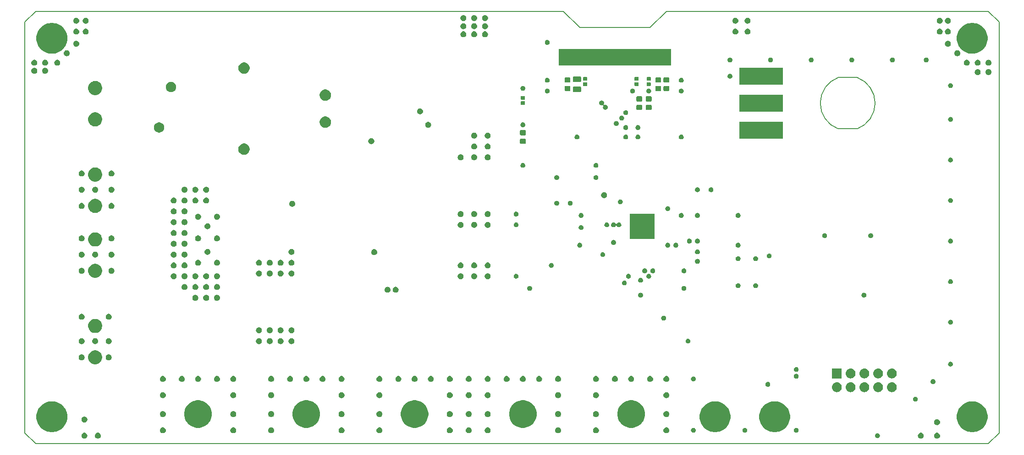
<source format=gbr>
%TF.GenerationSoftware,KiCad,Pcbnew,5.1.4*%
%TF.CreationDate,2019-08-26T22:55:56+02:00*%
%TF.ProjectId,hotplate_ctl,686f7470-6c61-4746-955f-63746c2e6b69,rev?*%
%TF.SameCoordinates,Original*%
%TF.FileFunction,Soldermask,Bot*%
%TF.FilePolarity,Negative*%
%FSLAX46Y46*%
G04 Gerber Fmt 4.6, Leading zero omitted, Abs format (unit mm)*
G04 Created by KiCad (PCBNEW 5.1.4) date 2019-08-26 22:55:56*
%MOMM*%
%LPD*%
G04 APERTURE LIST*
%ADD10C,0.150000*%
%ADD11C,0.100000*%
G04 APERTURE END LIST*
D10*
X230250000Y-71750000D02*
G75*
G02X230250000Y-62250000I1750000J4750000D01*
G01*
X233750000Y-62250000D02*
G75*
G02X233750000Y-71750000I-1750000J-4750000D01*
G01*
X230250000Y-71750000D02*
X233750000Y-71750000D01*
X230250000Y-62250000D02*
X233750000Y-62250000D01*
D11*
G36*
X196250000Y-92000000D02*
G01*
X191750000Y-92000000D01*
X191750000Y-87500000D01*
X196250000Y-87500000D01*
X196250000Y-92000000D01*
G37*
X196250000Y-92000000D02*
X191750000Y-92000000D01*
X191750000Y-87500000D01*
X196250000Y-87500000D01*
X196250000Y-92000000D01*
D10*
X198500000Y-50000000D02*
X258000000Y-50000000D01*
X258000000Y-50000000D02*
X260000000Y-52000000D01*
X82000000Y-130000000D02*
X258000000Y-130000000D01*
X195500000Y-53000000D02*
X198500000Y-50000000D01*
X182500000Y-53000000D02*
X195500000Y-53000000D01*
X179500000Y-50000000D02*
X182500000Y-53000000D01*
X80000000Y-128000000D02*
X82000000Y-130000000D01*
X260000000Y-128000000D02*
X258000000Y-130000000D01*
X82000000Y-50000000D02*
X80000000Y-52000000D01*
X179500000Y-50000000D02*
X82000000Y-50000000D01*
X260000000Y-128000000D02*
X260000000Y-52000000D01*
X80000000Y-52000000D02*
X80000000Y-128000000D01*
G36*
X245660721Y-127970174D02*
G01*
X245760995Y-128011709D01*
X245760996Y-128011710D01*
X245851242Y-128072010D01*
X245927990Y-128148758D01*
X245927991Y-128148760D01*
X245988291Y-128239005D01*
X246029826Y-128339279D01*
X246051000Y-128445730D01*
X246051000Y-128554270D01*
X246029826Y-128660721D01*
X245988291Y-128760995D01*
X245958345Y-128805812D01*
X245927990Y-128851242D01*
X245851242Y-128927990D01*
X245816805Y-128951000D01*
X245760995Y-128988291D01*
X245660721Y-129029826D01*
X245554270Y-129051000D01*
X245445730Y-129051000D01*
X245339279Y-129029826D01*
X245239005Y-128988291D01*
X245183195Y-128951000D01*
X245148758Y-128927990D01*
X245072010Y-128851242D01*
X245041655Y-128805812D01*
X245011709Y-128760995D01*
X244970174Y-128660721D01*
X244949000Y-128554270D01*
X244949000Y-128445730D01*
X244970174Y-128339279D01*
X245011709Y-128239005D01*
X245072009Y-128148760D01*
X245072010Y-128148758D01*
X245148758Y-128072010D01*
X245239004Y-128011710D01*
X245239005Y-128011709D01*
X245339279Y-127970174D01*
X245445730Y-127949000D01*
X245554270Y-127949000D01*
X245660721Y-127970174D01*
X245660721Y-127970174D01*
G37*
G36*
X248660721Y-127970174D02*
G01*
X248760995Y-128011709D01*
X248760996Y-128011710D01*
X248851242Y-128072010D01*
X248927990Y-128148758D01*
X248927991Y-128148760D01*
X248988291Y-128239005D01*
X249029826Y-128339279D01*
X249051000Y-128445730D01*
X249051000Y-128554270D01*
X249029826Y-128660721D01*
X248988291Y-128760995D01*
X248958345Y-128805812D01*
X248927990Y-128851242D01*
X248851242Y-128927990D01*
X248816805Y-128951000D01*
X248760995Y-128988291D01*
X248660721Y-129029826D01*
X248554270Y-129051000D01*
X248445730Y-129051000D01*
X248339279Y-129029826D01*
X248239005Y-128988291D01*
X248183195Y-128951000D01*
X248148758Y-128927990D01*
X248072010Y-128851242D01*
X248041655Y-128805812D01*
X248011709Y-128760995D01*
X247970174Y-128660721D01*
X247949000Y-128554270D01*
X247949000Y-128445730D01*
X247970174Y-128339279D01*
X248011709Y-128239005D01*
X248072009Y-128148760D01*
X248072010Y-128148758D01*
X248148758Y-128072010D01*
X248239004Y-128011710D01*
X248239005Y-128011709D01*
X248339279Y-127970174D01*
X248445730Y-127949000D01*
X248554270Y-127949000D01*
X248660721Y-127970174D01*
X248660721Y-127970174D01*
G37*
G36*
X93660721Y-127970174D02*
G01*
X93760995Y-128011709D01*
X93760996Y-128011710D01*
X93851242Y-128072010D01*
X93927990Y-128148758D01*
X93927991Y-128148760D01*
X93988291Y-128239005D01*
X94029826Y-128339279D01*
X94051000Y-128445730D01*
X94051000Y-128554270D01*
X94029826Y-128660721D01*
X93988291Y-128760995D01*
X93958345Y-128805812D01*
X93927990Y-128851242D01*
X93851242Y-128927990D01*
X93816805Y-128951000D01*
X93760995Y-128988291D01*
X93660721Y-129029826D01*
X93554270Y-129051000D01*
X93445730Y-129051000D01*
X93339279Y-129029826D01*
X93239005Y-128988291D01*
X93183195Y-128951000D01*
X93148758Y-128927990D01*
X93072010Y-128851242D01*
X93041655Y-128805812D01*
X93011709Y-128760995D01*
X92970174Y-128660721D01*
X92949000Y-128554270D01*
X92949000Y-128445730D01*
X92970174Y-128339279D01*
X93011709Y-128239005D01*
X93072009Y-128148760D01*
X93072010Y-128148758D01*
X93148758Y-128072010D01*
X93239004Y-128011710D01*
X93239005Y-128011709D01*
X93339279Y-127970174D01*
X93445730Y-127949000D01*
X93554270Y-127949000D01*
X93660721Y-127970174D01*
X93660721Y-127970174D01*
G37*
G36*
X91160721Y-127970174D02*
G01*
X91260995Y-128011709D01*
X91260996Y-128011710D01*
X91351242Y-128072010D01*
X91427990Y-128148758D01*
X91427991Y-128148760D01*
X91488291Y-128239005D01*
X91529826Y-128339279D01*
X91551000Y-128445730D01*
X91551000Y-128554270D01*
X91529826Y-128660721D01*
X91488291Y-128760995D01*
X91458345Y-128805812D01*
X91427990Y-128851242D01*
X91351242Y-128927990D01*
X91316805Y-128951000D01*
X91260995Y-128988291D01*
X91160721Y-129029826D01*
X91054270Y-129051000D01*
X90945730Y-129051000D01*
X90839279Y-129029826D01*
X90739005Y-128988291D01*
X90683195Y-128951000D01*
X90648758Y-128927990D01*
X90572010Y-128851242D01*
X90541655Y-128805812D01*
X90511709Y-128760995D01*
X90470174Y-128660721D01*
X90449000Y-128554270D01*
X90449000Y-128445730D01*
X90470174Y-128339279D01*
X90511709Y-128239005D01*
X90572009Y-128148760D01*
X90572010Y-128148758D01*
X90648758Y-128072010D01*
X90739004Y-128011710D01*
X90739005Y-128011709D01*
X90839279Y-127970174D01*
X90945730Y-127949000D01*
X91054270Y-127949000D01*
X91160721Y-127970174D01*
X91160721Y-127970174D01*
G37*
G36*
X237631552Y-128066331D02*
G01*
X237713627Y-128100328D01*
X237713629Y-128100329D01*
X237750813Y-128125175D01*
X237787495Y-128149685D01*
X237850315Y-128212505D01*
X237899672Y-128286373D01*
X237933669Y-128368448D01*
X237951000Y-128455579D01*
X237951000Y-128544421D01*
X237933669Y-128631552D01*
X237899672Y-128713627D01*
X237850315Y-128787495D01*
X237787495Y-128850315D01*
X237750813Y-128874825D01*
X237713629Y-128899671D01*
X237713628Y-128899672D01*
X237713627Y-128899672D01*
X237631552Y-128933669D01*
X237544421Y-128951000D01*
X237455579Y-128951000D01*
X237368448Y-128933669D01*
X237286373Y-128899672D01*
X237286372Y-128899672D01*
X237286371Y-128899671D01*
X237249187Y-128874825D01*
X237212505Y-128850315D01*
X237149685Y-128787495D01*
X237100328Y-128713627D01*
X237066331Y-128631552D01*
X237049000Y-128544421D01*
X237049000Y-128455579D01*
X237066331Y-128368448D01*
X237100328Y-128286373D01*
X237149685Y-128212505D01*
X237212505Y-128149685D01*
X237249187Y-128125175D01*
X237286371Y-128100329D01*
X237286373Y-128100328D01*
X237368448Y-128066331D01*
X237455579Y-128049000D01*
X237544421Y-128049000D01*
X237631552Y-128066331D01*
X237631552Y-128066331D01*
G37*
G36*
X185660721Y-126970174D02*
G01*
X185760995Y-127011709D01*
X185760996Y-127011710D01*
X185851242Y-127072010D01*
X185927990Y-127148758D01*
X185927991Y-127148760D01*
X185988291Y-127239005D01*
X186029826Y-127339279D01*
X186051000Y-127445730D01*
X186051000Y-127554270D01*
X186029826Y-127660721D01*
X185988291Y-127760995D01*
X185958345Y-127805812D01*
X185927990Y-127851242D01*
X185851242Y-127927990D01*
X185819798Y-127949000D01*
X185760995Y-127988291D01*
X185660721Y-128029826D01*
X185554270Y-128051000D01*
X185445730Y-128051000D01*
X185339279Y-128029826D01*
X185239005Y-127988291D01*
X185180202Y-127949000D01*
X185148758Y-127927990D01*
X185072010Y-127851242D01*
X185041655Y-127805812D01*
X185011709Y-127760995D01*
X184970174Y-127660721D01*
X184949000Y-127554270D01*
X184949000Y-127445730D01*
X184970174Y-127339279D01*
X185011709Y-127239005D01*
X185072009Y-127148760D01*
X185072010Y-127148758D01*
X185148758Y-127072010D01*
X185239004Y-127011710D01*
X185239005Y-127011709D01*
X185339279Y-126970174D01*
X185445730Y-126949000D01*
X185554270Y-126949000D01*
X185660721Y-126970174D01*
X185660721Y-126970174D01*
G37*
G36*
X198660721Y-126970174D02*
G01*
X198760995Y-127011709D01*
X198760996Y-127011710D01*
X198851242Y-127072010D01*
X198927990Y-127148758D01*
X198927991Y-127148760D01*
X198988291Y-127239005D01*
X199029826Y-127339279D01*
X199051000Y-127445730D01*
X199051000Y-127554270D01*
X199029826Y-127660721D01*
X198988291Y-127760995D01*
X198958345Y-127805812D01*
X198927990Y-127851242D01*
X198851242Y-127927990D01*
X198819798Y-127949000D01*
X198760995Y-127988291D01*
X198660721Y-128029826D01*
X198554270Y-128051000D01*
X198445730Y-128051000D01*
X198339279Y-128029826D01*
X198239005Y-127988291D01*
X198180202Y-127949000D01*
X198148758Y-127927990D01*
X198072010Y-127851242D01*
X198041655Y-127805812D01*
X198011709Y-127760995D01*
X197970174Y-127660721D01*
X197949000Y-127554270D01*
X197949000Y-127445730D01*
X197970174Y-127339279D01*
X198011709Y-127239005D01*
X198072009Y-127148760D01*
X198072010Y-127148758D01*
X198148758Y-127072010D01*
X198239004Y-127011710D01*
X198239005Y-127011709D01*
X198339279Y-126970174D01*
X198445730Y-126949000D01*
X198554270Y-126949000D01*
X198660721Y-126970174D01*
X198660721Y-126970174D01*
G37*
G36*
X125660721Y-126970174D02*
G01*
X125760995Y-127011709D01*
X125760996Y-127011710D01*
X125851242Y-127072010D01*
X125927990Y-127148758D01*
X125927991Y-127148760D01*
X125988291Y-127239005D01*
X126029826Y-127339279D01*
X126051000Y-127445730D01*
X126051000Y-127554270D01*
X126029826Y-127660721D01*
X125988291Y-127760995D01*
X125958345Y-127805812D01*
X125927990Y-127851242D01*
X125851242Y-127927990D01*
X125819798Y-127949000D01*
X125760995Y-127988291D01*
X125660721Y-128029826D01*
X125554270Y-128051000D01*
X125445730Y-128051000D01*
X125339279Y-128029826D01*
X125239005Y-127988291D01*
X125180202Y-127949000D01*
X125148758Y-127927990D01*
X125072010Y-127851242D01*
X125041655Y-127805812D01*
X125011709Y-127760995D01*
X124970174Y-127660721D01*
X124949000Y-127554270D01*
X124949000Y-127445730D01*
X124970174Y-127339279D01*
X125011709Y-127239005D01*
X125072009Y-127148760D01*
X125072010Y-127148758D01*
X125148758Y-127072010D01*
X125239004Y-127011710D01*
X125239005Y-127011709D01*
X125339279Y-126970174D01*
X125445730Y-126949000D01*
X125554270Y-126949000D01*
X125660721Y-126970174D01*
X125660721Y-126970174D01*
G37*
G36*
X138660721Y-126970174D02*
G01*
X138760995Y-127011709D01*
X138760996Y-127011710D01*
X138851242Y-127072010D01*
X138927990Y-127148758D01*
X138927991Y-127148760D01*
X138988291Y-127239005D01*
X139029826Y-127339279D01*
X139051000Y-127445730D01*
X139051000Y-127554270D01*
X139029826Y-127660721D01*
X138988291Y-127760995D01*
X138958345Y-127805812D01*
X138927990Y-127851242D01*
X138851242Y-127927990D01*
X138819798Y-127949000D01*
X138760995Y-127988291D01*
X138660721Y-128029826D01*
X138554270Y-128051000D01*
X138445730Y-128051000D01*
X138339279Y-128029826D01*
X138239005Y-127988291D01*
X138180202Y-127949000D01*
X138148758Y-127927990D01*
X138072010Y-127851242D01*
X138041655Y-127805812D01*
X138011709Y-127760995D01*
X137970174Y-127660721D01*
X137949000Y-127554270D01*
X137949000Y-127445730D01*
X137970174Y-127339279D01*
X138011709Y-127239005D01*
X138072009Y-127148760D01*
X138072010Y-127148758D01*
X138148758Y-127072010D01*
X138239004Y-127011710D01*
X138239005Y-127011709D01*
X138339279Y-126970174D01*
X138445730Y-126949000D01*
X138554270Y-126949000D01*
X138660721Y-126970174D01*
X138660721Y-126970174D01*
G37*
G36*
X118660721Y-126970174D02*
G01*
X118760995Y-127011709D01*
X118760996Y-127011710D01*
X118851242Y-127072010D01*
X118927990Y-127148758D01*
X118927991Y-127148760D01*
X118988291Y-127239005D01*
X119029826Y-127339279D01*
X119051000Y-127445730D01*
X119051000Y-127554270D01*
X119029826Y-127660721D01*
X118988291Y-127760995D01*
X118958345Y-127805812D01*
X118927990Y-127851242D01*
X118851242Y-127927990D01*
X118819798Y-127949000D01*
X118760995Y-127988291D01*
X118660721Y-128029826D01*
X118554270Y-128051000D01*
X118445730Y-128051000D01*
X118339279Y-128029826D01*
X118239005Y-127988291D01*
X118180202Y-127949000D01*
X118148758Y-127927990D01*
X118072010Y-127851242D01*
X118041655Y-127805812D01*
X118011709Y-127760995D01*
X117970174Y-127660721D01*
X117949000Y-127554270D01*
X117949000Y-127445730D01*
X117970174Y-127339279D01*
X118011709Y-127239005D01*
X118072009Y-127148760D01*
X118072010Y-127148758D01*
X118148758Y-127072010D01*
X118239004Y-127011710D01*
X118239005Y-127011709D01*
X118339279Y-126970174D01*
X118445730Y-126949000D01*
X118554270Y-126949000D01*
X118660721Y-126970174D01*
X118660721Y-126970174D01*
G37*
G36*
X105660721Y-126970174D02*
G01*
X105760995Y-127011709D01*
X105760996Y-127011710D01*
X105851242Y-127072010D01*
X105927990Y-127148758D01*
X105927991Y-127148760D01*
X105988291Y-127239005D01*
X106029826Y-127339279D01*
X106051000Y-127445730D01*
X106051000Y-127554270D01*
X106029826Y-127660721D01*
X105988291Y-127760995D01*
X105958345Y-127805812D01*
X105927990Y-127851242D01*
X105851242Y-127927990D01*
X105819798Y-127949000D01*
X105760995Y-127988291D01*
X105660721Y-128029826D01*
X105554270Y-128051000D01*
X105445730Y-128051000D01*
X105339279Y-128029826D01*
X105239005Y-127988291D01*
X105180202Y-127949000D01*
X105148758Y-127927990D01*
X105072010Y-127851242D01*
X105041655Y-127805812D01*
X105011709Y-127760995D01*
X104970174Y-127660721D01*
X104949000Y-127554270D01*
X104949000Y-127445730D01*
X104970174Y-127339279D01*
X105011709Y-127239005D01*
X105072009Y-127148760D01*
X105072010Y-127148758D01*
X105148758Y-127072010D01*
X105239004Y-127011710D01*
X105239005Y-127011709D01*
X105339279Y-126970174D01*
X105445730Y-126949000D01*
X105554270Y-126949000D01*
X105660721Y-126970174D01*
X105660721Y-126970174D01*
G37*
G36*
X145660721Y-126970174D02*
G01*
X145760995Y-127011709D01*
X145760996Y-127011710D01*
X145851242Y-127072010D01*
X145927990Y-127148758D01*
X145927991Y-127148760D01*
X145988291Y-127239005D01*
X146029826Y-127339279D01*
X146051000Y-127445730D01*
X146051000Y-127554270D01*
X146029826Y-127660721D01*
X145988291Y-127760995D01*
X145958345Y-127805812D01*
X145927990Y-127851242D01*
X145851242Y-127927990D01*
X145819798Y-127949000D01*
X145760995Y-127988291D01*
X145660721Y-128029826D01*
X145554270Y-128051000D01*
X145445730Y-128051000D01*
X145339279Y-128029826D01*
X145239005Y-127988291D01*
X145180202Y-127949000D01*
X145148758Y-127927990D01*
X145072010Y-127851242D01*
X145041655Y-127805812D01*
X145011709Y-127760995D01*
X144970174Y-127660721D01*
X144949000Y-127554270D01*
X144949000Y-127445730D01*
X144970174Y-127339279D01*
X145011709Y-127239005D01*
X145072009Y-127148760D01*
X145072010Y-127148758D01*
X145148758Y-127072010D01*
X145239004Y-127011710D01*
X145239005Y-127011709D01*
X145339279Y-126970174D01*
X145445730Y-126949000D01*
X145554270Y-126949000D01*
X145660721Y-126970174D01*
X145660721Y-126970174D01*
G37*
G36*
X158660721Y-126970174D02*
G01*
X158760995Y-127011709D01*
X158760996Y-127011710D01*
X158851242Y-127072010D01*
X158927990Y-127148758D01*
X158927991Y-127148760D01*
X158988291Y-127239005D01*
X159029826Y-127339279D01*
X159051000Y-127445730D01*
X159051000Y-127554270D01*
X159029826Y-127660721D01*
X158988291Y-127760995D01*
X158958345Y-127805812D01*
X158927990Y-127851242D01*
X158851242Y-127927990D01*
X158819798Y-127949000D01*
X158760995Y-127988291D01*
X158660721Y-128029826D01*
X158554270Y-128051000D01*
X158445730Y-128051000D01*
X158339279Y-128029826D01*
X158239005Y-127988291D01*
X158180202Y-127949000D01*
X158148758Y-127927990D01*
X158072010Y-127851242D01*
X158041655Y-127805812D01*
X158011709Y-127760995D01*
X157970174Y-127660721D01*
X157949000Y-127554270D01*
X157949000Y-127445730D01*
X157970174Y-127339279D01*
X158011709Y-127239005D01*
X158072009Y-127148760D01*
X158072010Y-127148758D01*
X158148758Y-127072010D01*
X158239004Y-127011710D01*
X158239005Y-127011709D01*
X158339279Y-126970174D01*
X158445730Y-126949000D01*
X158554270Y-126949000D01*
X158660721Y-126970174D01*
X158660721Y-126970174D01*
G37*
G36*
X165660721Y-126970174D02*
G01*
X165760995Y-127011709D01*
X165760996Y-127011710D01*
X165851242Y-127072010D01*
X165927990Y-127148758D01*
X165927991Y-127148760D01*
X165988291Y-127239005D01*
X166029826Y-127339279D01*
X166051000Y-127445730D01*
X166051000Y-127554270D01*
X166029826Y-127660721D01*
X165988291Y-127760995D01*
X165958345Y-127805812D01*
X165927990Y-127851242D01*
X165851242Y-127927990D01*
X165819798Y-127949000D01*
X165760995Y-127988291D01*
X165660721Y-128029826D01*
X165554270Y-128051000D01*
X165445730Y-128051000D01*
X165339279Y-128029826D01*
X165239005Y-127988291D01*
X165180202Y-127949000D01*
X165148758Y-127927990D01*
X165072010Y-127851242D01*
X165041655Y-127805812D01*
X165011709Y-127760995D01*
X164970174Y-127660721D01*
X164949000Y-127554270D01*
X164949000Y-127445730D01*
X164970174Y-127339279D01*
X165011709Y-127239005D01*
X165072009Y-127148760D01*
X165072010Y-127148758D01*
X165148758Y-127072010D01*
X165239004Y-127011710D01*
X165239005Y-127011709D01*
X165339279Y-126970174D01*
X165445730Y-126949000D01*
X165554270Y-126949000D01*
X165660721Y-126970174D01*
X165660721Y-126970174D01*
G37*
G36*
X178660721Y-126970174D02*
G01*
X178760995Y-127011709D01*
X178760996Y-127011710D01*
X178851242Y-127072010D01*
X178927990Y-127148758D01*
X178927991Y-127148760D01*
X178988291Y-127239005D01*
X179029826Y-127339279D01*
X179051000Y-127445730D01*
X179051000Y-127554270D01*
X179029826Y-127660721D01*
X178988291Y-127760995D01*
X178958345Y-127805812D01*
X178927990Y-127851242D01*
X178851242Y-127927990D01*
X178819798Y-127949000D01*
X178760995Y-127988291D01*
X178660721Y-128029826D01*
X178554270Y-128051000D01*
X178445730Y-128051000D01*
X178339279Y-128029826D01*
X178239005Y-127988291D01*
X178180202Y-127949000D01*
X178148758Y-127927990D01*
X178072010Y-127851242D01*
X178041655Y-127805812D01*
X178011709Y-127760995D01*
X177970174Y-127660721D01*
X177949000Y-127554270D01*
X177949000Y-127445730D01*
X177970174Y-127339279D01*
X178011709Y-127239005D01*
X178072009Y-127148760D01*
X178072010Y-127148758D01*
X178148758Y-127072010D01*
X178239004Y-127011710D01*
X178239005Y-127011709D01*
X178339279Y-126970174D01*
X178445730Y-126949000D01*
X178554270Y-126949000D01*
X178660721Y-126970174D01*
X178660721Y-126970174D01*
G37*
G36*
X162160721Y-126970174D02*
G01*
X162260995Y-127011709D01*
X162260996Y-127011710D01*
X162351242Y-127072010D01*
X162427990Y-127148758D01*
X162427991Y-127148760D01*
X162488291Y-127239005D01*
X162529826Y-127339279D01*
X162551000Y-127445730D01*
X162551000Y-127554270D01*
X162529826Y-127660721D01*
X162488291Y-127760995D01*
X162458345Y-127805812D01*
X162427990Y-127851242D01*
X162351242Y-127927990D01*
X162319798Y-127949000D01*
X162260995Y-127988291D01*
X162160721Y-128029826D01*
X162054270Y-128051000D01*
X161945730Y-128051000D01*
X161839279Y-128029826D01*
X161739005Y-127988291D01*
X161680202Y-127949000D01*
X161648758Y-127927990D01*
X161572010Y-127851242D01*
X161541655Y-127805812D01*
X161511709Y-127760995D01*
X161470174Y-127660721D01*
X161449000Y-127554270D01*
X161449000Y-127445730D01*
X161470174Y-127339279D01*
X161511709Y-127239005D01*
X161572009Y-127148760D01*
X161572010Y-127148758D01*
X161648758Y-127072010D01*
X161739004Y-127011710D01*
X161739005Y-127011709D01*
X161839279Y-126970174D01*
X161945730Y-126949000D01*
X162054270Y-126949000D01*
X162160721Y-126970174D01*
X162160721Y-126970174D01*
G37*
G36*
X213131552Y-127066331D02*
G01*
X213213627Y-127100328D01*
X213213629Y-127100329D01*
X213250813Y-127125175D01*
X213287495Y-127149685D01*
X213350315Y-127212505D01*
X213399672Y-127286373D01*
X213433669Y-127368448D01*
X213451000Y-127455579D01*
X213451000Y-127544421D01*
X213433669Y-127631552D01*
X213399672Y-127713627D01*
X213350315Y-127787495D01*
X213287495Y-127850315D01*
X213250813Y-127874825D01*
X213213629Y-127899671D01*
X213213628Y-127899672D01*
X213213627Y-127899672D01*
X213131552Y-127933669D01*
X213044421Y-127951000D01*
X212955579Y-127951000D01*
X212868448Y-127933669D01*
X212786373Y-127899672D01*
X212786372Y-127899672D01*
X212786371Y-127899671D01*
X212749187Y-127874825D01*
X212712505Y-127850315D01*
X212649685Y-127787495D01*
X212600328Y-127713627D01*
X212566331Y-127631552D01*
X212549000Y-127544421D01*
X212549000Y-127455579D01*
X212566331Y-127368448D01*
X212600328Y-127286373D01*
X212649685Y-127212505D01*
X212712505Y-127149685D01*
X212749187Y-127125175D01*
X212786371Y-127100329D01*
X212786373Y-127100328D01*
X212868448Y-127066331D01*
X212955579Y-127049000D01*
X213044421Y-127049000D01*
X213131552Y-127066331D01*
X213131552Y-127066331D01*
G37*
G36*
X222631552Y-127066331D02*
G01*
X222713627Y-127100328D01*
X222713629Y-127100329D01*
X222750813Y-127125175D01*
X222787495Y-127149685D01*
X222850315Y-127212505D01*
X222899672Y-127286373D01*
X222933669Y-127368448D01*
X222951000Y-127455579D01*
X222951000Y-127544421D01*
X222933669Y-127631552D01*
X222899672Y-127713627D01*
X222850315Y-127787495D01*
X222787495Y-127850315D01*
X222750813Y-127874825D01*
X222713629Y-127899671D01*
X222713628Y-127899672D01*
X222713627Y-127899672D01*
X222631552Y-127933669D01*
X222544421Y-127951000D01*
X222455579Y-127951000D01*
X222368448Y-127933669D01*
X222286373Y-127899672D01*
X222286372Y-127899672D01*
X222286371Y-127899671D01*
X222249187Y-127874825D01*
X222212505Y-127850315D01*
X222149685Y-127787495D01*
X222100328Y-127713627D01*
X222066331Y-127631552D01*
X222049000Y-127544421D01*
X222049000Y-127455579D01*
X222066331Y-127368448D01*
X222100328Y-127286373D01*
X222149685Y-127212505D01*
X222212505Y-127149685D01*
X222249187Y-127125175D01*
X222286371Y-127100329D01*
X222286373Y-127100328D01*
X222368448Y-127066331D01*
X222455579Y-127049000D01*
X222544421Y-127049000D01*
X222631552Y-127066331D01*
X222631552Y-127066331D01*
G37*
G36*
X203631552Y-127066331D02*
G01*
X203713627Y-127100328D01*
X203713629Y-127100329D01*
X203750813Y-127125175D01*
X203787495Y-127149685D01*
X203850315Y-127212505D01*
X203899672Y-127286373D01*
X203933669Y-127368448D01*
X203951000Y-127455579D01*
X203951000Y-127544421D01*
X203933669Y-127631552D01*
X203899672Y-127713627D01*
X203850315Y-127787495D01*
X203787495Y-127850315D01*
X203750813Y-127874825D01*
X203713629Y-127899671D01*
X203713628Y-127899672D01*
X203713627Y-127899672D01*
X203631552Y-127933669D01*
X203544421Y-127951000D01*
X203455579Y-127951000D01*
X203368448Y-127933669D01*
X203286373Y-127899672D01*
X203286372Y-127899672D01*
X203286371Y-127899671D01*
X203249187Y-127874825D01*
X203212505Y-127850315D01*
X203149685Y-127787495D01*
X203100328Y-127713627D01*
X203066331Y-127631552D01*
X203049000Y-127544421D01*
X203049000Y-127455579D01*
X203066331Y-127368448D01*
X203100328Y-127286373D01*
X203149685Y-127212505D01*
X203212505Y-127149685D01*
X203249187Y-127125175D01*
X203286371Y-127100329D01*
X203286373Y-127100328D01*
X203368448Y-127066331D01*
X203455579Y-127049000D01*
X203544421Y-127049000D01*
X203631552Y-127066331D01*
X203631552Y-127066331D01*
G37*
G36*
X85542221Y-122201000D02*
G01*
X85831606Y-122258562D01*
X86350455Y-122473476D01*
X86817407Y-122785484D01*
X87214516Y-123182593D01*
X87526524Y-123649545D01*
X87741438Y-124168394D01*
X87851000Y-124719201D01*
X87851000Y-125280799D01*
X87741438Y-125831606D01*
X87526524Y-126350455D01*
X87214516Y-126817407D01*
X86817407Y-127214516D01*
X86350455Y-127526524D01*
X85831606Y-127741438D01*
X85600061Y-127787495D01*
X85280800Y-127851000D01*
X84719200Y-127851000D01*
X84399939Y-127787495D01*
X84168394Y-127741438D01*
X83649545Y-127526524D01*
X83182593Y-127214516D01*
X82785484Y-126817407D01*
X82473476Y-126350455D01*
X82258562Y-125831606D01*
X82149000Y-125280799D01*
X82149000Y-124719201D01*
X82258562Y-124168394D01*
X82473476Y-123649545D01*
X82785484Y-123182593D01*
X83182593Y-122785484D01*
X83649545Y-122473476D01*
X84168394Y-122258562D01*
X84457779Y-122201000D01*
X84719200Y-122149000D01*
X85280800Y-122149000D01*
X85542221Y-122201000D01*
X85542221Y-122201000D01*
G37*
G36*
X255542221Y-122201000D02*
G01*
X255831606Y-122258562D01*
X256350455Y-122473476D01*
X256817407Y-122785484D01*
X257214516Y-123182593D01*
X257526524Y-123649545D01*
X257741438Y-124168394D01*
X257851000Y-124719201D01*
X257851000Y-125280799D01*
X257741438Y-125831606D01*
X257526524Y-126350455D01*
X257214516Y-126817407D01*
X256817407Y-127214516D01*
X256350455Y-127526524D01*
X255831606Y-127741438D01*
X255600061Y-127787495D01*
X255280800Y-127851000D01*
X254719200Y-127851000D01*
X254399939Y-127787495D01*
X254168394Y-127741438D01*
X253649545Y-127526524D01*
X253182593Y-127214516D01*
X252785484Y-126817407D01*
X252473476Y-126350455D01*
X252258562Y-125831606D01*
X252149000Y-125280799D01*
X252149000Y-124719201D01*
X252258562Y-124168394D01*
X252473476Y-123649545D01*
X252785484Y-123182593D01*
X253182593Y-122785484D01*
X253649545Y-122473476D01*
X254168394Y-122258562D01*
X254457779Y-122201000D01*
X254719200Y-122149000D01*
X255280800Y-122149000D01*
X255542221Y-122201000D01*
X255542221Y-122201000D01*
G37*
G36*
X208042221Y-122201000D02*
G01*
X208331606Y-122258562D01*
X208850455Y-122473476D01*
X209317407Y-122785484D01*
X209714516Y-123182593D01*
X210026524Y-123649545D01*
X210241438Y-124168394D01*
X210351000Y-124719201D01*
X210351000Y-125280799D01*
X210241438Y-125831606D01*
X210026524Y-126350455D01*
X209714516Y-126817407D01*
X209317407Y-127214516D01*
X208850455Y-127526524D01*
X208331606Y-127741438D01*
X208100061Y-127787495D01*
X207780800Y-127851000D01*
X207219200Y-127851000D01*
X206899939Y-127787495D01*
X206668394Y-127741438D01*
X206149545Y-127526524D01*
X205682593Y-127214516D01*
X205285484Y-126817407D01*
X204973476Y-126350455D01*
X204758562Y-125831606D01*
X204649000Y-125280799D01*
X204649000Y-124719201D01*
X204758562Y-124168394D01*
X204973476Y-123649545D01*
X205285484Y-123182593D01*
X205682593Y-122785484D01*
X206149545Y-122473476D01*
X206668394Y-122258562D01*
X206957779Y-122201000D01*
X207219200Y-122149000D01*
X207780800Y-122149000D01*
X208042221Y-122201000D01*
X208042221Y-122201000D01*
G37*
G36*
X219042221Y-122201000D02*
G01*
X219331606Y-122258562D01*
X219850455Y-122473476D01*
X220317407Y-122785484D01*
X220714516Y-123182593D01*
X221026524Y-123649545D01*
X221241438Y-124168394D01*
X221351000Y-124719201D01*
X221351000Y-125280799D01*
X221241438Y-125831606D01*
X221026524Y-126350455D01*
X220714516Y-126817407D01*
X220317407Y-127214516D01*
X219850455Y-127526524D01*
X219331606Y-127741438D01*
X219100061Y-127787495D01*
X218780800Y-127851000D01*
X218219200Y-127851000D01*
X217899939Y-127787495D01*
X217668394Y-127741438D01*
X217149545Y-127526524D01*
X216682593Y-127214516D01*
X216285484Y-126817407D01*
X215973476Y-126350455D01*
X215758562Y-125831606D01*
X215649000Y-125280799D01*
X215649000Y-124719201D01*
X215758562Y-124168394D01*
X215973476Y-123649545D01*
X216285484Y-123182593D01*
X216682593Y-122785484D01*
X217149545Y-122473476D01*
X217668394Y-122258562D01*
X217957779Y-122201000D01*
X218219200Y-122149000D01*
X218780800Y-122149000D01*
X219042221Y-122201000D01*
X219042221Y-122201000D01*
G37*
G36*
X132744098Y-122047033D02*
G01*
X133073967Y-122183669D01*
X133208352Y-122239333D01*
X133626168Y-122518509D01*
X133981491Y-122873832D01*
X134187799Y-123182594D01*
X134260668Y-123291650D01*
X134452967Y-123755902D01*
X134551000Y-124248747D01*
X134551000Y-124751253D01*
X134452967Y-125244098D01*
X134260668Y-125708350D01*
X134260667Y-125708352D01*
X133981491Y-126126168D01*
X133626168Y-126481491D01*
X133208352Y-126760667D01*
X133208351Y-126760668D01*
X133208350Y-126760668D01*
X132744098Y-126952967D01*
X132251253Y-127051000D01*
X131748747Y-127051000D01*
X131255902Y-126952967D01*
X130791650Y-126760668D01*
X130791649Y-126760668D01*
X130791648Y-126760667D01*
X130373832Y-126481491D01*
X130018509Y-126126168D01*
X129739333Y-125708352D01*
X129739332Y-125708350D01*
X129547033Y-125244098D01*
X129449000Y-124751253D01*
X129449000Y-124248747D01*
X129547033Y-123755902D01*
X129739332Y-123291650D01*
X129812201Y-123182594D01*
X130018509Y-122873832D01*
X130373832Y-122518509D01*
X130791648Y-122239333D01*
X130926033Y-122183669D01*
X131255902Y-122047033D01*
X131748747Y-121949000D01*
X132251253Y-121949000D01*
X132744098Y-122047033D01*
X132744098Y-122047033D01*
G37*
G36*
X112744098Y-122047033D02*
G01*
X113073967Y-122183669D01*
X113208352Y-122239333D01*
X113626168Y-122518509D01*
X113981491Y-122873832D01*
X114187799Y-123182594D01*
X114260668Y-123291650D01*
X114452967Y-123755902D01*
X114551000Y-124248747D01*
X114551000Y-124751253D01*
X114452967Y-125244098D01*
X114260668Y-125708350D01*
X114260667Y-125708352D01*
X113981491Y-126126168D01*
X113626168Y-126481491D01*
X113208352Y-126760667D01*
X113208351Y-126760668D01*
X113208350Y-126760668D01*
X112744098Y-126952967D01*
X112251253Y-127051000D01*
X111748747Y-127051000D01*
X111255902Y-126952967D01*
X110791650Y-126760668D01*
X110791649Y-126760668D01*
X110791648Y-126760667D01*
X110373832Y-126481491D01*
X110018509Y-126126168D01*
X109739333Y-125708352D01*
X109739332Y-125708350D01*
X109547033Y-125244098D01*
X109449000Y-124751253D01*
X109449000Y-124248747D01*
X109547033Y-123755902D01*
X109739332Y-123291650D01*
X109812201Y-123182594D01*
X110018509Y-122873832D01*
X110373832Y-122518509D01*
X110791648Y-122239333D01*
X110926033Y-122183669D01*
X111255902Y-122047033D01*
X111748747Y-121949000D01*
X112251253Y-121949000D01*
X112744098Y-122047033D01*
X112744098Y-122047033D01*
G37*
G36*
X152744098Y-122047033D02*
G01*
X153073967Y-122183669D01*
X153208352Y-122239333D01*
X153626168Y-122518509D01*
X153981491Y-122873832D01*
X154187799Y-123182594D01*
X154260668Y-123291650D01*
X154452967Y-123755902D01*
X154551000Y-124248747D01*
X154551000Y-124751253D01*
X154452967Y-125244098D01*
X154260668Y-125708350D01*
X154260667Y-125708352D01*
X153981491Y-126126168D01*
X153626168Y-126481491D01*
X153208352Y-126760667D01*
X153208351Y-126760668D01*
X153208350Y-126760668D01*
X152744098Y-126952967D01*
X152251253Y-127051000D01*
X151748747Y-127051000D01*
X151255902Y-126952967D01*
X150791650Y-126760668D01*
X150791649Y-126760668D01*
X150791648Y-126760667D01*
X150373832Y-126481491D01*
X150018509Y-126126168D01*
X149739333Y-125708352D01*
X149739332Y-125708350D01*
X149547033Y-125244098D01*
X149449000Y-124751253D01*
X149449000Y-124248747D01*
X149547033Y-123755902D01*
X149739332Y-123291650D01*
X149812201Y-123182594D01*
X150018509Y-122873832D01*
X150373832Y-122518509D01*
X150791648Y-122239333D01*
X150926033Y-122183669D01*
X151255902Y-122047033D01*
X151748747Y-121949000D01*
X152251253Y-121949000D01*
X152744098Y-122047033D01*
X152744098Y-122047033D01*
G37*
G36*
X192744098Y-122047033D02*
G01*
X193073967Y-122183669D01*
X193208352Y-122239333D01*
X193626168Y-122518509D01*
X193981491Y-122873832D01*
X194187799Y-123182594D01*
X194260668Y-123291650D01*
X194452967Y-123755902D01*
X194551000Y-124248747D01*
X194551000Y-124751253D01*
X194452967Y-125244098D01*
X194260668Y-125708350D01*
X194260667Y-125708352D01*
X193981491Y-126126168D01*
X193626168Y-126481491D01*
X193208352Y-126760667D01*
X193208351Y-126760668D01*
X193208350Y-126760668D01*
X192744098Y-126952967D01*
X192251253Y-127051000D01*
X191748747Y-127051000D01*
X191255902Y-126952967D01*
X190791650Y-126760668D01*
X190791649Y-126760668D01*
X190791648Y-126760667D01*
X190373832Y-126481491D01*
X190018509Y-126126168D01*
X189739333Y-125708352D01*
X189739332Y-125708350D01*
X189547033Y-125244098D01*
X189449000Y-124751253D01*
X189449000Y-124248747D01*
X189547033Y-123755902D01*
X189739332Y-123291650D01*
X189812201Y-123182594D01*
X190018509Y-122873832D01*
X190373832Y-122518509D01*
X190791648Y-122239333D01*
X190926033Y-122183669D01*
X191255902Y-122047033D01*
X191748747Y-121949000D01*
X192251253Y-121949000D01*
X192744098Y-122047033D01*
X192744098Y-122047033D01*
G37*
G36*
X172744098Y-122047033D02*
G01*
X173073967Y-122183669D01*
X173208352Y-122239333D01*
X173626168Y-122518509D01*
X173981491Y-122873832D01*
X174187799Y-123182594D01*
X174260668Y-123291650D01*
X174452967Y-123755902D01*
X174551000Y-124248747D01*
X174551000Y-124751253D01*
X174452967Y-125244098D01*
X174260668Y-125708350D01*
X174260667Y-125708352D01*
X173981491Y-126126168D01*
X173626168Y-126481491D01*
X173208352Y-126760667D01*
X173208351Y-126760668D01*
X173208350Y-126760668D01*
X172744098Y-126952967D01*
X172251253Y-127051000D01*
X171748747Y-127051000D01*
X171255902Y-126952967D01*
X170791650Y-126760668D01*
X170791649Y-126760668D01*
X170791648Y-126760667D01*
X170373832Y-126481491D01*
X170018509Y-126126168D01*
X169739333Y-125708352D01*
X169739332Y-125708350D01*
X169547033Y-125244098D01*
X169449000Y-124751253D01*
X169449000Y-124248747D01*
X169547033Y-123755902D01*
X169739332Y-123291650D01*
X169812201Y-123182594D01*
X170018509Y-122873832D01*
X170373832Y-122518509D01*
X170791648Y-122239333D01*
X170926033Y-122183669D01*
X171255902Y-122047033D01*
X171748747Y-121949000D01*
X172251253Y-121949000D01*
X172744098Y-122047033D01*
X172744098Y-122047033D01*
G37*
G36*
X248660721Y-125470174D02*
G01*
X248760995Y-125511709D01*
X248760996Y-125511710D01*
X248851242Y-125572010D01*
X248927990Y-125648758D01*
X248927991Y-125648760D01*
X248988291Y-125739005D01*
X249029826Y-125839279D01*
X249051000Y-125945730D01*
X249051000Y-126054270D01*
X249029826Y-126160721D01*
X248988291Y-126260995D01*
X248988290Y-126260996D01*
X248927990Y-126351242D01*
X248851242Y-126427990D01*
X248805812Y-126458345D01*
X248760995Y-126488291D01*
X248660721Y-126529826D01*
X248554270Y-126551000D01*
X248445730Y-126551000D01*
X248339279Y-126529826D01*
X248239005Y-126488291D01*
X248194188Y-126458345D01*
X248148758Y-126427990D01*
X248072010Y-126351242D01*
X248011710Y-126260996D01*
X248011709Y-126260995D01*
X247970174Y-126160721D01*
X247949000Y-126054270D01*
X247949000Y-125945730D01*
X247970174Y-125839279D01*
X248011709Y-125739005D01*
X248072009Y-125648760D01*
X248072010Y-125648758D01*
X248148758Y-125572010D01*
X248239004Y-125511710D01*
X248239005Y-125511709D01*
X248339279Y-125470174D01*
X248445730Y-125449000D01*
X248554270Y-125449000D01*
X248660721Y-125470174D01*
X248660721Y-125470174D01*
G37*
G36*
X91160721Y-124970174D02*
G01*
X91260995Y-125011709D01*
X91260996Y-125011710D01*
X91351242Y-125072010D01*
X91427990Y-125148758D01*
X91427991Y-125148760D01*
X91488291Y-125239005D01*
X91529826Y-125339279D01*
X91551000Y-125445730D01*
X91551000Y-125554270D01*
X91529826Y-125660721D01*
X91488291Y-125760995D01*
X91488290Y-125760996D01*
X91427990Y-125851242D01*
X91351242Y-125927990D01*
X91305812Y-125958345D01*
X91260995Y-125988291D01*
X91160721Y-126029826D01*
X91054270Y-126051000D01*
X90945730Y-126051000D01*
X90839279Y-126029826D01*
X90739005Y-125988291D01*
X90694188Y-125958345D01*
X90648758Y-125927990D01*
X90572010Y-125851242D01*
X90511710Y-125760996D01*
X90511709Y-125760995D01*
X90470174Y-125660721D01*
X90449000Y-125554270D01*
X90449000Y-125445730D01*
X90470174Y-125339279D01*
X90511709Y-125239005D01*
X90572009Y-125148760D01*
X90572010Y-125148758D01*
X90648758Y-125072010D01*
X90739004Y-125011710D01*
X90739005Y-125011709D01*
X90839279Y-124970174D01*
X90945730Y-124949000D01*
X91054270Y-124949000D01*
X91160721Y-124970174D01*
X91160721Y-124970174D01*
G37*
G36*
X158660721Y-123970174D02*
G01*
X158760995Y-124011709D01*
X158760996Y-124011710D01*
X158851242Y-124072010D01*
X158927990Y-124148758D01*
X158927991Y-124148760D01*
X158988291Y-124239005D01*
X159029826Y-124339279D01*
X159051000Y-124445730D01*
X159051000Y-124554270D01*
X159029826Y-124660721D01*
X158988291Y-124760995D01*
X158988290Y-124760996D01*
X158927990Y-124851242D01*
X158851242Y-124927990D01*
X158819798Y-124949000D01*
X158760995Y-124988291D01*
X158660721Y-125029826D01*
X158554270Y-125051000D01*
X158445730Y-125051000D01*
X158339279Y-125029826D01*
X158239005Y-124988291D01*
X158180202Y-124949000D01*
X158148758Y-124927990D01*
X158072010Y-124851242D01*
X158011710Y-124760996D01*
X158011709Y-124760995D01*
X157970174Y-124660721D01*
X157949000Y-124554270D01*
X157949000Y-124445730D01*
X157970174Y-124339279D01*
X158011709Y-124239005D01*
X158072009Y-124148760D01*
X158072010Y-124148758D01*
X158148758Y-124072010D01*
X158239004Y-124011710D01*
X158239005Y-124011709D01*
X158339279Y-123970174D01*
X158445730Y-123949000D01*
X158554270Y-123949000D01*
X158660721Y-123970174D01*
X158660721Y-123970174D01*
G37*
G36*
X185660721Y-123970174D02*
G01*
X185760995Y-124011709D01*
X185760996Y-124011710D01*
X185851242Y-124072010D01*
X185927990Y-124148758D01*
X185927991Y-124148760D01*
X185988291Y-124239005D01*
X186029826Y-124339279D01*
X186051000Y-124445730D01*
X186051000Y-124554270D01*
X186029826Y-124660721D01*
X185988291Y-124760995D01*
X185988290Y-124760996D01*
X185927990Y-124851242D01*
X185851242Y-124927990D01*
X185819798Y-124949000D01*
X185760995Y-124988291D01*
X185660721Y-125029826D01*
X185554270Y-125051000D01*
X185445730Y-125051000D01*
X185339279Y-125029826D01*
X185239005Y-124988291D01*
X185180202Y-124949000D01*
X185148758Y-124927990D01*
X185072010Y-124851242D01*
X185011710Y-124760996D01*
X185011709Y-124760995D01*
X184970174Y-124660721D01*
X184949000Y-124554270D01*
X184949000Y-124445730D01*
X184970174Y-124339279D01*
X185011709Y-124239005D01*
X185072009Y-124148760D01*
X185072010Y-124148758D01*
X185148758Y-124072010D01*
X185239004Y-124011710D01*
X185239005Y-124011709D01*
X185339279Y-123970174D01*
X185445730Y-123949000D01*
X185554270Y-123949000D01*
X185660721Y-123970174D01*
X185660721Y-123970174D01*
G37*
G36*
X198660721Y-123970174D02*
G01*
X198760995Y-124011709D01*
X198760996Y-124011710D01*
X198851242Y-124072010D01*
X198927990Y-124148758D01*
X198927991Y-124148760D01*
X198988291Y-124239005D01*
X199029826Y-124339279D01*
X199051000Y-124445730D01*
X199051000Y-124554270D01*
X199029826Y-124660721D01*
X198988291Y-124760995D01*
X198988290Y-124760996D01*
X198927990Y-124851242D01*
X198851242Y-124927990D01*
X198819798Y-124949000D01*
X198760995Y-124988291D01*
X198660721Y-125029826D01*
X198554270Y-125051000D01*
X198445730Y-125051000D01*
X198339279Y-125029826D01*
X198239005Y-124988291D01*
X198180202Y-124949000D01*
X198148758Y-124927990D01*
X198072010Y-124851242D01*
X198011710Y-124760996D01*
X198011709Y-124760995D01*
X197970174Y-124660721D01*
X197949000Y-124554270D01*
X197949000Y-124445730D01*
X197970174Y-124339279D01*
X198011709Y-124239005D01*
X198072009Y-124148760D01*
X198072010Y-124148758D01*
X198148758Y-124072010D01*
X198239004Y-124011710D01*
X198239005Y-124011709D01*
X198339279Y-123970174D01*
X198445730Y-123949000D01*
X198554270Y-123949000D01*
X198660721Y-123970174D01*
X198660721Y-123970174D01*
G37*
G36*
X162160721Y-123970174D02*
G01*
X162260995Y-124011709D01*
X162260996Y-124011710D01*
X162351242Y-124072010D01*
X162427990Y-124148758D01*
X162427991Y-124148760D01*
X162488291Y-124239005D01*
X162529826Y-124339279D01*
X162551000Y-124445730D01*
X162551000Y-124554270D01*
X162529826Y-124660721D01*
X162488291Y-124760995D01*
X162488290Y-124760996D01*
X162427990Y-124851242D01*
X162351242Y-124927990D01*
X162319798Y-124949000D01*
X162260995Y-124988291D01*
X162160721Y-125029826D01*
X162054270Y-125051000D01*
X161945730Y-125051000D01*
X161839279Y-125029826D01*
X161739005Y-124988291D01*
X161680202Y-124949000D01*
X161648758Y-124927990D01*
X161572010Y-124851242D01*
X161511710Y-124760996D01*
X161511709Y-124760995D01*
X161470174Y-124660721D01*
X161449000Y-124554270D01*
X161449000Y-124445730D01*
X161470174Y-124339279D01*
X161511709Y-124239005D01*
X161572009Y-124148760D01*
X161572010Y-124148758D01*
X161648758Y-124072010D01*
X161739004Y-124011710D01*
X161739005Y-124011709D01*
X161839279Y-123970174D01*
X161945730Y-123949000D01*
X162054270Y-123949000D01*
X162160721Y-123970174D01*
X162160721Y-123970174D01*
G37*
G36*
X178660721Y-123970174D02*
G01*
X178760995Y-124011709D01*
X178760996Y-124011710D01*
X178851242Y-124072010D01*
X178927990Y-124148758D01*
X178927991Y-124148760D01*
X178988291Y-124239005D01*
X179029826Y-124339279D01*
X179051000Y-124445730D01*
X179051000Y-124554270D01*
X179029826Y-124660721D01*
X178988291Y-124760995D01*
X178988290Y-124760996D01*
X178927990Y-124851242D01*
X178851242Y-124927990D01*
X178819798Y-124949000D01*
X178760995Y-124988291D01*
X178660721Y-125029826D01*
X178554270Y-125051000D01*
X178445730Y-125051000D01*
X178339279Y-125029826D01*
X178239005Y-124988291D01*
X178180202Y-124949000D01*
X178148758Y-124927990D01*
X178072010Y-124851242D01*
X178011710Y-124760996D01*
X178011709Y-124760995D01*
X177970174Y-124660721D01*
X177949000Y-124554270D01*
X177949000Y-124445730D01*
X177970174Y-124339279D01*
X178011709Y-124239005D01*
X178072009Y-124148760D01*
X178072010Y-124148758D01*
X178148758Y-124072010D01*
X178239004Y-124011710D01*
X178239005Y-124011709D01*
X178339279Y-123970174D01*
X178445730Y-123949000D01*
X178554270Y-123949000D01*
X178660721Y-123970174D01*
X178660721Y-123970174D01*
G37*
G36*
X165660721Y-123970174D02*
G01*
X165760995Y-124011709D01*
X165760996Y-124011710D01*
X165851242Y-124072010D01*
X165927990Y-124148758D01*
X165927991Y-124148760D01*
X165988291Y-124239005D01*
X166029826Y-124339279D01*
X166051000Y-124445730D01*
X166051000Y-124554270D01*
X166029826Y-124660721D01*
X165988291Y-124760995D01*
X165988290Y-124760996D01*
X165927990Y-124851242D01*
X165851242Y-124927990D01*
X165819798Y-124949000D01*
X165760995Y-124988291D01*
X165660721Y-125029826D01*
X165554270Y-125051000D01*
X165445730Y-125051000D01*
X165339279Y-125029826D01*
X165239005Y-124988291D01*
X165180202Y-124949000D01*
X165148758Y-124927990D01*
X165072010Y-124851242D01*
X165011710Y-124760996D01*
X165011709Y-124760995D01*
X164970174Y-124660721D01*
X164949000Y-124554270D01*
X164949000Y-124445730D01*
X164970174Y-124339279D01*
X165011709Y-124239005D01*
X165072009Y-124148760D01*
X165072010Y-124148758D01*
X165148758Y-124072010D01*
X165239004Y-124011710D01*
X165239005Y-124011709D01*
X165339279Y-123970174D01*
X165445730Y-123949000D01*
X165554270Y-123949000D01*
X165660721Y-123970174D01*
X165660721Y-123970174D01*
G37*
G36*
X145660721Y-123970174D02*
G01*
X145760995Y-124011709D01*
X145760996Y-124011710D01*
X145851242Y-124072010D01*
X145927990Y-124148758D01*
X145927991Y-124148760D01*
X145988291Y-124239005D01*
X146029826Y-124339279D01*
X146051000Y-124445730D01*
X146051000Y-124554270D01*
X146029826Y-124660721D01*
X145988291Y-124760995D01*
X145988290Y-124760996D01*
X145927990Y-124851242D01*
X145851242Y-124927990D01*
X145819798Y-124949000D01*
X145760995Y-124988291D01*
X145660721Y-125029826D01*
X145554270Y-125051000D01*
X145445730Y-125051000D01*
X145339279Y-125029826D01*
X145239005Y-124988291D01*
X145180202Y-124949000D01*
X145148758Y-124927990D01*
X145072010Y-124851242D01*
X145011710Y-124760996D01*
X145011709Y-124760995D01*
X144970174Y-124660721D01*
X144949000Y-124554270D01*
X144949000Y-124445730D01*
X144970174Y-124339279D01*
X145011709Y-124239005D01*
X145072009Y-124148760D01*
X145072010Y-124148758D01*
X145148758Y-124072010D01*
X145239004Y-124011710D01*
X145239005Y-124011709D01*
X145339279Y-123970174D01*
X145445730Y-123949000D01*
X145554270Y-123949000D01*
X145660721Y-123970174D01*
X145660721Y-123970174D01*
G37*
G36*
X105660721Y-123970174D02*
G01*
X105760995Y-124011709D01*
X105760996Y-124011710D01*
X105851242Y-124072010D01*
X105927990Y-124148758D01*
X105927991Y-124148760D01*
X105988291Y-124239005D01*
X106029826Y-124339279D01*
X106051000Y-124445730D01*
X106051000Y-124554270D01*
X106029826Y-124660721D01*
X105988291Y-124760995D01*
X105988290Y-124760996D01*
X105927990Y-124851242D01*
X105851242Y-124927990D01*
X105819798Y-124949000D01*
X105760995Y-124988291D01*
X105660721Y-125029826D01*
X105554270Y-125051000D01*
X105445730Y-125051000D01*
X105339279Y-125029826D01*
X105239005Y-124988291D01*
X105180202Y-124949000D01*
X105148758Y-124927990D01*
X105072010Y-124851242D01*
X105011710Y-124760996D01*
X105011709Y-124760995D01*
X104970174Y-124660721D01*
X104949000Y-124554270D01*
X104949000Y-124445730D01*
X104970174Y-124339279D01*
X105011709Y-124239005D01*
X105072009Y-124148760D01*
X105072010Y-124148758D01*
X105148758Y-124072010D01*
X105239004Y-124011710D01*
X105239005Y-124011709D01*
X105339279Y-123970174D01*
X105445730Y-123949000D01*
X105554270Y-123949000D01*
X105660721Y-123970174D01*
X105660721Y-123970174D01*
G37*
G36*
X125660721Y-123970174D02*
G01*
X125760995Y-124011709D01*
X125760996Y-124011710D01*
X125851242Y-124072010D01*
X125927990Y-124148758D01*
X125927991Y-124148760D01*
X125988291Y-124239005D01*
X126029826Y-124339279D01*
X126051000Y-124445730D01*
X126051000Y-124554270D01*
X126029826Y-124660721D01*
X125988291Y-124760995D01*
X125988290Y-124760996D01*
X125927990Y-124851242D01*
X125851242Y-124927990D01*
X125819798Y-124949000D01*
X125760995Y-124988291D01*
X125660721Y-125029826D01*
X125554270Y-125051000D01*
X125445730Y-125051000D01*
X125339279Y-125029826D01*
X125239005Y-124988291D01*
X125180202Y-124949000D01*
X125148758Y-124927990D01*
X125072010Y-124851242D01*
X125011710Y-124760996D01*
X125011709Y-124760995D01*
X124970174Y-124660721D01*
X124949000Y-124554270D01*
X124949000Y-124445730D01*
X124970174Y-124339279D01*
X125011709Y-124239005D01*
X125072009Y-124148760D01*
X125072010Y-124148758D01*
X125148758Y-124072010D01*
X125239004Y-124011710D01*
X125239005Y-124011709D01*
X125339279Y-123970174D01*
X125445730Y-123949000D01*
X125554270Y-123949000D01*
X125660721Y-123970174D01*
X125660721Y-123970174D01*
G37*
G36*
X118660721Y-123970174D02*
G01*
X118760995Y-124011709D01*
X118760996Y-124011710D01*
X118851242Y-124072010D01*
X118927990Y-124148758D01*
X118927991Y-124148760D01*
X118988291Y-124239005D01*
X119029826Y-124339279D01*
X119051000Y-124445730D01*
X119051000Y-124554270D01*
X119029826Y-124660721D01*
X118988291Y-124760995D01*
X118988290Y-124760996D01*
X118927990Y-124851242D01*
X118851242Y-124927990D01*
X118819798Y-124949000D01*
X118760995Y-124988291D01*
X118660721Y-125029826D01*
X118554270Y-125051000D01*
X118445730Y-125051000D01*
X118339279Y-125029826D01*
X118239005Y-124988291D01*
X118180202Y-124949000D01*
X118148758Y-124927990D01*
X118072010Y-124851242D01*
X118011710Y-124760996D01*
X118011709Y-124760995D01*
X117970174Y-124660721D01*
X117949000Y-124554270D01*
X117949000Y-124445730D01*
X117970174Y-124339279D01*
X118011709Y-124239005D01*
X118072009Y-124148760D01*
X118072010Y-124148758D01*
X118148758Y-124072010D01*
X118239004Y-124011710D01*
X118239005Y-124011709D01*
X118339279Y-123970174D01*
X118445730Y-123949000D01*
X118554270Y-123949000D01*
X118660721Y-123970174D01*
X118660721Y-123970174D01*
G37*
G36*
X138660721Y-123970174D02*
G01*
X138760995Y-124011709D01*
X138760996Y-124011710D01*
X138851242Y-124072010D01*
X138927990Y-124148758D01*
X138927991Y-124148760D01*
X138988291Y-124239005D01*
X139029826Y-124339279D01*
X139051000Y-124445730D01*
X139051000Y-124554270D01*
X139029826Y-124660721D01*
X138988291Y-124760995D01*
X138988290Y-124760996D01*
X138927990Y-124851242D01*
X138851242Y-124927990D01*
X138819798Y-124949000D01*
X138760995Y-124988291D01*
X138660721Y-125029826D01*
X138554270Y-125051000D01*
X138445730Y-125051000D01*
X138339279Y-125029826D01*
X138239005Y-124988291D01*
X138180202Y-124949000D01*
X138148758Y-124927990D01*
X138072010Y-124851242D01*
X138011710Y-124760996D01*
X138011709Y-124760995D01*
X137970174Y-124660721D01*
X137949000Y-124554270D01*
X137949000Y-124445730D01*
X137970174Y-124339279D01*
X138011709Y-124239005D01*
X138072009Y-124148760D01*
X138072010Y-124148758D01*
X138148758Y-124072010D01*
X138239004Y-124011710D01*
X138239005Y-124011709D01*
X138339279Y-123970174D01*
X138445730Y-123949000D01*
X138554270Y-123949000D01*
X138660721Y-123970174D01*
X138660721Y-123970174D01*
G37*
G36*
X244631552Y-121316331D02*
G01*
X244713627Y-121350328D01*
X244713629Y-121350329D01*
X244787496Y-121399686D01*
X244850314Y-121462504D01*
X244895298Y-121529826D01*
X244899672Y-121536373D01*
X244933669Y-121618448D01*
X244951000Y-121705579D01*
X244951000Y-121794421D01*
X244933669Y-121881552D01*
X244899672Y-121963627D01*
X244899671Y-121963629D01*
X244850314Y-122037496D01*
X244787496Y-122100314D01*
X244713629Y-122149671D01*
X244713628Y-122149672D01*
X244713627Y-122149672D01*
X244631552Y-122183669D01*
X244544421Y-122201000D01*
X244455579Y-122201000D01*
X244368448Y-122183669D01*
X244286373Y-122149672D01*
X244286372Y-122149672D01*
X244286371Y-122149671D01*
X244212504Y-122100314D01*
X244149686Y-122037496D01*
X244100329Y-121963629D01*
X244100328Y-121963627D01*
X244066331Y-121881552D01*
X244049000Y-121794421D01*
X244049000Y-121705579D01*
X244066331Y-121618448D01*
X244100328Y-121536373D01*
X244104703Y-121529826D01*
X244149686Y-121462504D01*
X244212504Y-121399686D01*
X244286371Y-121350329D01*
X244286373Y-121350328D01*
X244368448Y-121316331D01*
X244455579Y-121299000D01*
X244544421Y-121299000D01*
X244631552Y-121316331D01*
X244631552Y-121316331D01*
G37*
G36*
X138660721Y-120470174D02*
G01*
X138760995Y-120511709D01*
X138760996Y-120511710D01*
X138851242Y-120572010D01*
X138927990Y-120648758D01*
X138927991Y-120648760D01*
X138988291Y-120739005D01*
X139029826Y-120839279D01*
X139051000Y-120945730D01*
X139051000Y-121054270D01*
X139029826Y-121160721D01*
X138988291Y-121260995D01*
X138988290Y-121260996D01*
X138927990Y-121351242D01*
X138851242Y-121427990D01*
X138805812Y-121458345D01*
X138760995Y-121488291D01*
X138660721Y-121529826D01*
X138554270Y-121551000D01*
X138445730Y-121551000D01*
X138339279Y-121529826D01*
X138239005Y-121488291D01*
X138194188Y-121458345D01*
X138148758Y-121427990D01*
X138072010Y-121351242D01*
X138011710Y-121260996D01*
X138011709Y-121260995D01*
X137970174Y-121160721D01*
X137949000Y-121054270D01*
X137949000Y-120945730D01*
X137970174Y-120839279D01*
X138011709Y-120739005D01*
X138072009Y-120648760D01*
X138072010Y-120648758D01*
X138148758Y-120572010D01*
X138239004Y-120511710D01*
X138239005Y-120511709D01*
X138339279Y-120470174D01*
X138445730Y-120449000D01*
X138554270Y-120449000D01*
X138660721Y-120470174D01*
X138660721Y-120470174D01*
G37*
G36*
X118660721Y-120470174D02*
G01*
X118760995Y-120511709D01*
X118760996Y-120511710D01*
X118851242Y-120572010D01*
X118927990Y-120648758D01*
X118927991Y-120648760D01*
X118988291Y-120739005D01*
X119029826Y-120839279D01*
X119051000Y-120945730D01*
X119051000Y-121054270D01*
X119029826Y-121160721D01*
X118988291Y-121260995D01*
X118988290Y-121260996D01*
X118927990Y-121351242D01*
X118851242Y-121427990D01*
X118805812Y-121458345D01*
X118760995Y-121488291D01*
X118660721Y-121529826D01*
X118554270Y-121551000D01*
X118445730Y-121551000D01*
X118339279Y-121529826D01*
X118239005Y-121488291D01*
X118194188Y-121458345D01*
X118148758Y-121427990D01*
X118072010Y-121351242D01*
X118011710Y-121260996D01*
X118011709Y-121260995D01*
X117970174Y-121160721D01*
X117949000Y-121054270D01*
X117949000Y-120945730D01*
X117970174Y-120839279D01*
X118011709Y-120739005D01*
X118072009Y-120648760D01*
X118072010Y-120648758D01*
X118148758Y-120572010D01*
X118239004Y-120511710D01*
X118239005Y-120511709D01*
X118339279Y-120470174D01*
X118445730Y-120449000D01*
X118554270Y-120449000D01*
X118660721Y-120470174D01*
X118660721Y-120470174D01*
G37*
G36*
X158660721Y-120470174D02*
G01*
X158760995Y-120511709D01*
X158760996Y-120511710D01*
X158851242Y-120572010D01*
X158927990Y-120648758D01*
X158927991Y-120648760D01*
X158988291Y-120739005D01*
X159029826Y-120839279D01*
X159051000Y-120945730D01*
X159051000Y-121054270D01*
X159029826Y-121160721D01*
X158988291Y-121260995D01*
X158988290Y-121260996D01*
X158927990Y-121351242D01*
X158851242Y-121427990D01*
X158805812Y-121458345D01*
X158760995Y-121488291D01*
X158660721Y-121529826D01*
X158554270Y-121551000D01*
X158445730Y-121551000D01*
X158339279Y-121529826D01*
X158239005Y-121488291D01*
X158194188Y-121458345D01*
X158148758Y-121427990D01*
X158072010Y-121351242D01*
X158011710Y-121260996D01*
X158011709Y-121260995D01*
X157970174Y-121160721D01*
X157949000Y-121054270D01*
X157949000Y-120945730D01*
X157970174Y-120839279D01*
X158011709Y-120739005D01*
X158072009Y-120648760D01*
X158072010Y-120648758D01*
X158148758Y-120572010D01*
X158239004Y-120511710D01*
X158239005Y-120511709D01*
X158339279Y-120470174D01*
X158445730Y-120449000D01*
X158554270Y-120449000D01*
X158660721Y-120470174D01*
X158660721Y-120470174D01*
G37*
G36*
X145660721Y-120470174D02*
G01*
X145760995Y-120511709D01*
X145760996Y-120511710D01*
X145851242Y-120572010D01*
X145927990Y-120648758D01*
X145927991Y-120648760D01*
X145988291Y-120739005D01*
X146029826Y-120839279D01*
X146051000Y-120945730D01*
X146051000Y-121054270D01*
X146029826Y-121160721D01*
X145988291Y-121260995D01*
X145988290Y-121260996D01*
X145927990Y-121351242D01*
X145851242Y-121427990D01*
X145805812Y-121458345D01*
X145760995Y-121488291D01*
X145660721Y-121529826D01*
X145554270Y-121551000D01*
X145445730Y-121551000D01*
X145339279Y-121529826D01*
X145239005Y-121488291D01*
X145194188Y-121458345D01*
X145148758Y-121427990D01*
X145072010Y-121351242D01*
X145011710Y-121260996D01*
X145011709Y-121260995D01*
X144970174Y-121160721D01*
X144949000Y-121054270D01*
X144949000Y-120945730D01*
X144970174Y-120839279D01*
X145011709Y-120739005D01*
X145072009Y-120648760D01*
X145072010Y-120648758D01*
X145148758Y-120572010D01*
X145239004Y-120511710D01*
X145239005Y-120511709D01*
X145339279Y-120470174D01*
X145445730Y-120449000D01*
X145554270Y-120449000D01*
X145660721Y-120470174D01*
X145660721Y-120470174D01*
G37*
G36*
X165660721Y-120470174D02*
G01*
X165760995Y-120511709D01*
X165760996Y-120511710D01*
X165851242Y-120572010D01*
X165927990Y-120648758D01*
X165927991Y-120648760D01*
X165988291Y-120739005D01*
X166029826Y-120839279D01*
X166051000Y-120945730D01*
X166051000Y-121054270D01*
X166029826Y-121160721D01*
X165988291Y-121260995D01*
X165988290Y-121260996D01*
X165927990Y-121351242D01*
X165851242Y-121427990D01*
X165805812Y-121458345D01*
X165760995Y-121488291D01*
X165660721Y-121529826D01*
X165554270Y-121551000D01*
X165445730Y-121551000D01*
X165339279Y-121529826D01*
X165239005Y-121488291D01*
X165194188Y-121458345D01*
X165148758Y-121427990D01*
X165072010Y-121351242D01*
X165011710Y-121260996D01*
X165011709Y-121260995D01*
X164970174Y-121160721D01*
X164949000Y-121054270D01*
X164949000Y-120945730D01*
X164970174Y-120839279D01*
X165011709Y-120739005D01*
X165072009Y-120648760D01*
X165072010Y-120648758D01*
X165148758Y-120572010D01*
X165239004Y-120511710D01*
X165239005Y-120511709D01*
X165339279Y-120470174D01*
X165445730Y-120449000D01*
X165554270Y-120449000D01*
X165660721Y-120470174D01*
X165660721Y-120470174D01*
G37*
G36*
X105660721Y-120470174D02*
G01*
X105760995Y-120511709D01*
X105760996Y-120511710D01*
X105851242Y-120572010D01*
X105927990Y-120648758D01*
X105927991Y-120648760D01*
X105988291Y-120739005D01*
X106029826Y-120839279D01*
X106051000Y-120945730D01*
X106051000Y-121054270D01*
X106029826Y-121160721D01*
X105988291Y-121260995D01*
X105988290Y-121260996D01*
X105927990Y-121351242D01*
X105851242Y-121427990D01*
X105805812Y-121458345D01*
X105760995Y-121488291D01*
X105660721Y-121529826D01*
X105554270Y-121551000D01*
X105445730Y-121551000D01*
X105339279Y-121529826D01*
X105239005Y-121488291D01*
X105194188Y-121458345D01*
X105148758Y-121427990D01*
X105072010Y-121351242D01*
X105011710Y-121260996D01*
X105011709Y-121260995D01*
X104970174Y-121160721D01*
X104949000Y-121054270D01*
X104949000Y-120945730D01*
X104970174Y-120839279D01*
X105011709Y-120739005D01*
X105072009Y-120648760D01*
X105072010Y-120648758D01*
X105148758Y-120572010D01*
X105239004Y-120511710D01*
X105239005Y-120511709D01*
X105339279Y-120470174D01*
X105445730Y-120449000D01*
X105554270Y-120449000D01*
X105660721Y-120470174D01*
X105660721Y-120470174D01*
G37*
G36*
X178660721Y-120470174D02*
G01*
X178760995Y-120511709D01*
X178760996Y-120511710D01*
X178851242Y-120572010D01*
X178927990Y-120648758D01*
X178927991Y-120648760D01*
X178988291Y-120739005D01*
X179029826Y-120839279D01*
X179051000Y-120945730D01*
X179051000Y-121054270D01*
X179029826Y-121160721D01*
X178988291Y-121260995D01*
X178988290Y-121260996D01*
X178927990Y-121351242D01*
X178851242Y-121427990D01*
X178805812Y-121458345D01*
X178760995Y-121488291D01*
X178660721Y-121529826D01*
X178554270Y-121551000D01*
X178445730Y-121551000D01*
X178339279Y-121529826D01*
X178239005Y-121488291D01*
X178194188Y-121458345D01*
X178148758Y-121427990D01*
X178072010Y-121351242D01*
X178011710Y-121260996D01*
X178011709Y-121260995D01*
X177970174Y-121160721D01*
X177949000Y-121054270D01*
X177949000Y-120945730D01*
X177970174Y-120839279D01*
X178011709Y-120739005D01*
X178072009Y-120648760D01*
X178072010Y-120648758D01*
X178148758Y-120572010D01*
X178239004Y-120511710D01*
X178239005Y-120511709D01*
X178339279Y-120470174D01*
X178445730Y-120449000D01*
X178554270Y-120449000D01*
X178660721Y-120470174D01*
X178660721Y-120470174D01*
G37*
G36*
X125660721Y-120470174D02*
G01*
X125760995Y-120511709D01*
X125760996Y-120511710D01*
X125851242Y-120572010D01*
X125927990Y-120648758D01*
X125927991Y-120648760D01*
X125988291Y-120739005D01*
X126029826Y-120839279D01*
X126051000Y-120945730D01*
X126051000Y-121054270D01*
X126029826Y-121160721D01*
X125988291Y-121260995D01*
X125988290Y-121260996D01*
X125927990Y-121351242D01*
X125851242Y-121427990D01*
X125805812Y-121458345D01*
X125760995Y-121488291D01*
X125660721Y-121529826D01*
X125554270Y-121551000D01*
X125445730Y-121551000D01*
X125339279Y-121529826D01*
X125239005Y-121488291D01*
X125194188Y-121458345D01*
X125148758Y-121427990D01*
X125072010Y-121351242D01*
X125011710Y-121260996D01*
X125011709Y-121260995D01*
X124970174Y-121160721D01*
X124949000Y-121054270D01*
X124949000Y-120945730D01*
X124970174Y-120839279D01*
X125011709Y-120739005D01*
X125072009Y-120648760D01*
X125072010Y-120648758D01*
X125148758Y-120572010D01*
X125239004Y-120511710D01*
X125239005Y-120511709D01*
X125339279Y-120470174D01*
X125445730Y-120449000D01*
X125554270Y-120449000D01*
X125660721Y-120470174D01*
X125660721Y-120470174D01*
G37*
G36*
X198660721Y-120470174D02*
G01*
X198760995Y-120511709D01*
X198760996Y-120511710D01*
X198851242Y-120572010D01*
X198927990Y-120648758D01*
X198927991Y-120648760D01*
X198988291Y-120739005D01*
X199029826Y-120839279D01*
X199051000Y-120945730D01*
X199051000Y-121054270D01*
X199029826Y-121160721D01*
X198988291Y-121260995D01*
X198988290Y-121260996D01*
X198927990Y-121351242D01*
X198851242Y-121427990D01*
X198805812Y-121458345D01*
X198760995Y-121488291D01*
X198660721Y-121529826D01*
X198554270Y-121551000D01*
X198445730Y-121551000D01*
X198339279Y-121529826D01*
X198239005Y-121488291D01*
X198194188Y-121458345D01*
X198148758Y-121427990D01*
X198072010Y-121351242D01*
X198011710Y-121260996D01*
X198011709Y-121260995D01*
X197970174Y-121160721D01*
X197949000Y-121054270D01*
X197949000Y-120945730D01*
X197970174Y-120839279D01*
X198011709Y-120739005D01*
X198072009Y-120648760D01*
X198072010Y-120648758D01*
X198148758Y-120572010D01*
X198239004Y-120511710D01*
X198239005Y-120511709D01*
X198339279Y-120470174D01*
X198445730Y-120449000D01*
X198554270Y-120449000D01*
X198660721Y-120470174D01*
X198660721Y-120470174D01*
G37*
G36*
X185660721Y-120470174D02*
G01*
X185760995Y-120511709D01*
X185760996Y-120511710D01*
X185851242Y-120572010D01*
X185927990Y-120648758D01*
X185927991Y-120648760D01*
X185988291Y-120739005D01*
X186029826Y-120839279D01*
X186051000Y-120945730D01*
X186051000Y-121054270D01*
X186029826Y-121160721D01*
X185988291Y-121260995D01*
X185988290Y-121260996D01*
X185927990Y-121351242D01*
X185851242Y-121427990D01*
X185805812Y-121458345D01*
X185760995Y-121488291D01*
X185660721Y-121529826D01*
X185554270Y-121551000D01*
X185445730Y-121551000D01*
X185339279Y-121529826D01*
X185239005Y-121488291D01*
X185194188Y-121458345D01*
X185148758Y-121427990D01*
X185072010Y-121351242D01*
X185011710Y-121260996D01*
X185011709Y-121260995D01*
X184970174Y-121160721D01*
X184949000Y-121054270D01*
X184949000Y-120945730D01*
X184970174Y-120839279D01*
X185011709Y-120739005D01*
X185072009Y-120648760D01*
X185072010Y-120648758D01*
X185148758Y-120572010D01*
X185239004Y-120511710D01*
X185239005Y-120511709D01*
X185339279Y-120470174D01*
X185445730Y-120449000D01*
X185554270Y-120449000D01*
X185660721Y-120470174D01*
X185660721Y-120470174D01*
G37*
G36*
X162160721Y-120470174D02*
G01*
X162260995Y-120511709D01*
X162260996Y-120511710D01*
X162351242Y-120572010D01*
X162427990Y-120648758D01*
X162427991Y-120648760D01*
X162488291Y-120739005D01*
X162529826Y-120839279D01*
X162551000Y-120945730D01*
X162551000Y-121054270D01*
X162529826Y-121160721D01*
X162488291Y-121260995D01*
X162488290Y-121260996D01*
X162427990Y-121351242D01*
X162351242Y-121427990D01*
X162305812Y-121458345D01*
X162260995Y-121488291D01*
X162160721Y-121529826D01*
X162054270Y-121551000D01*
X161945730Y-121551000D01*
X161839279Y-121529826D01*
X161739005Y-121488291D01*
X161694188Y-121458345D01*
X161648758Y-121427990D01*
X161572010Y-121351242D01*
X161511710Y-121260996D01*
X161511709Y-121260995D01*
X161470174Y-121160721D01*
X161449000Y-121054270D01*
X161449000Y-120945730D01*
X161470174Y-120839279D01*
X161511709Y-120739005D01*
X161572009Y-120648760D01*
X161572010Y-120648758D01*
X161648758Y-120572010D01*
X161739004Y-120511710D01*
X161739005Y-120511709D01*
X161839279Y-120470174D01*
X161945730Y-120449000D01*
X162054270Y-120449000D01*
X162160721Y-120470174D01*
X162160721Y-120470174D01*
G37*
G36*
X237730442Y-118645518D02*
G01*
X237796627Y-118652037D01*
X237966466Y-118703557D01*
X237966468Y-118703558D01*
X237985309Y-118713629D01*
X238122991Y-118787222D01*
X238158729Y-118816552D01*
X238260186Y-118899814D01*
X238343448Y-119001271D01*
X238372778Y-119037009D01*
X238456443Y-119193534D01*
X238507963Y-119363373D01*
X238525359Y-119540000D01*
X238507963Y-119716627D01*
X238456443Y-119886466D01*
X238372778Y-120042991D01*
X238343448Y-120078729D01*
X238260186Y-120180186D01*
X238158729Y-120263448D01*
X238122991Y-120292778D01*
X237966466Y-120376443D01*
X237796627Y-120427963D01*
X237730443Y-120434481D01*
X237664260Y-120441000D01*
X237575740Y-120441000D01*
X237509557Y-120434481D01*
X237443373Y-120427963D01*
X237273534Y-120376443D01*
X237117009Y-120292778D01*
X237081271Y-120263448D01*
X236979814Y-120180186D01*
X236896552Y-120078729D01*
X236867222Y-120042991D01*
X236783557Y-119886466D01*
X236732037Y-119716627D01*
X236714641Y-119540000D01*
X236732037Y-119363373D01*
X236783557Y-119193534D01*
X236867222Y-119037009D01*
X236896552Y-119001271D01*
X236979814Y-118899814D01*
X237081271Y-118816552D01*
X237117009Y-118787222D01*
X237254691Y-118713629D01*
X237273532Y-118703558D01*
X237273534Y-118703557D01*
X237443373Y-118652037D01*
X237509558Y-118645518D01*
X237575740Y-118639000D01*
X237664260Y-118639000D01*
X237730442Y-118645518D01*
X237730442Y-118645518D01*
G37*
G36*
X240270442Y-118645518D02*
G01*
X240336627Y-118652037D01*
X240506466Y-118703557D01*
X240506468Y-118703558D01*
X240525309Y-118713629D01*
X240662991Y-118787222D01*
X240698729Y-118816552D01*
X240800186Y-118899814D01*
X240883448Y-119001271D01*
X240912778Y-119037009D01*
X240996443Y-119193534D01*
X241047963Y-119363373D01*
X241065359Y-119540000D01*
X241047963Y-119716627D01*
X240996443Y-119886466D01*
X240912778Y-120042991D01*
X240883448Y-120078729D01*
X240800186Y-120180186D01*
X240698729Y-120263448D01*
X240662991Y-120292778D01*
X240506466Y-120376443D01*
X240336627Y-120427963D01*
X240270443Y-120434481D01*
X240204260Y-120441000D01*
X240115740Y-120441000D01*
X240049557Y-120434481D01*
X239983373Y-120427963D01*
X239813534Y-120376443D01*
X239657009Y-120292778D01*
X239621271Y-120263448D01*
X239519814Y-120180186D01*
X239436552Y-120078729D01*
X239407222Y-120042991D01*
X239323557Y-119886466D01*
X239272037Y-119716627D01*
X239254641Y-119540000D01*
X239272037Y-119363373D01*
X239323557Y-119193534D01*
X239407222Y-119037009D01*
X239436552Y-119001271D01*
X239519814Y-118899814D01*
X239621271Y-118816552D01*
X239657009Y-118787222D01*
X239794691Y-118713629D01*
X239813532Y-118703558D01*
X239813534Y-118703557D01*
X239983373Y-118652037D01*
X240049558Y-118645518D01*
X240115740Y-118639000D01*
X240204260Y-118639000D01*
X240270442Y-118645518D01*
X240270442Y-118645518D01*
G37*
G36*
X235190442Y-118645518D02*
G01*
X235256627Y-118652037D01*
X235426466Y-118703557D01*
X235426468Y-118703558D01*
X235445309Y-118713629D01*
X235582991Y-118787222D01*
X235618729Y-118816552D01*
X235720186Y-118899814D01*
X235803448Y-119001271D01*
X235832778Y-119037009D01*
X235916443Y-119193534D01*
X235967963Y-119363373D01*
X235985359Y-119540000D01*
X235967963Y-119716627D01*
X235916443Y-119886466D01*
X235832778Y-120042991D01*
X235803448Y-120078729D01*
X235720186Y-120180186D01*
X235618729Y-120263448D01*
X235582991Y-120292778D01*
X235426466Y-120376443D01*
X235256627Y-120427963D01*
X235190443Y-120434481D01*
X235124260Y-120441000D01*
X235035740Y-120441000D01*
X234969557Y-120434481D01*
X234903373Y-120427963D01*
X234733534Y-120376443D01*
X234577009Y-120292778D01*
X234541271Y-120263448D01*
X234439814Y-120180186D01*
X234356552Y-120078729D01*
X234327222Y-120042991D01*
X234243557Y-119886466D01*
X234192037Y-119716627D01*
X234174641Y-119540000D01*
X234192037Y-119363373D01*
X234243557Y-119193534D01*
X234327222Y-119037009D01*
X234356552Y-119001271D01*
X234439814Y-118899814D01*
X234541271Y-118816552D01*
X234577009Y-118787222D01*
X234714691Y-118713629D01*
X234733532Y-118703558D01*
X234733534Y-118703557D01*
X234903373Y-118652037D01*
X234969558Y-118645518D01*
X235035740Y-118639000D01*
X235124260Y-118639000D01*
X235190442Y-118645518D01*
X235190442Y-118645518D01*
G37*
G36*
X230110442Y-118645518D02*
G01*
X230176627Y-118652037D01*
X230346466Y-118703557D01*
X230346468Y-118703558D01*
X230365309Y-118713629D01*
X230502991Y-118787222D01*
X230538729Y-118816552D01*
X230640186Y-118899814D01*
X230723448Y-119001271D01*
X230752778Y-119037009D01*
X230836443Y-119193534D01*
X230887963Y-119363373D01*
X230905359Y-119540000D01*
X230887963Y-119716627D01*
X230836443Y-119886466D01*
X230752778Y-120042991D01*
X230723448Y-120078729D01*
X230640186Y-120180186D01*
X230538729Y-120263448D01*
X230502991Y-120292778D01*
X230346466Y-120376443D01*
X230176627Y-120427963D01*
X230110443Y-120434481D01*
X230044260Y-120441000D01*
X229955740Y-120441000D01*
X229889557Y-120434481D01*
X229823373Y-120427963D01*
X229653534Y-120376443D01*
X229497009Y-120292778D01*
X229461271Y-120263448D01*
X229359814Y-120180186D01*
X229276552Y-120078729D01*
X229247222Y-120042991D01*
X229163557Y-119886466D01*
X229112037Y-119716627D01*
X229094641Y-119540000D01*
X229112037Y-119363373D01*
X229163557Y-119193534D01*
X229247222Y-119037009D01*
X229276552Y-119001271D01*
X229359814Y-118899814D01*
X229461271Y-118816552D01*
X229497009Y-118787222D01*
X229634691Y-118713629D01*
X229653532Y-118703558D01*
X229653534Y-118703557D01*
X229823373Y-118652037D01*
X229889558Y-118645518D01*
X229955740Y-118639000D01*
X230044260Y-118639000D01*
X230110442Y-118645518D01*
X230110442Y-118645518D01*
G37*
G36*
X232650442Y-118645518D02*
G01*
X232716627Y-118652037D01*
X232886466Y-118703557D01*
X232886468Y-118703558D01*
X232905309Y-118713629D01*
X233042991Y-118787222D01*
X233078729Y-118816552D01*
X233180186Y-118899814D01*
X233263448Y-119001271D01*
X233292778Y-119037009D01*
X233376443Y-119193534D01*
X233427963Y-119363373D01*
X233445359Y-119540000D01*
X233427963Y-119716627D01*
X233376443Y-119886466D01*
X233292778Y-120042991D01*
X233263448Y-120078729D01*
X233180186Y-120180186D01*
X233078729Y-120263448D01*
X233042991Y-120292778D01*
X232886466Y-120376443D01*
X232716627Y-120427963D01*
X232650443Y-120434481D01*
X232584260Y-120441000D01*
X232495740Y-120441000D01*
X232429557Y-120434481D01*
X232363373Y-120427963D01*
X232193534Y-120376443D01*
X232037009Y-120292778D01*
X232001271Y-120263448D01*
X231899814Y-120180186D01*
X231816552Y-120078729D01*
X231787222Y-120042991D01*
X231703557Y-119886466D01*
X231652037Y-119716627D01*
X231634641Y-119540000D01*
X231652037Y-119363373D01*
X231703557Y-119193534D01*
X231787222Y-119037009D01*
X231816552Y-119001271D01*
X231899814Y-118899814D01*
X232001271Y-118816552D01*
X232037009Y-118787222D01*
X232174691Y-118713629D01*
X232193532Y-118703558D01*
X232193534Y-118703557D01*
X232363373Y-118652037D01*
X232429558Y-118645518D01*
X232495740Y-118639000D01*
X232584260Y-118639000D01*
X232650442Y-118645518D01*
X232650442Y-118645518D01*
G37*
G36*
X217381552Y-118566331D02*
G01*
X217463627Y-118600328D01*
X217463629Y-118600329D01*
X217500813Y-118625175D01*
X217537495Y-118649685D01*
X217600315Y-118712505D01*
X217649672Y-118786373D01*
X217683669Y-118868448D01*
X217701000Y-118955579D01*
X217701000Y-119044421D01*
X217683669Y-119131552D01*
X217657995Y-119193534D01*
X217649671Y-119213629D01*
X217600314Y-119287496D01*
X217537496Y-119350314D01*
X217463629Y-119399671D01*
X217463628Y-119399672D01*
X217463627Y-119399672D01*
X217381552Y-119433669D01*
X217294421Y-119451000D01*
X217205579Y-119451000D01*
X217118448Y-119433669D01*
X217036373Y-119399672D01*
X217036372Y-119399672D01*
X217036371Y-119399671D01*
X216962504Y-119350314D01*
X216899686Y-119287496D01*
X216850329Y-119213629D01*
X216842005Y-119193534D01*
X216816331Y-119131552D01*
X216799000Y-119044421D01*
X216799000Y-118955579D01*
X216816331Y-118868448D01*
X216850328Y-118786373D01*
X216899685Y-118712505D01*
X216962505Y-118649685D01*
X216999187Y-118625175D01*
X217036371Y-118600329D01*
X217036373Y-118600328D01*
X217118448Y-118566331D01*
X217205579Y-118549000D01*
X217294421Y-118549000D01*
X217381552Y-118566331D01*
X217381552Y-118566331D01*
G37*
G36*
X247881552Y-118066331D02*
G01*
X247963627Y-118100328D01*
X247963629Y-118100329D01*
X248000813Y-118125175D01*
X248037495Y-118149685D01*
X248100315Y-118212505D01*
X248149672Y-118286373D01*
X248183669Y-118368448D01*
X248201000Y-118455579D01*
X248201000Y-118544421D01*
X248183669Y-118631552D01*
X248149672Y-118713627D01*
X248101065Y-118786373D01*
X248100314Y-118787496D01*
X248037496Y-118850314D01*
X247963629Y-118899671D01*
X247963628Y-118899672D01*
X247963627Y-118899672D01*
X247881552Y-118933669D01*
X247794421Y-118951000D01*
X247705579Y-118951000D01*
X247618448Y-118933669D01*
X247536373Y-118899672D01*
X247536372Y-118899672D01*
X247536371Y-118899671D01*
X247462504Y-118850314D01*
X247399686Y-118787496D01*
X247398936Y-118786373D01*
X247350328Y-118713627D01*
X247316331Y-118631552D01*
X247299000Y-118544421D01*
X247299000Y-118455579D01*
X247316331Y-118368448D01*
X247350328Y-118286373D01*
X247399685Y-118212505D01*
X247462505Y-118149685D01*
X247499187Y-118125175D01*
X247536371Y-118100329D01*
X247536373Y-118100328D01*
X247618448Y-118066331D01*
X247705579Y-118049000D01*
X247794421Y-118049000D01*
X247881552Y-118066331D01*
X247881552Y-118066331D01*
G37*
G36*
X162160721Y-117470174D02*
G01*
X162260995Y-117511709D01*
X162260996Y-117511710D01*
X162351242Y-117572010D01*
X162427990Y-117648758D01*
X162427991Y-117648760D01*
X162488291Y-117739005D01*
X162529826Y-117839279D01*
X162551000Y-117945730D01*
X162551000Y-118054270D01*
X162529826Y-118160721D01*
X162488291Y-118260995D01*
X162458345Y-118305812D01*
X162427990Y-118351242D01*
X162351242Y-118427990D01*
X162316805Y-118451000D01*
X162260995Y-118488291D01*
X162160721Y-118529826D01*
X162054270Y-118551000D01*
X161945730Y-118551000D01*
X161839279Y-118529826D01*
X161739005Y-118488291D01*
X161683195Y-118451000D01*
X161648758Y-118427990D01*
X161572010Y-118351242D01*
X161541655Y-118305812D01*
X161511709Y-118260995D01*
X161470174Y-118160721D01*
X161449000Y-118054270D01*
X161449000Y-117945730D01*
X161470174Y-117839279D01*
X161511709Y-117739005D01*
X161572009Y-117648760D01*
X161572010Y-117648758D01*
X161648758Y-117572010D01*
X161739004Y-117511710D01*
X161739005Y-117511709D01*
X161839279Y-117470174D01*
X161945730Y-117449000D01*
X162054270Y-117449000D01*
X162160721Y-117470174D01*
X162160721Y-117470174D01*
G37*
G36*
X135160721Y-117470174D02*
G01*
X135260995Y-117511709D01*
X135260996Y-117511710D01*
X135351242Y-117572010D01*
X135427990Y-117648758D01*
X135427991Y-117648760D01*
X135488291Y-117739005D01*
X135529826Y-117839279D01*
X135551000Y-117945730D01*
X135551000Y-118054270D01*
X135529826Y-118160721D01*
X135488291Y-118260995D01*
X135458345Y-118305812D01*
X135427990Y-118351242D01*
X135351242Y-118427990D01*
X135316805Y-118451000D01*
X135260995Y-118488291D01*
X135160721Y-118529826D01*
X135054270Y-118551000D01*
X134945730Y-118551000D01*
X134839279Y-118529826D01*
X134739005Y-118488291D01*
X134683195Y-118451000D01*
X134648758Y-118427990D01*
X134572010Y-118351242D01*
X134541655Y-118305812D01*
X134511709Y-118260995D01*
X134470174Y-118160721D01*
X134449000Y-118054270D01*
X134449000Y-117945730D01*
X134470174Y-117839279D01*
X134511709Y-117739005D01*
X134572009Y-117648760D01*
X134572010Y-117648758D01*
X134648758Y-117572010D01*
X134739004Y-117511710D01*
X134739005Y-117511709D01*
X134839279Y-117470174D01*
X134945730Y-117449000D01*
X135054270Y-117449000D01*
X135160721Y-117470174D01*
X135160721Y-117470174D01*
G37*
G36*
X109160721Y-117470174D02*
G01*
X109260995Y-117511709D01*
X109260996Y-117511710D01*
X109351242Y-117572010D01*
X109427990Y-117648758D01*
X109427991Y-117648760D01*
X109488291Y-117739005D01*
X109529826Y-117839279D01*
X109551000Y-117945730D01*
X109551000Y-118054270D01*
X109529826Y-118160721D01*
X109488291Y-118260995D01*
X109458345Y-118305812D01*
X109427990Y-118351242D01*
X109351242Y-118427990D01*
X109316805Y-118451000D01*
X109260995Y-118488291D01*
X109160721Y-118529826D01*
X109054270Y-118551000D01*
X108945730Y-118551000D01*
X108839279Y-118529826D01*
X108739005Y-118488291D01*
X108683195Y-118451000D01*
X108648758Y-118427990D01*
X108572010Y-118351242D01*
X108541655Y-118305812D01*
X108511709Y-118260995D01*
X108470174Y-118160721D01*
X108449000Y-118054270D01*
X108449000Y-117945730D01*
X108470174Y-117839279D01*
X108511709Y-117739005D01*
X108572009Y-117648760D01*
X108572010Y-117648758D01*
X108648758Y-117572010D01*
X108739004Y-117511710D01*
X108739005Y-117511709D01*
X108839279Y-117470174D01*
X108945730Y-117449000D01*
X109054270Y-117449000D01*
X109160721Y-117470174D01*
X109160721Y-117470174D01*
G37*
G36*
X125660721Y-117470174D02*
G01*
X125760995Y-117511709D01*
X125760996Y-117511710D01*
X125851242Y-117572010D01*
X125927990Y-117648758D01*
X125927991Y-117648760D01*
X125988291Y-117739005D01*
X126029826Y-117839279D01*
X126051000Y-117945730D01*
X126051000Y-118054270D01*
X126029826Y-118160721D01*
X125988291Y-118260995D01*
X125958345Y-118305812D01*
X125927990Y-118351242D01*
X125851242Y-118427990D01*
X125816805Y-118451000D01*
X125760995Y-118488291D01*
X125660721Y-118529826D01*
X125554270Y-118551000D01*
X125445730Y-118551000D01*
X125339279Y-118529826D01*
X125239005Y-118488291D01*
X125183195Y-118451000D01*
X125148758Y-118427990D01*
X125072010Y-118351242D01*
X125041655Y-118305812D01*
X125011709Y-118260995D01*
X124970174Y-118160721D01*
X124949000Y-118054270D01*
X124949000Y-117945730D01*
X124970174Y-117839279D01*
X125011709Y-117739005D01*
X125072009Y-117648760D01*
X125072010Y-117648758D01*
X125148758Y-117572010D01*
X125239004Y-117511710D01*
X125239005Y-117511709D01*
X125339279Y-117470174D01*
X125445730Y-117449000D01*
X125554270Y-117449000D01*
X125660721Y-117470174D01*
X125660721Y-117470174D01*
G37*
G36*
X118660721Y-117470174D02*
G01*
X118760995Y-117511709D01*
X118760996Y-117511710D01*
X118851242Y-117572010D01*
X118927990Y-117648758D01*
X118927991Y-117648760D01*
X118988291Y-117739005D01*
X119029826Y-117839279D01*
X119051000Y-117945730D01*
X119051000Y-118054270D01*
X119029826Y-118160721D01*
X118988291Y-118260995D01*
X118958345Y-118305812D01*
X118927990Y-118351242D01*
X118851242Y-118427990D01*
X118816805Y-118451000D01*
X118760995Y-118488291D01*
X118660721Y-118529826D01*
X118554270Y-118551000D01*
X118445730Y-118551000D01*
X118339279Y-118529826D01*
X118239005Y-118488291D01*
X118183195Y-118451000D01*
X118148758Y-118427990D01*
X118072010Y-118351242D01*
X118041655Y-118305812D01*
X118011709Y-118260995D01*
X117970174Y-118160721D01*
X117949000Y-118054270D01*
X117949000Y-117945730D01*
X117970174Y-117839279D01*
X118011709Y-117739005D01*
X118072009Y-117648760D01*
X118072010Y-117648758D01*
X118148758Y-117572010D01*
X118239004Y-117511710D01*
X118239005Y-117511709D01*
X118339279Y-117470174D01*
X118445730Y-117449000D01*
X118554270Y-117449000D01*
X118660721Y-117470174D01*
X118660721Y-117470174D01*
G37*
G36*
X115660721Y-117470174D02*
G01*
X115760995Y-117511709D01*
X115760996Y-117511710D01*
X115851242Y-117572010D01*
X115927990Y-117648758D01*
X115927991Y-117648760D01*
X115988291Y-117739005D01*
X116029826Y-117839279D01*
X116051000Y-117945730D01*
X116051000Y-118054270D01*
X116029826Y-118160721D01*
X115988291Y-118260995D01*
X115958345Y-118305812D01*
X115927990Y-118351242D01*
X115851242Y-118427990D01*
X115816805Y-118451000D01*
X115760995Y-118488291D01*
X115660721Y-118529826D01*
X115554270Y-118551000D01*
X115445730Y-118551000D01*
X115339279Y-118529826D01*
X115239005Y-118488291D01*
X115183195Y-118451000D01*
X115148758Y-118427990D01*
X115072010Y-118351242D01*
X115041655Y-118305812D01*
X115011709Y-118260995D01*
X114970174Y-118160721D01*
X114949000Y-118054270D01*
X114949000Y-117945730D01*
X114970174Y-117839279D01*
X115011709Y-117739005D01*
X115072009Y-117648760D01*
X115072010Y-117648758D01*
X115148758Y-117572010D01*
X115239004Y-117511710D01*
X115239005Y-117511709D01*
X115339279Y-117470174D01*
X115445730Y-117449000D01*
X115554270Y-117449000D01*
X115660721Y-117470174D01*
X115660721Y-117470174D01*
G37*
G36*
X105660721Y-117470174D02*
G01*
X105760995Y-117511709D01*
X105760996Y-117511710D01*
X105851242Y-117572010D01*
X105927990Y-117648758D01*
X105927991Y-117648760D01*
X105988291Y-117739005D01*
X106029826Y-117839279D01*
X106051000Y-117945730D01*
X106051000Y-118054270D01*
X106029826Y-118160721D01*
X105988291Y-118260995D01*
X105958345Y-118305812D01*
X105927990Y-118351242D01*
X105851242Y-118427990D01*
X105816805Y-118451000D01*
X105760995Y-118488291D01*
X105660721Y-118529826D01*
X105554270Y-118551000D01*
X105445730Y-118551000D01*
X105339279Y-118529826D01*
X105239005Y-118488291D01*
X105183195Y-118451000D01*
X105148758Y-118427990D01*
X105072010Y-118351242D01*
X105041655Y-118305812D01*
X105011709Y-118260995D01*
X104970174Y-118160721D01*
X104949000Y-118054270D01*
X104949000Y-117945730D01*
X104970174Y-117839279D01*
X105011709Y-117739005D01*
X105072009Y-117648760D01*
X105072010Y-117648758D01*
X105148758Y-117572010D01*
X105239004Y-117511710D01*
X105239005Y-117511709D01*
X105339279Y-117470174D01*
X105445730Y-117449000D01*
X105554270Y-117449000D01*
X105660721Y-117470174D01*
X105660721Y-117470174D01*
G37*
G36*
X112160721Y-117470174D02*
G01*
X112260995Y-117511709D01*
X112260996Y-117511710D01*
X112351242Y-117572010D01*
X112427990Y-117648758D01*
X112427991Y-117648760D01*
X112488291Y-117739005D01*
X112529826Y-117839279D01*
X112551000Y-117945730D01*
X112551000Y-118054270D01*
X112529826Y-118160721D01*
X112488291Y-118260995D01*
X112458345Y-118305812D01*
X112427990Y-118351242D01*
X112351242Y-118427990D01*
X112316805Y-118451000D01*
X112260995Y-118488291D01*
X112160721Y-118529826D01*
X112054270Y-118551000D01*
X111945730Y-118551000D01*
X111839279Y-118529826D01*
X111739005Y-118488291D01*
X111683195Y-118451000D01*
X111648758Y-118427990D01*
X111572010Y-118351242D01*
X111541655Y-118305812D01*
X111511709Y-118260995D01*
X111470174Y-118160721D01*
X111449000Y-118054270D01*
X111449000Y-117945730D01*
X111470174Y-117839279D01*
X111511709Y-117739005D01*
X111572009Y-117648760D01*
X111572010Y-117648758D01*
X111648758Y-117572010D01*
X111739004Y-117511710D01*
X111739005Y-117511709D01*
X111839279Y-117470174D01*
X111945730Y-117449000D01*
X112054270Y-117449000D01*
X112160721Y-117470174D01*
X112160721Y-117470174D01*
G37*
G36*
X185660721Y-117470174D02*
G01*
X185760995Y-117511709D01*
X185760996Y-117511710D01*
X185851242Y-117572010D01*
X185927990Y-117648758D01*
X185927991Y-117648760D01*
X185988291Y-117739005D01*
X186029826Y-117839279D01*
X186051000Y-117945730D01*
X186051000Y-118054270D01*
X186029826Y-118160721D01*
X185988291Y-118260995D01*
X185958345Y-118305812D01*
X185927990Y-118351242D01*
X185851242Y-118427990D01*
X185816805Y-118451000D01*
X185760995Y-118488291D01*
X185660721Y-118529826D01*
X185554270Y-118551000D01*
X185445730Y-118551000D01*
X185339279Y-118529826D01*
X185239005Y-118488291D01*
X185183195Y-118451000D01*
X185148758Y-118427990D01*
X185072010Y-118351242D01*
X185041655Y-118305812D01*
X185011709Y-118260995D01*
X184970174Y-118160721D01*
X184949000Y-118054270D01*
X184949000Y-117945730D01*
X184970174Y-117839279D01*
X185011709Y-117739005D01*
X185072009Y-117648760D01*
X185072010Y-117648758D01*
X185148758Y-117572010D01*
X185239004Y-117511710D01*
X185239005Y-117511709D01*
X185339279Y-117470174D01*
X185445730Y-117449000D01*
X185554270Y-117449000D01*
X185660721Y-117470174D01*
X185660721Y-117470174D01*
G37*
G36*
X192160721Y-117470174D02*
G01*
X192260995Y-117511709D01*
X192260996Y-117511710D01*
X192351242Y-117572010D01*
X192427990Y-117648758D01*
X192427991Y-117648760D01*
X192488291Y-117739005D01*
X192529826Y-117839279D01*
X192551000Y-117945730D01*
X192551000Y-118054270D01*
X192529826Y-118160721D01*
X192488291Y-118260995D01*
X192458345Y-118305812D01*
X192427990Y-118351242D01*
X192351242Y-118427990D01*
X192316805Y-118451000D01*
X192260995Y-118488291D01*
X192160721Y-118529826D01*
X192054270Y-118551000D01*
X191945730Y-118551000D01*
X191839279Y-118529826D01*
X191739005Y-118488291D01*
X191683195Y-118451000D01*
X191648758Y-118427990D01*
X191572010Y-118351242D01*
X191541655Y-118305812D01*
X191511709Y-118260995D01*
X191470174Y-118160721D01*
X191449000Y-118054270D01*
X191449000Y-117945730D01*
X191470174Y-117839279D01*
X191511709Y-117739005D01*
X191572009Y-117648760D01*
X191572010Y-117648758D01*
X191648758Y-117572010D01*
X191739004Y-117511710D01*
X191739005Y-117511709D01*
X191839279Y-117470174D01*
X191945730Y-117449000D01*
X192054270Y-117449000D01*
X192160721Y-117470174D01*
X192160721Y-117470174D01*
G37*
G36*
X198660721Y-117470174D02*
G01*
X198760995Y-117511709D01*
X198760996Y-117511710D01*
X198851242Y-117572010D01*
X198927990Y-117648758D01*
X198927991Y-117648760D01*
X198988291Y-117739005D01*
X199029826Y-117839279D01*
X199051000Y-117945730D01*
X199051000Y-118054270D01*
X199029826Y-118160721D01*
X198988291Y-118260995D01*
X198958345Y-118305812D01*
X198927990Y-118351242D01*
X198851242Y-118427990D01*
X198816805Y-118451000D01*
X198760995Y-118488291D01*
X198660721Y-118529826D01*
X198554270Y-118551000D01*
X198445730Y-118551000D01*
X198339279Y-118529826D01*
X198239005Y-118488291D01*
X198183195Y-118451000D01*
X198148758Y-118427990D01*
X198072010Y-118351242D01*
X198041655Y-118305812D01*
X198011709Y-118260995D01*
X197970174Y-118160721D01*
X197949000Y-118054270D01*
X197949000Y-117945730D01*
X197970174Y-117839279D01*
X198011709Y-117739005D01*
X198072009Y-117648760D01*
X198072010Y-117648758D01*
X198148758Y-117572010D01*
X198239004Y-117511710D01*
X198239005Y-117511709D01*
X198339279Y-117470174D01*
X198445730Y-117449000D01*
X198554270Y-117449000D01*
X198660721Y-117470174D01*
X198660721Y-117470174D01*
G37*
G36*
X189160721Y-117470174D02*
G01*
X189260995Y-117511709D01*
X189260996Y-117511710D01*
X189351242Y-117572010D01*
X189427990Y-117648758D01*
X189427991Y-117648760D01*
X189488291Y-117739005D01*
X189529826Y-117839279D01*
X189551000Y-117945730D01*
X189551000Y-118054270D01*
X189529826Y-118160721D01*
X189488291Y-118260995D01*
X189458345Y-118305812D01*
X189427990Y-118351242D01*
X189351242Y-118427990D01*
X189316805Y-118451000D01*
X189260995Y-118488291D01*
X189160721Y-118529826D01*
X189054270Y-118551000D01*
X188945730Y-118551000D01*
X188839279Y-118529826D01*
X188739005Y-118488291D01*
X188683195Y-118451000D01*
X188648758Y-118427990D01*
X188572010Y-118351242D01*
X188541655Y-118305812D01*
X188511709Y-118260995D01*
X188470174Y-118160721D01*
X188449000Y-118054270D01*
X188449000Y-117945730D01*
X188470174Y-117839279D01*
X188511709Y-117739005D01*
X188572009Y-117648760D01*
X188572010Y-117648758D01*
X188648758Y-117572010D01*
X188739004Y-117511710D01*
X188739005Y-117511709D01*
X188839279Y-117470174D01*
X188945730Y-117449000D01*
X189054270Y-117449000D01*
X189160721Y-117470174D01*
X189160721Y-117470174D01*
G37*
G36*
X195660721Y-117470174D02*
G01*
X195760995Y-117511709D01*
X195760996Y-117511710D01*
X195851242Y-117572010D01*
X195927990Y-117648758D01*
X195927991Y-117648760D01*
X195988291Y-117739005D01*
X196029826Y-117839279D01*
X196051000Y-117945730D01*
X196051000Y-118054270D01*
X196029826Y-118160721D01*
X195988291Y-118260995D01*
X195958345Y-118305812D01*
X195927990Y-118351242D01*
X195851242Y-118427990D01*
X195816805Y-118451000D01*
X195760995Y-118488291D01*
X195660721Y-118529826D01*
X195554270Y-118551000D01*
X195445730Y-118551000D01*
X195339279Y-118529826D01*
X195239005Y-118488291D01*
X195183195Y-118451000D01*
X195148758Y-118427990D01*
X195072010Y-118351242D01*
X195041655Y-118305812D01*
X195011709Y-118260995D01*
X194970174Y-118160721D01*
X194949000Y-118054270D01*
X194949000Y-117945730D01*
X194970174Y-117839279D01*
X195011709Y-117739005D01*
X195072009Y-117648760D01*
X195072010Y-117648758D01*
X195148758Y-117572010D01*
X195239004Y-117511710D01*
X195239005Y-117511709D01*
X195339279Y-117470174D01*
X195445730Y-117449000D01*
X195554270Y-117449000D01*
X195660721Y-117470174D01*
X195660721Y-117470174D01*
G37*
G36*
X172160721Y-117470174D02*
G01*
X172260995Y-117511709D01*
X172260996Y-117511710D01*
X172351242Y-117572010D01*
X172427990Y-117648758D01*
X172427991Y-117648760D01*
X172488291Y-117739005D01*
X172529826Y-117839279D01*
X172551000Y-117945730D01*
X172551000Y-118054270D01*
X172529826Y-118160721D01*
X172488291Y-118260995D01*
X172458345Y-118305812D01*
X172427990Y-118351242D01*
X172351242Y-118427990D01*
X172316805Y-118451000D01*
X172260995Y-118488291D01*
X172160721Y-118529826D01*
X172054270Y-118551000D01*
X171945730Y-118551000D01*
X171839279Y-118529826D01*
X171739005Y-118488291D01*
X171683195Y-118451000D01*
X171648758Y-118427990D01*
X171572010Y-118351242D01*
X171541655Y-118305812D01*
X171511709Y-118260995D01*
X171470174Y-118160721D01*
X171449000Y-118054270D01*
X171449000Y-117945730D01*
X171470174Y-117839279D01*
X171511709Y-117739005D01*
X171572009Y-117648760D01*
X171572010Y-117648758D01*
X171648758Y-117572010D01*
X171739004Y-117511710D01*
X171739005Y-117511709D01*
X171839279Y-117470174D01*
X171945730Y-117449000D01*
X172054270Y-117449000D01*
X172160721Y-117470174D01*
X172160721Y-117470174D01*
G37*
G36*
X178660721Y-117470174D02*
G01*
X178760995Y-117511709D01*
X178760996Y-117511710D01*
X178851242Y-117572010D01*
X178927990Y-117648758D01*
X178927991Y-117648760D01*
X178988291Y-117739005D01*
X179029826Y-117839279D01*
X179051000Y-117945730D01*
X179051000Y-118054270D01*
X179029826Y-118160721D01*
X178988291Y-118260995D01*
X178958345Y-118305812D01*
X178927990Y-118351242D01*
X178851242Y-118427990D01*
X178816805Y-118451000D01*
X178760995Y-118488291D01*
X178660721Y-118529826D01*
X178554270Y-118551000D01*
X178445730Y-118551000D01*
X178339279Y-118529826D01*
X178239005Y-118488291D01*
X178183195Y-118451000D01*
X178148758Y-118427990D01*
X178072010Y-118351242D01*
X178041655Y-118305812D01*
X178011709Y-118260995D01*
X177970174Y-118160721D01*
X177949000Y-118054270D01*
X177949000Y-117945730D01*
X177970174Y-117839279D01*
X178011709Y-117739005D01*
X178072009Y-117648760D01*
X178072010Y-117648758D01*
X178148758Y-117572010D01*
X178239004Y-117511710D01*
X178239005Y-117511709D01*
X178339279Y-117470174D01*
X178445730Y-117449000D01*
X178554270Y-117449000D01*
X178660721Y-117470174D01*
X178660721Y-117470174D01*
G37*
G36*
X145660721Y-117470174D02*
G01*
X145760995Y-117511709D01*
X145760996Y-117511710D01*
X145851242Y-117572010D01*
X145927990Y-117648758D01*
X145927991Y-117648760D01*
X145988291Y-117739005D01*
X146029826Y-117839279D01*
X146051000Y-117945730D01*
X146051000Y-118054270D01*
X146029826Y-118160721D01*
X145988291Y-118260995D01*
X145958345Y-118305812D01*
X145927990Y-118351242D01*
X145851242Y-118427990D01*
X145816805Y-118451000D01*
X145760995Y-118488291D01*
X145660721Y-118529826D01*
X145554270Y-118551000D01*
X145445730Y-118551000D01*
X145339279Y-118529826D01*
X145239005Y-118488291D01*
X145183195Y-118451000D01*
X145148758Y-118427990D01*
X145072010Y-118351242D01*
X145041655Y-118305812D01*
X145011709Y-118260995D01*
X144970174Y-118160721D01*
X144949000Y-118054270D01*
X144949000Y-117945730D01*
X144970174Y-117839279D01*
X145011709Y-117739005D01*
X145072009Y-117648760D01*
X145072010Y-117648758D01*
X145148758Y-117572010D01*
X145239004Y-117511710D01*
X145239005Y-117511709D01*
X145339279Y-117470174D01*
X145445730Y-117449000D01*
X145554270Y-117449000D01*
X145660721Y-117470174D01*
X145660721Y-117470174D01*
G37*
G36*
X169160721Y-117470174D02*
G01*
X169260995Y-117511709D01*
X169260996Y-117511710D01*
X169351242Y-117572010D01*
X169427990Y-117648758D01*
X169427991Y-117648760D01*
X169488291Y-117739005D01*
X169529826Y-117839279D01*
X169551000Y-117945730D01*
X169551000Y-118054270D01*
X169529826Y-118160721D01*
X169488291Y-118260995D01*
X169458345Y-118305812D01*
X169427990Y-118351242D01*
X169351242Y-118427990D01*
X169316805Y-118451000D01*
X169260995Y-118488291D01*
X169160721Y-118529826D01*
X169054270Y-118551000D01*
X168945730Y-118551000D01*
X168839279Y-118529826D01*
X168739005Y-118488291D01*
X168683195Y-118451000D01*
X168648758Y-118427990D01*
X168572010Y-118351242D01*
X168541655Y-118305812D01*
X168511709Y-118260995D01*
X168470174Y-118160721D01*
X168449000Y-118054270D01*
X168449000Y-117945730D01*
X168470174Y-117839279D01*
X168511709Y-117739005D01*
X168572009Y-117648760D01*
X168572010Y-117648758D01*
X168648758Y-117572010D01*
X168739004Y-117511710D01*
X168739005Y-117511709D01*
X168839279Y-117470174D01*
X168945730Y-117449000D01*
X169054270Y-117449000D01*
X169160721Y-117470174D01*
X169160721Y-117470174D01*
G37*
G36*
X175160721Y-117470174D02*
G01*
X175260995Y-117511709D01*
X175260996Y-117511710D01*
X175351242Y-117572010D01*
X175427990Y-117648758D01*
X175427991Y-117648760D01*
X175488291Y-117739005D01*
X175529826Y-117839279D01*
X175551000Y-117945730D01*
X175551000Y-118054270D01*
X175529826Y-118160721D01*
X175488291Y-118260995D01*
X175458345Y-118305812D01*
X175427990Y-118351242D01*
X175351242Y-118427990D01*
X175316805Y-118451000D01*
X175260995Y-118488291D01*
X175160721Y-118529826D01*
X175054270Y-118551000D01*
X174945730Y-118551000D01*
X174839279Y-118529826D01*
X174739005Y-118488291D01*
X174683195Y-118451000D01*
X174648758Y-118427990D01*
X174572010Y-118351242D01*
X174541655Y-118305812D01*
X174511709Y-118260995D01*
X174470174Y-118160721D01*
X174449000Y-118054270D01*
X174449000Y-117945730D01*
X174470174Y-117839279D01*
X174511709Y-117739005D01*
X174572009Y-117648760D01*
X174572010Y-117648758D01*
X174648758Y-117572010D01*
X174739004Y-117511710D01*
X174739005Y-117511709D01*
X174839279Y-117470174D01*
X174945730Y-117449000D01*
X175054270Y-117449000D01*
X175160721Y-117470174D01*
X175160721Y-117470174D01*
G37*
G36*
X155160721Y-117470174D02*
G01*
X155260995Y-117511709D01*
X155260996Y-117511710D01*
X155351242Y-117572010D01*
X155427990Y-117648758D01*
X155427991Y-117648760D01*
X155488291Y-117739005D01*
X155529826Y-117839279D01*
X155551000Y-117945730D01*
X155551000Y-118054270D01*
X155529826Y-118160721D01*
X155488291Y-118260995D01*
X155458345Y-118305812D01*
X155427990Y-118351242D01*
X155351242Y-118427990D01*
X155316805Y-118451000D01*
X155260995Y-118488291D01*
X155160721Y-118529826D01*
X155054270Y-118551000D01*
X154945730Y-118551000D01*
X154839279Y-118529826D01*
X154739005Y-118488291D01*
X154683195Y-118451000D01*
X154648758Y-118427990D01*
X154572010Y-118351242D01*
X154541655Y-118305812D01*
X154511709Y-118260995D01*
X154470174Y-118160721D01*
X154449000Y-118054270D01*
X154449000Y-117945730D01*
X154470174Y-117839279D01*
X154511709Y-117739005D01*
X154572009Y-117648760D01*
X154572010Y-117648758D01*
X154648758Y-117572010D01*
X154739004Y-117511710D01*
X154739005Y-117511709D01*
X154839279Y-117470174D01*
X154945730Y-117449000D01*
X155054270Y-117449000D01*
X155160721Y-117470174D01*
X155160721Y-117470174D01*
G37*
G36*
X158660721Y-117470174D02*
G01*
X158760995Y-117511709D01*
X158760996Y-117511710D01*
X158851242Y-117572010D01*
X158927990Y-117648758D01*
X158927991Y-117648760D01*
X158988291Y-117739005D01*
X159029826Y-117839279D01*
X159051000Y-117945730D01*
X159051000Y-118054270D01*
X159029826Y-118160721D01*
X158988291Y-118260995D01*
X158958345Y-118305812D01*
X158927990Y-118351242D01*
X158851242Y-118427990D01*
X158816805Y-118451000D01*
X158760995Y-118488291D01*
X158660721Y-118529826D01*
X158554270Y-118551000D01*
X158445730Y-118551000D01*
X158339279Y-118529826D01*
X158239005Y-118488291D01*
X158183195Y-118451000D01*
X158148758Y-118427990D01*
X158072010Y-118351242D01*
X158041655Y-118305812D01*
X158011709Y-118260995D01*
X157970174Y-118160721D01*
X157949000Y-118054270D01*
X157949000Y-117945730D01*
X157970174Y-117839279D01*
X158011709Y-117739005D01*
X158072009Y-117648760D01*
X158072010Y-117648758D01*
X158148758Y-117572010D01*
X158239004Y-117511710D01*
X158239005Y-117511709D01*
X158339279Y-117470174D01*
X158445730Y-117449000D01*
X158554270Y-117449000D01*
X158660721Y-117470174D01*
X158660721Y-117470174D01*
G37*
G36*
X149160721Y-117470174D02*
G01*
X149260995Y-117511709D01*
X149260996Y-117511710D01*
X149351242Y-117572010D01*
X149427990Y-117648758D01*
X149427991Y-117648760D01*
X149488291Y-117739005D01*
X149529826Y-117839279D01*
X149551000Y-117945730D01*
X149551000Y-118054270D01*
X149529826Y-118160721D01*
X149488291Y-118260995D01*
X149458345Y-118305812D01*
X149427990Y-118351242D01*
X149351242Y-118427990D01*
X149316805Y-118451000D01*
X149260995Y-118488291D01*
X149160721Y-118529826D01*
X149054270Y-118551000D01*
X148945730Y-118551000D01*
X148839279Y-118529826D01*
X148739005Y-118488291D01*
X148683195Y-118451000D01*
X148648758Y-118427990D01*
X148572010Y-118351242D01*
X148541655Y-118305812D01*
X148511709Y-118260995D01*
X148470174Y-118160721D01*
X148449000Y-118054270D01*
X148449000Y-117945730D01*
X148470174Y-117839279D01*
X148511709Y-117739005D01*
X148572009Y-117648760D01*
X148572010Y-117648758D01*
X148648758Y-117572010D01*
X148739004Y-117511710D01*
X148739005Y-117511709D01*
X148839279Y-117470174D01*
X148945730Y-117449000D01*
X149054270Y-117449000D01*
X149160721Y-117470174D01*
X149160721Y-117470174D01*
G37*
G36*
X165660721Y-117470174D02*
G01*
X165760995Y-117511709D01*
X165760996Y-117511710D01*
X165851242Y-117572010D01*
X165927990Y-117648758D01*
X165927991Y-117648760D01*
X165988291Y-117739005D01*
X166029826Y-117839279D01*
X166051000Y-117945730D01*
X166051000Y-118054270D01*
X166029826Y-118160721D01*
X165988291Y-118260995D01*
X165958345Y-118305812D01*
X165927990Y-118351242D01*
X165851242Y-118427990D01*
X165816805Y-118451000D01*
X165760995Y-118488291D01*
X165660721Y-118529826D01*
X165554270Y-118551000D01*
X165445730Y-118551000D01*
X165339279Y-118529826D01*
X165239005Y-118488291D01*
X165183195Y-118451000D01*
X165148758Y-118427990D01*
X165072010Y-118351242D01*
X165041655Y-118305812D01*
X165011709Y-118260995D01*
X164970174Y-118160721D01*
X164949000Y-118054270D01*
X164949000Y-117945730D01*
X164970174Y-117839279D01*
X165011709Y-117739005D01*
X165072009Y-117648760D01*
X165072010Y-117648758D01*
X165148758Y-117572010D01*
X165239004Y-117511710D01*
X165239005Y-117511709D01*
X165339279Y-117470174D01*
X165445730Y-117449000D01*
X165554270Y-117449000D01*
X165660721Y-117470174D01*
X165660721Y-117470174D01*
G37*
G36*
X132160721Y-117470174D02*
G01*
X132260995Y-117511709D01*
X132260996Y-117511710D01*
X132351242Y-117572010D01*
X132427990Y-117648758D01*
X132427991Y-117648760D01*
X132488291Y-117739005D01*
X132529826Y-117839279D01*
X132551000Y-117945730D01*
X132551000Y-118054270D01*
X132529826Y-118160721D01*
X132488291Y-118260995D01*
X132458345Y-118305812D01*
X132427990Y-118351242D01*
X132351242Y-118427990D01*
X132316805Y-118451000D01*
X132260995Y-118488291D01*
X132160721Y-118529826D01*
X132054270Y-118551000D01*
X131945730Y-118551000D01*
X131839279Y-118529826D01*
X131739005Y-118488291D01*
X131683195Y-118451000D01*
X131648758Y-118427990D01*
X131572010Y-118351242D01*
X131541655Y-118305812D01*
X131511709Y-118260995D01*
X131470174Y-118160721D01*
X131449000Y-118054270D01*
X131449000Y-117945730D01*
X131470174Y-117839279D01*
X131511709Y-117739005D01*
X131572009Y-117648760D01*
X131572010Y-117648758D01*
X131648758Y-117572010D01*
X131739004Y-117511710D01*
X131739005Y-117511709D01*
X131839279Y-117470174D01*
X131945730Y-117449000D01*
X132054270Y-117449000D01*
X132160721Y-117470174D01*
X132160721Y-117470174D01*
G37*
G36*
X129160721Y-117470174D02*
G01*
X129260995Y-117511709D01*
X129260996Y-117511710D01*
X129351242Y-117572010D01*
X129427990Y-117648758D01*
X129427991Y-117648760D01*
X129488291Y-117739005D01*
X129529826Y-117839279D01*
X129551000Y-117945730D01*
X129551000Y-118054270D01*
X129529826Y-118160721D01*
X129488291Y-118260995D01*
X129458345Y-118305812D01*
X129427990Y-118351242D01*
X129351242Y-118427990D01*
X129316805Y-118451000D01*
X129260995Y-118488291D01*
X129160721Y-118529826D01*
X129054270Y-118551000D01*
X128945730Y-118551000D01*
X128839279Y-118529826D01*
X128739005Y-118488291D01*
X128683195Y-118451000D01*
X128648758Y-118427990D01*
X128572010Y-118351242D01*
X128541655Y-118305812D01*
X128511709Y-118260995D01*
X128470174Y-118160721D01*
X128449000Y-118054270D01*
X128449000Y-117945730D01*
X128470174Y-117839279D01*
X128511709Y-117739005D01*
X128572009Y-117648760D01*
X128572010Y-117648758D01*
X128648758Y-117572010D01*
X128739004Y-117511710D01*
X128739005Y-117511709D01*
X128839279Y-117470174D01*
X128945730Y-117449000D01*
X129054270Y-117449000D01*
X129160721Y-117470174D01*
X129160721Y-117470174D01*
G37*
G36*
X138660721Y-117470174D02*
G01*
X138760995Y-117511709D01*
X138760996Y-117511710D01*
X138851242Y-117572010D01*
X138927990Y-117648758D01*
X138927991Y-117648760D01*
X138988291Y-117739005D01*
X139029826Y-117839279D01*
X139051000Y-117945730D01*
X139051000Y-118054270D01*
X139029826Y-118160721D01*
X138988291Y-118260995D01*
X138958345Y-118305812D01*
X138927990Y-118351242D01*
X138851242Y-118427990D01*
X138816805Y-118451000D01*
X138760995Y-118488291D01*
X138660721Y-118529826D01*
X138554270Y-118551000D01*
X138445730Y-118551000D01*
X138339279Y-118529826D01*
X138239005Y-118488291D01*
X138183195Y-118451000D01*
X138148758Y-118427990D01*
X138072010Y-118351242D01*
X138041655Y-118305812D01*
X138011709Y-118260995D01*
X137970174Y-118160721D01*
X137949000Y-118054270D01*
X137949000Y-117945730D01*
X137970174Y-117839279D01*
X138011709Y-117739005D01*
X138072009Y-117648760D01*
X138072010Y-117648758D01*
X138148758Y-117572010D01*
X138239004Y-117511710D01*
X138239005Y-117511709D01*
X138339279Y-117470174D01*
X138445730Y-117449000D01*
X138554270Y-117449000D01*
X138660721Y-117470174D01*
X138660721Y-117470174D01*
G37*
G36*
X152160721Y-117470174D02*
G01*
X152260995Y-117511709D01*
X152260996Y-117511710D01*
X152351242Y-117572010D01*
X152427990Y-117648758D01*
X152427991Y-117648760D01*
X152488291Y-117739005D01*
X152529826Y-117839279D01*
X152551000Y-117945730D01*
X152551000Y-118054270D01*
X152529826Y-118160721D01*
X152488291Y-118260995D01*
X152458345Y-118305812D01*
X152427990Y-118351242D01*
X152351242Y-118427990D01*
X152316805Y-118451000D01*
X152260995Y-118488291D01*
X152160721Y-118529826D01*
X152054270Y-118551000D01*
X151945730Y-118551000D01*
X151839279Y-118529826D01*
X151739005Y-118488291D01*
X151683195Y-118451000D01*
X151648758Y-118427990D01*
X151572010Y-118351242D01*
X151541655Y-118305812D01*
X151511709Y-118260995D01*
X151470174Y-118160721D01*
X151449000Y-118054270D01*
X151449000Y-117945730D01*
X151470174Y-117839279D01*
X151511709Y-117739005D01*
X151572009Y-117648760D01*
X151572010Y-117648758D01*
X151648758Y-117572010D01*
X151739004Y-117511710D01*
X151739005Y-117511709D01*
X151839279Y-117470174D01*
X151945730Y-117449000D01*
X152054270Y-117449000D01*
X152160721Y-117470174D01*
X152160721Y-117470174D01*
G37*
G36*
X203631552Y-117566331D02*
G01*
X203713627Y-117600328D01*
X203713629Y-117600329D01*
X203750813Y-117625175D01*
X203787495Y-117649685D01*
X203850315Y-117712505D01*
X203899672Y-117786373D01*
X203933669Y-117868448D01*
X203951000Y-117955579D01*
X203951000Y-118044421D01*
X203933669Y-118131552D01*
X203899672Y-118213627D01*
X203850315Y-118287495D01*
X203787495Y-118350315D01*
X203760357Y-118368448D01*
X203713629Y-118399671D01*
X203713628Y-118399672D01*
X203713627Y-118399672D01*
X203631552Y-118433669D01*
X203544421Y-118451000D01*
X203455579Y-118451000D01*
X203368448Y-118433669D01*
X203286373Y-118399672D01*
X203286372Y-118399672D01*
X203286371Y-118399671D01*
X203239643Y-118368448D01*
X203212505Y-118350315D01*
X203149685Y-118287495D01*
X203100328Y-118213627D01*
X203066331Y-118131552D01*
X203049000Y-118044421D01*
X203049000Y-117955579D01*
X203066331Y-117868448D01*
X203100328Y-117786373D01*
X203149685Y-117712505D01*
X203212505Y-117649685D01*
X203249187Y-117625175D01*
X203286371Y-117600329D01*
X203286373Y-117600328D01*
X203368448Y-117566331D01*
X203455579Y-117549000D01*
X203544421Y-117549000D01*
X203631552Y-117566331D01*
X203631552Y-117566331D01*
G37*
G36*
X222631552Y-117066331D02*
G01*
X222713627Y-117100328D01*
X222713629Y-117100329D01*
X222750813Y-117125175D01*
X222787495Y-117149685D01*
X222850315Y-117212505D01*
X222899672Y-117286373D01*
X222933669Y-117368448D01*
X222951000Y-117455579D01*
X222951000Y-117544421D01*
X222933669Y-117631552D01*
X222899672Y-117713627D01*
X222851065Y-117786373D01*
X222850314Y-117787496D01*
X222787496Y-117850314D01*
X222713629Y-117899671D01*
X222713628Y-117899672D01*
X222713627Y-117899672D01*
X222631552Y-117933669D01*
X222544421Y-117951000D01*
X222455579Y-117951000D01*
X222368448Y-117933669D01*
X222286373Y-117899672D01*
X222286372Y-117899672D01*
X222286371Y-117899671D01*
X222212504Y-117850314D01*
X222149686Y-117787496D01*
X222148936Y-117786373D01*
X222100328Y-117713627D01*
X222066331Y-117631552D01*
X222049000Y-117544421D01*
X222049000Y-117455579D01*
X222066331Y-117368448D01*
X222100328Y-117286373D01*
X222149685Y-117212505D01*
X222212505Y-117149685D01*
X222249187Y-117125175D01*
X222286371Y-117100329D01*
X222286373Y-117100328D01*
X222368448Y-117066331D01*
X222455579Y-117049000D01*
X222544421Y-117049000D01*
X222631552Y-117066331D01*
X222631552Y-117066331D01*
G37*
G36*
X237730442Y-116105518D02*
G01*
X237796627Y-116112037D01*
X237966466Y-116163557D01*
X238122991Y-116247222D01*
X238158729Y-116276552D01*
X238260186Y-116359814D01*
X238343448Y-116461271D01*
X238372778Y-116497009D01*
X238456443Y-116653534D01*
X238507963Y-116823373D01*
X238525359Y-117000000D01*
X238507963Y-117176627D01*
X238456443Y-117346466D01*
X238372778Y-117502991D01*
X238365623Y-117511709D01*
X238260186Y-117640186D01*
X238170694Y-117713629D01*
X238122991Y-117752778D01*
X237966466Y-117836443D01*
X237796627Y-117887963D01*
X237730442Y-117894482D01*
X237664260Y-117901000D01*
X237575740Y-117901000D01*
X237509558Y-117894482D01*
X237443373Y-117887963D01*
X237273534Y-117836443D01*
X237117009Y-117752778D01*
X237069306Y-117713629D01*
X236979814Y-117640186D01*
X236874377Y-117511709D01*
X236867222Y-117502991D01*
X236783557Y-117346466D01*
X236732037Y-117176627D01*
X236714641Y-117000000D01*
X236732037Y-116823373D01*
X236783557Y-116653534D01*
X236867222Y-116497009D01*
X236896552Y-116461271D01*
X236979814Y-116359814D01*
X237081271Y-116276552D01*
X237117009Y-116247222D01*
X237273534Y-116163557D01*
X237443373Y-116112037D01*
X237509558Y-116105518D01*
X237575740Y-116099000D01*
X237664260Y-116099000D01*
X237730442Y-116105518D01*
X237730442Y-116105518D01*
G37*
G36*
X235190442Y-116105518D02*
G01*
X235256627Y-116112037D01*
X235426466Y-116163557D01*
X235582991Y-116247222D01*
X235618729Y-116276552D01*
X235720186Y-116359814D01*
X235803448Y-116461271D01*
X235832778Y-116497009D01*
X235916443Y-116653534D01*
X235967963Y-116823373D01*
X235985359Y-117000000D01*
X235967963Y-117176627D01*
X235916443Y-117346466D01*
X235832778Y-117502991D01*
X235825623Y-117511709D01*
X235720186Y-117640186D01*
X235630694Y-117713629D01*
X235582991Y-117752778D01*
X235426466Y-117836443D01*
X235256627Y-117887963D01*
X235190442Y-117894482D01*
X235124260Y-117901000D01*
X235035740Y-117901000D01*
X234969558Y-117894482D01*
X234903373Y-117887963D01*
X234733534Y-117836443D01*
X234577009Y-117752778D01*
X234529306Y-117713629D01*
X234439814Y-117640186D01*
X234334377Y-117511709D01*
X234327222Y-117502991D01*
X234243557Y-117346466D01*
X234192037Y-117176627D01*
X234174641Y-117000000D01*
X234192037Y-116823373D01*
X234243557Y-116653534D01*
X234327222Y-116497009D01*
X234356552Y-116461271D01*
X234439814Y-116359814D01*
X234541271Y-116276552D01*
X234577009Y-116247222D01*
X234733534Y-116163557D01*
X234903373Y-116112037D01*
X234969558Y-116105518D01*
X235035740Y-116099000D01*
X235124260Y-116099000D01*
X235190442Y-116105518D01*
X235190442Y-116105518D01*
G37*
G36*
X232650442Y-116105518D02*
G01*
X232716627Y-116112037D01*
X232886466Y-116163557D01*
X233042991Y-116247222D01*
X233078729Y-116276552D01*
X233180186Y-116359814D01*
X233263448Y-116461271D01*
X233292778Y-116497009D01*
X233376443Y-116653534D01*
X233427963Y-116823373D01*
X233445359Y-117000000D01*
X233427963Y-117176627D01*
X233376443Y-117346466D01*
X233292778Y-117502991D01*
X233285623Y-117511709D01*
X233180186Y-117640186D01*
X233090694Y-117713629D01*
X233042991Y-117752778D01*
X232886466Y-117836443D01*
X232716627Y-117887963D01*
X232650442Y-117894482D01*
X232584260Y-117901000D01*
X232495740Y-117901000D01*
X232429558Y-117894482D01*
X232363373Y-117887963D01*
X232193534Y-117836443D01*
X232037009Y-117752778D01*
X231989306Y-117713629D01*
X231899814Y-117640186D01*
X231794377Y-117511709D01*
X231787222Y-117502991D01*
X231703557Y-117346466D01*
X231652037Y-117176627D01*
X231634641Y-117000000D01*
X231652037Y-116823373D01*
X231703557Y-116653534D01*
X231787222Y-116497009D01*
X231816552Y-116461271D01*
X231899814Y-116359814D01*
X232001271Y-116276552D01*
X232037009Y-116247222D01*
X232193534Y-116163557D01*
X232363373Y-116112037D01*
X232429558Y-116105518D01*
X232495740Y-116099000D01*
X232584260Y-116099000D01*
X232650442Y-116105518D01*
X232650442Y-116105518D01*
G37*
G36*
X230901000Y-117901000D02*
G01*
X229099000Y-117901000D01*
X229099000Y-116099000D01*
X230901000Y-116099000D01*
X230901000Y-117901000D01*
X230901000Y-117901000D01*
G37*
G36*
X240270442Y-116105518D02*
G01*
X240336627Y-116112037D01*
X240506466Y-116163557D01*
X240662991Y-116247222D01*
X240698729Y-116276552D01*
X240800186Y-116359814D01*
X240883448Y-116461271D01*
X240912778Y-116497009D01*
X240996443Y-116653534D01*
X241047963Y-116823373D01*
X241065359Y-117000000D01*
X241047963Y-117176627D01*
X240996443Y-117346466D01*
X240912778Y-117502991D01*
X240905623Y-117511709D01*
X240800186Y-117640186D01*
X240710694Y-117713629D01*
X240662991Y-117752778D01*
X240506466Y-117836443D01*
X240336627Y-117887963D01*
X240270442Y-117894482D01*
X240204260Y-117901000D01*
X240115740Y-117901000D01*
X240049558Y-117894482D01*
X239983373Y-117887963D01*
X239813534Y-117836443D01*
X239657009Y-117752778D01*
X239609306Y-117713629D01*
X239519814Y-117640186D01*
X239414377Y-117511709D01*
X239407222Y-117502991D01*
X239323557Y-117346466D01*
X239272037Y-117176627D01*
X239254641Y-117000000D01*
X239272037Y-116823373D01*
X239323557Y-116653534D01*
X239407222Y-116497009D01*
X239436552Y-116461271D01*
X239519814Y-116359814D01*
X239621271Y-116276552D01*
X239657009Y-116247222D01*
X239813534Y-116163557D01*
X239983373Y-116112037D01*
X240049558Y-116105518D01*
X240115740Y-116099000D01*
X240204260Y-116099000D01*
X240270442Y-116105518D01*
X240270442Y-116105518D01*
G37*
G36*
X222631552Y-115816331D02*
G01*
X222713627Y-115850328D01*
X222713629Y-115850329D01*
X222750813Y-115875175D01*
X222787495Y-115899685D01*
X222850315Y-115962505D01*
X222899672Y-116036373D01*
X222933669Y-116118448D01*
X222951000Y-116205579D01*
X222951000Y-116294421D01*
X222933669Y-116381552D01*
X222899672Y-116463627D01*
X222899671Y-116463629D01*
X222850314Y-116537496D01*
X222787496Y-116600314D01*
X222713629Y-116649671D01*
X222713628Y-116649672D01*
X222713627Y-116649672D01*
X222631552Y-116683669D01*
X222544421Y-116701000D01*
X222455579Y-116701000D01*
X222368448Y-116683669D01*
X222286373Y-116649672D01*
X222286372Y-116649672D01*
X222286371Y-116649671D01*
X222212504Y-116600314D01*
X222149686Y-116537496D01*
X222100329Y-116463629D01*
X222100328Y-116463627D01*
X222066331Y-116381552D01*
X222049000Y-116294421D01*
X222049000Y-116205579D01*
X222066331Y-116118448D01*
X222100328Y-116036373D01*
X222149685Y-115962505D01*
X222212505Y-115899685D01*
X222249187Y-115875175D01*
X222286371Y-115850329D01*
X222286373Y-115850328D01*
X222368448Y-115816331D01*
X222455579Y-115799000D01*
X222544421Y-115799000D01*
X222631552Y-115816331D01*
X222631552Y-115816331D01*
G37*
G36*
X251131552Y-114816331D02*
G01*
X251213627Y-114850328D01*
X251213629Y-114850329D01*
X251250813Y-114875175D01*
X251287495Y-114899685D01*
X251350315Y-114962505D01*
X251399672Y-115036373D01*
X251433669Y-115118448D01*
X251451000Y-115205579D01*
X251451000Y-115294421D01*
X251433669Y-115381552D01*
X251399672Y-115463627D01*
X251399671Y-115463629D01*
X251350314Y-115537496D01*
X251287496Y-115600314D01*
X251213629Y-115649671D01*
X251213628Y-115649672D01*
X251213627Y-115649672D01*
X251131552Y-115683669D01*
X251044421Y-115701000D01*
X250955579Y-115701000D01*
X250868448Y-115683669D01*
X250786373Y-115649672D01*
X250786372Y-115649672D01*
X250786371Y-115649671D01*
X250712504Y-115600314D01*
X250649686Y-115537496D01*
X250600329Y-115463629D01*
X250600328Y-115463627D01*
X250566331Y-115381552D01*
X250549000Y-115294421D01*
X250549000Y-115205579D01*
X250566331Y-115118448D01*
X250600328Y-115036373D01*
X250649685Y-114962505D01*
X250712505Y-114899685D01*
X250749187Y-114875175D01*
X250786371Y-114850329D01*
X250786373Y-114850328D01*
X250868448Y-114816331D01*
X250955579Y-114799000D01*
X251044421Y-114799000D01*
X251131552Y-114816331D01*
X251131552Y-114816331D01*
G37*
G36*
X93379487Y-112748996D02*
G01*
X93616253Y-112847068D01*
X93616255Y-112847069D01*
X93829339Y-112989447D01*
X94010553Y-113170661D01*
X94152932Y-113383747D01*
X94251004Y-113620513D01*
X94301000Y-113871861D01*
X94301000Y-114128139D01*
X94251004Y-114379487D01*
X94152932Y-114616253D01*
X94152931Y-114616255D01*
X94010553Y-114829339D01*
X93829339Y-115010553D01*
X93616255Y-115152931D01*
X93616254Y-115152932D01*
X93616253Y-115152932D01*
X93379487Y-115251004D01*
X93128139Y-115301000D01*
X92871861Y-115301000D01*
X92620513Y-115251004D01*
X92383747Y-115152932D01*
X92383746Y-115152932D01*
X92383745Y-115152931D01*
X92170661Y-115010553D01*
X91989447Y-114829339D01*
X91847069Y-114616255D01*
X91847068Y-114616253D01*
X91748996Y-114379487D01*
X91699000Y-114128139D01*
X91699000Y-113871861D01*
X91748996Y-113620513D01*
X91847068Y-113383747D01*
X91989447Y-113170661D01*
X92170661Y-112989447D01*
X92383745Y-112847069D01*
X92383747Y-112847068D01*
X92620513Y-112748996D01*
X92871861Y-112699000D01*
X93128139Y-112699000D01*
X93379487Y-112748996D01*
X93379487Y-112748996D01*
G37*
G36*
X90660721Y-113470174D02*
G01*
X90760995Y-113511709D01*
X90760996Y-113511710D01*
X90851242Y-113572010D01*
X90927990Y-113648758D01*
X90927991Y-113648760D01*
X90988291Y-113739005D01*
X91029826Y-113839279D01*
X91051000Y-113945730D01*
X91051000Y-114054270D01*
X91029826Y-114160721D01*
X90988291Y-114260995D01*
X90988290Y-114260996D01*
X90927990Y-114351242D01*
X90851242Y-114427990D01*
X90805812Y-114458345D01*
X90760995Y-114488291D01*
X90660721Y-114529826D01*
X90554270Y-114551000D01*
X90445730Y-114551000D01*
X90339279Y-114529826D01*
X90239005Y-114488291D01*
X90194188Y-114458345D01*
X90148758Y-114427990D01*
X90072010Y-114351242D01*
X90011710Y-114260996D01*
X90011709Y-114260995D01*
X89970174Y-114160721D01*
X89949000Y-114054270D01*
X89949000Y-113945730D01*
X89970174Y-113839279D01*
X90011709Y-113739005D01*
X90072009Y-113648760D01*
X90072010Y-113648758D01*
X90148758Y-113572010D01*
X90239004Y-113511710D01*
X90239005Y-113511709D01*
X90339279Y-113470174D01*
X90445730Y-113449000D01*
X90554270Y-113449000D01*
X90660721Y-113470174D01*
X90660721Y-113470174D01*
G37*
G36*
X95660721Y-113470174D02*
G01*
X95760995Y-113511709D01*
X95760996Y-113511710D01*
X95851242Y-113572010D01*
X95927990Y-113648758D01*
X95927991Y-113648760D01*
X95988291Y-113739005D01*
X96029826Y-113839279D01*
X96051000Y-113945730D01*
X96051000Y-114054270D01*
X96029826Y-114160721D01*
X95988291Y-114260995D01*
X95988290Y-114260996D01*
X95927990Y-114351242D01*
X95851242Y-114427990D01*
X95805812Y-114458345D01*
X95760995Y-114488291D01*
X95660721Y-114529826D01*
X95554270Y-114551000D01*
X95445730Y-114551000D01*
X95339279Y-114529826D01*
X95239005Y-114488291D01*
X95194188Y-114458345D01*
X95148758Y-114427990D01*
X95072010Y-114351242D01*
X95011710Y-114260996D01*
X95011709Y-114260995D01*
X94970174Y-114160721D01*
X94949000Y-114054270D01*
X94949000Y-113945730D01*
X94970174Y-113839279D01*
X95011709Y-113739005D01*
X95072009Y-113648760D01*
X95072010Y-113648758D01*
X95148758Y-113572010D01*
X95239004Y-113511710D01*
X95239005Y-113511709D01*
X95339279Y-113470174D01*
X95445730Y-113449000D01*
X95554270Y-113449000D01*
X95660721Y-113470174D01*
X95660721Y-113470174D01*
G37*
G36*
X127410721Y-110470174D02*
G01*
X127510995Y-110511709D01*
X127510996Y-110511710D01*
X127601242Y-110572010D01*
X127677990Y-110648758D01*
X127677991Y-110648760D01*
X127738291Y-110739005D01*
X127779826Y-110839279D01*
X127801000Y-110945730D01*
X127801000Y-111054270D01*
X127779826Y-111160721D01*
X127738291Y-111260995D01*
X127708345Y-111305812D01*
X127677990Y-111351242D01*
X127601242Y-111427990D01*
X127566805Y-111451000D01*
X127510995Y-111488291D01*
X127410721Y-111529826D01*
X127304270Y-111551000D01*
X127195730Y-111551000D01*
X127089279Y-111529826D01*
X126989005Y-111488291D01*
X126933195Y-111451000D01*
X126898758Y-111427990D01*
X126822010Y-111351242D01*
X126791655Y-111305812D01*
X126761709Y-111260995D01*
X126720174Y-111160721D01*
X126699000Y-111054270D01*
X126699000Y-110945730D01*
X126720174Y-110839279D01*
X126761709Y-110739005D01*
X126822009Y-110648760D01*
X126822010Y-110648758D01*
X126898758Y-110572010D01*
X126989004Y-110511710D01*
X126989005Y-110511709D01*
X127089279Y-110470174D01*
X127195730Y-110449000D01*
X127304270Y-110449000D01*
X127410721Y-110470174D01*
X127410721Y-110470174D01*
G37*
G36*
X90660721Y-110470174D02*
G01*
X90760995Y-110511709D01*
X90760996Y-110511710D01*
X90851242Y-110572010D01*
X90927990Y-110648758D01*
X90927991Y-110648760D01*
X90988291Y-110739005D01*
X91029826Y-110839279D01*
X91051000Y-110945730D01*
X91051000Y-111054270D01*
X91029826Y-111160721D01*
X90988291Y-111260995D01*
X90958345Y-111305812D01*
X90927990Y-111351242D01*
X90851242Y-111427990D01*
X90816805Y-111451000D01*
X90760995Y-111488291D01*
X90660721Y-111529826D01*
X90554270Y-111551000D01*
X90445730Y-111551000D01*
X90339279Y-111529826D01*
X90239005Y-111488291D01*
X90183195Y-111451000D01*
X90148758Y-111427990D01*
X90072010Y-111351242D01*
X90041655Y-111305812D01*
X90011709Y-111260995D01*
X89970174Y-111160721D01*
X89949000Y-111054270D01*
X89949000Y-110945730D01*
X89970174Y-110839279D01*
X90011709Y-110739005D01*
X90072009Y-110648760D01*
X90072010Y-110648758D01*
X90148758Y-110572010D01*
X90239004Y-110511710D01*
X90239005Y-110511709D01*
X90339279Y-110470174D01*
X90445730Y-110449000D01*
X90554270Y-110449000D01*
X90660721Y-110470174D01*
X90660721Y-110470174D01*
G37*
G36*
X95660721Y-110470174D02*
G01*
X95760995Y-110511709D01*
X95760996Y-110511710D01*
X95851242Y-110572010D01*
X95927990Y-110648758D01*
X95927991Y-110648760D01*
X95988291Y-110739005D01*
X96029826Y-110839279D01*
X96051000Y-110945730D01*
X96051000Y-111054270D01*
X96029826Y-111160721D01*
X95988291Y-111260995D01*
X95958345Y-111305812D01*
X95927990Y-111351242D01*
X95851242Y-111427990D01*
X95816805Y-111451000D01*
X95760995Y-111488291D01*
X95660721Y-111529826D01*
X95554270Y-111551000D01*
X95445730Y-111551000D01*
X95339279Y-111529826D01*
X95239005Y-111488291D01*
X95183195Y-111451000D01*
X95148758Y-111427990D01*
X95072010Y-111351242D01*
X95041655Y-111305812D01*
X95011709Y-111260995D01*
X94970174Y-111160721D01*
X94949000Y-111054270D01*
X94949000Y-110945730D01*
X94970174Y-110839279D01*
X95011709Y-110739005D01*
X95072009Y-110648760D01*
X95072010Y-110648758D01*
X95148758Y-110572010D01*
X95239004Y-110511710D01*
X95239005Y-110511709D01*
X95339279Y-110470174D01*
X95445730Y-110449000D01*
X95554270Y-110449000D01*
X95660721Y-110470174D01*
X95660721Y-110470174D01*
G37*
G36*
X93160721Y-110470174D02*
G01*
X93260995Y-110511709D01*
X93260996Y-110511710D01*
X93351242Y-110572010D01*
X93427990Y-110648758D01*
X93427991Y-110648760D01*
X93488291Y-110739005D01*
X93529826Y-110839279D01*
X93551000Y-110945730D01*
X93551000Y-111054270D01*
X93529826Y-111160721D01*
X93488291Y-111260995D01*
X93458345Y-111305812D01*
X93427990Y-111351242D01*
X93351242Y-111427990D01*
X93316805Y-111451000D01*
X93260995Y-111488291D01*
X93160721Y-111529826D01*
X93054270Y-111551000D01*
X92945730Y-111551000D01*
X92839279Y-111529826D01*
X92739005Y-111488291D01*
X92683195Y-111451000D01*
X92648758Y-111427990D01*
X92572010Y-111351242D01*
X92541655Y-111305812D01*
X92511709Y-111260995D01*
X92470174Y-111160721D01*
X92449000Y-111054270D01*
X92449000Y-110945730D01*
X92470174Y-110839279D01*
X92511709Y-110739005D01*
X92572009Y-110648760D01*
X92572010Y-110648758D01*
X92648758Y-110572010D01*
X92739004Y-110511710D01*
X92739005Y-110511709D01*
X92839279Y-110470174D01*
X92945730Y-110449000D01*
X93054270Y-110449000D01*
X93160721Y-110470174D01*
X93160721Y-110470174D01*
G37*
G36*
X129410721Y-110470174D02*
G01*
X129510995Y-110511709D01*
X129510996Y-110511710D01*
X129601242Y-110572010D01*
X129677990Y-110648758D01*
X129677991Y-110648760D01*
X129738291Y-110739005D01*
X129779826Y-110839279D01*
X129801000Y-110945730D01*
X129801000Y-111054270D01*
X129779826Y-111160721D01*
X129738291Y-111260995D01*
X129708345Y-111305812D01*
X129677990Y-111351242D01*
X129601242Y-111427990D01*
X129566805Y-111451000D01*
X129510995Y-111488291D01*
X129410721Y-111529826D01*
X129304270Y-111551000D01*
X129195730Y-111551000D01*
X129089279Y-111529826D01*
X128989005Y-111488291D01*
X128933195Y-111451000D01*
X128898758Y-111427990D01*
X128822010Y-111351242D01*
X128791655Y-111305812D01*
X128761709Y-111260995D01*
X128720174Y-111160721D01*
X128699000Y-111054270D01*
X128699000Y-110945730D01*
X128720174Y-110839279D01*
X128761709Y-110739005D01*
X128822009Y-110648760D01*
X128822010Y-110648758D01*
X128898758Y-110572010D01*
X128989004Y-110511710D01*
X128989005Y-110511709D01*
X129089279Y-110470174D01*
X129195730Y-110449000D01*
X129304270Y-110449000D01*
X129410721Y-110470174D01*
X129410721Y-110470174D01*
G37*
G36*
X123410721Y-110470174D02*
G01*
X123510995Y-110511709D01*
X123510996Y-110511710D01*
X123601242Y-110572010D01*
X123677990Y-110648758D01*
X123677991Y-110648760D01*
X123738291Y-110739005D01*
X123779826Y-110839279D01*
X123801000Y-110945730D01*
X123801000Y-111054270D01*
X123779826Y-111160721D01*
X123738291Y-111260995D01*
X123708345Y-111305812D01*
X123677990Y-111351242D01*
X123601242Y-111427990D01*
X123566805Y-111451000D01*
X123510995Y-111488291D01*
X123410721Y-111529826D01*
X123304270Y-111551000D01*
X123195730Y-111551000D01*
X123089279Y-111529826D01*
X122989005Y-111488291D01*
X122933195Y-111451000D01*
X122898758Y-111427990D01*
X122822010Y-111351242D01*
X122791655Y-111305812D01*
X122761709Y-111260995D01*
X122720174Y-111160721D01*
X122699000Y-111054270D01*
X122699000Y-110945730D01*
X122720174Y-110839279D01*
X122761709Y-110739005D01*
X122822009Y-110648760D01*
X122822010Y-110648758D01*
X122898758Y-110572010D01*
X122989004Y-110511710D01*
X122989005Y-110511709D01*
X123089279Y-110470174D01*
X123195730Y-110449000D01*
X123304270Y-110449000D01*
X123410721Y-110470174D01*
X123410721Y-110470174D01*
G37*
G36*
X125410721Y-110470174D02*
G01*
X125510995Y-110511709D01*
X125510996Y-110511710D01*
X125601242Y-110572010D01*
X125677990Y-110648758D01*
X125677991Y-110648760D01*
X125738291Y-110739005D01*
X125779826Y-110839279D01*
X125801000Y-110945730D01*
X125801000Y-111054270D01*
X125779826Y-111160721D01*
X125738291Y-111260995D01*
X125708345Y-111305812D01*
X125677990Y-111351242D01*
X125601242Y-111427990D01*
X125566805Y-111451000D01*
X125510995Y-111488291D01*
X125410721Y-111529826D01*
X125304270Y-111551000D01*
X125195730Y-111551000D01*
X125089279Y-111529826D01*
X124989005Y-111488291D01*
X124933195Y-111451000D01*
X124898758Y-111427990D01*
X124822010Y-111351242D01*
X124791655Y-111305812D01*
X124761709Y-111260995D01*
X124720174Y-111160721D01*
X124699000Y-111054270D01*
X124699000Y-110945730D01*
X124720174Y-110839279D01*
X124761709Y-110739005D01*
X124822009Y-110648760D01*
X124822010Y-110648758D01*
X124898758Y-110572010D01*
X124989004Y-110511710D01*
X124989005Y-110511709D01*
X125089279Y-110470174D01*
X125195730Y-110449000D01*
X125304270Y-110449000D01*
X125410721Y-110470174D01*
X125410721Y-110470174D01*
G37*
G36*
X202631552Y-110566331D02*
G01*
X202713627Y-110600328D01*
X202713629Y-110600329D01*
X202750813Y-110625175D01*
X202787495Y-110649685D01*
X202850315Y-110712505D01*
X202899672Y-110786373D01*
X202933669Y-110868448D01*
X202951000Y-110955579D01*
X202951000Y-111044421D01*
X202933669Y-111131552D01*
X202899672Y-111213627D01*
X202850315Y-111287495D01*
X202787495Y-111350315D01*
X202750813Y-111374825D01*
X202713629Y-111399671D01*
X202713628Y-111399672D01*
X202713627Y-111399672D01*
X202631552Y-111433669D01*
X202544421Y-111451000D01*
X202455579Y-111451000D01*
X202368448Y-111433669D01*
X202286373Y-111399672D01*
X202286372Y-111399672D01*
X202286371Y-111399671D01*
X202249187Y-111374825D01*
X202212505Y-111350315D01*
X202149685Y-111287495D01*
X202100328Y-111213627D01*
X202066331Y-111131552D01*
X202049000Y-111044421D01*
X202049000Y-110955579D01*
X202066331Y-110868448D01*
X202100328Y-110786373D01*
X202149685Y-110712505D01*
X202212505Y-110649685D01*
X202249187Y-110625175D01*
X202286371Y-110600329D01*
X202286373Y-110600328D01*
X202368448Y-110566331D01*
X202455579Y-110549000D01*
X202544421Y-110549000D01*
X202631552Y-110566331D01*
X202631552Y-110566331D01*
G37*
G36*
X127410721Y-108470174D02*
G01*
X127510995Y-108511709D01*
X127510996Y-108511710D01*
X127601242Y-108572010D01*
X127677990Y-108648758D01*
X127677991Y-108648760D01*
X127738291Y-108739005D01*
X127779826Y-108839279D01*
X127801000Y-108945730D01*
X127801000Y-109054270D01*
X127779826Y-109160721D01*
X127738291Y-109260995D01*
X127738290Y-109260996D01*
X127677990Y-109351242D01*
X127601242Y-109427990D01*
X127566800Y-109451003D01*
X127510995Y-109488291D01*
X127410721Y-109529826D01*
X127304270Y-109551000D01*
X127195730Y-109551000D01*
X127089279Y-109529826D01*
X126989005Y-109488291D01*
X126933200Y-109451003D01*
X126898758Y-109427990D01*
X126822010Y-109351242D01*
X126761710Y-109260996D01*
X126761709Y-109260995D01*
X126720174Y-109160721D01*
X126699000Y-109054270D01*
X126699000Y-108945730D01*
X126720174Y-108839279D01*
X126761709Y-108739005D01*
X126822009Y-108648760D01*
X126822010Y-108648758D01*
X126898758Y-108572010D01*
X126989004Y-108511710D01*
X126989005Y-108511709D01*
X127089279Y-108470174D01*
X127195730Y-108449000D01*
X127304270Y-108449000D01*
X127410721Y-108470174D01*
X127410721Y-108470174D01*
G37*
G36*
X125410721Y-108470174D02*
G01*
X125510995Y-108511709D01*
X125510996Y-108511710D01*
X125601242Y-108572010D01*
X125677990Y-108648758D01*
X125677991Y-108648760D01*
X125738291Y-108739005D01*
X125779826Y-108839279D01*
X125801000Y-108945730D01*
X125801000Y-109054270D01*
X125779826Y-109160721D01*
X125738291Y-109260995D01*
X125738290Y-109260996D01*
X125677990Y-109351242D01*
X125601242Y-109427990D01*
X125566800Y-109451003D01*
X125510995Y-109488291D01*
X125410721Y-109529826D01*
X125304270Y-109551000D01*
X125195730Y-109551000D01*
X125089279Y-109529826D01*
X124989005Y-109488291D01*
X124933200Y-109451003D01*
X124898758Y-109427990D01*
X124822010Y-109351242D01*
X124761710Y-109260996D01*
X124761709Y-109260995D01*
X124720174Y-109160721D01*
X124699000Y-109054270D01*
X124699000Y-108945730D01*
X124720174Y-108839279D01*
X124761709Y-108739005D01*
X124822009Y-108648760D01*
X124822010Y-108648758D01*
X124898758Y-108572010D01*
X124989004Y-108511710D01*
X124989005Y-108511709D01*
X125089279Y-108470174D01*
X125195730Y-108449000D01*
X125304270Y-108449000D01*
X125410721Y-108470174D01*
X125410721Y-108470174D01*
G37*
G36*
X129410721Y-108470174D02*
G01*
X129510995Y-108511709D01*
X129510996Y-108511710D01*
X129601242Y-108572010D01*
X129677990Y-108648758D01*
X129677991Y-108648760D01*
X129738291Y-108739005D01*
X129779826Y-108839279D01*
X129801000Y-108945730D01*
X129801000Y-109054270D01*
X129779826Y-109160721D01*
X129738291Y-109260995D01*
X129738290Y-109260996D01*
X129677990Y-109351242D01*
X129601242Y-109427990D01*
X129566800Y-109451003D01*
X129510995Y-109488291D01*
X129410721Y-109529826D01*
X129304270Y-109551000D01*
X129195730Y-109551000D01*
X129089279Y-109529826D01*
X128989005Y-109488291D01*
X128933200Y-109451003D01*
X128898758Y-109427990D01*
X128822010Y-109351242D01*
X128761710Y-109260996D01*
X128761709Y-109260995D01*
X128720174Y-109160721D01*
X128699000Y-109054270D01*
X128699000Y-108945730D01*
X128720174Y-108839279D01*
X128761709Y-108739005D01*
X128822009Y-108648760D01*
X128822010Y-108648758D01*
X128898758Y-108572010D01*
X128989004Y-108511710D01*
X128989005Y-108511709D01*
X129089279Y-108470174D01*
X129195730Y-108449000D01*
X129304270Y-108449000D01*
X129410721Y-108470174D01*
X129410721Y-108470174D01*
G37*
G36*
X123410721Y-108470174D02*
G01*
X123510995Y-108511709D01*
X123510996Y-108511710D01*
X123601242Y-108572010D01*
X123677990Y-108648758D01*
X123677991Y-108648760D01*
X123738291Y-108739005D01*
X123779826Y-108839279D01*
X123801000Y-108945730D01*
X123801000Y-109054270D01*
X123779826Y-109160721D01*
X123738291Y-109260995D01*
X123738290Y-109260996D01*
X123677990Y-109351242D01*
X123601242Y-109427990D01*
X123566800Y-109451003D01*
X123510995Y-109488291D01*
X123410721Y-109529826D01*
X123304270Y-109551000D01*
X123195730Y-109551000D01*
X123089279Y-109529826D01*
X122989005Y-109488291D01*
X122933200Y-109451003D01*
X122898758Y-109427990D01*
X122822010Y-109351242D01*
X122761710Y-109260996D01*
X122761709Y-109260995D01*
X122720174Y-109160721D01*
X122699000Y-109054270D01*
X122699000Y-108945730D01*
X122720174Y-108839279D01*
X122761709Y-108739005D01*
X122822009Y-108648760D01*
X122822010Y-108648758D01*
X122898758Y-108572010D01*
X122989004Y-108511710D01*
X122989005Y-108511709D01*
X123089279Y-108470174D01*
X123195730Y-108449000D01*
X123304270Y-108449000D01*
X123410721Y-108470174D01*
X123410721Y-108470174D01*
G37*
G36*
X93379487Y-106948996D02*
G01*
X93593144Y-107037496D01*
X93616255Y-107047069D01*
X93829339Y-107189447D01*
X94010553Y-107370661D01*
X94126656Y-107544421D01*
X94152932Y-107583747D01*
X94251004Y-107820513D01*
X94301000Y-108071861D01*
X94301000Y-108328139D01*
X94251004Y-108579487D01*
X94184929Y-108739005D01*
X94152931Y-108816255D01*
X94010553Y-109029339D01*
X93829339Y-109210553D01*
X93616255Y-109352931D01*
X93616254Y-109352932D01*
X93616253Y-109352932D01*
X93379487Y-109451004D01*
X93128139Y-109501000D01*
X92871861Y-109501000D01*
X92620513Y-109451004D01*
X92383747Y-109352932D01*
X92383746Y-109352932D01*
X92383745Y-109352931D01*
X92170661Y-109210553D01*
X91989447Y-109029339D01*
X91847069Y-108816255D01*
X91815071Y-108739005D01*
X91748996Y-108579487D01*
X91699000Y-108328139D01*
X91699000Y-108071861D01*
X91748996Y-107820513D01*
X91847068Y-107583747D01*
X91873345Y-107544421D01*
X91989447Y-107370661D01*
X92170661Y-107189447D01*
X92383745Y-107047069D01*
X92406856Y-107037496D01*
X92620513Y-106948996D01*
X92871861Y-106899000D01*
X93128139Y-106899000D01*
X93379487Y-106948996D01*
X93379487Y-106948996D01*
G37*
G36*
X251131552Y-107066331D02*
G01*
X251213627Y-107100328D01*
X251213629Y-107100329D01*
X251250813Y-107125175D01*
X251287495Y-107149685D01*
X251350315Y-107212505D01*
X251399672Y-107286373D01*
X251433669Y-107368448D01*
X251451000Y-107455579D01*
X251451000Y-107544421D01*
X251433669Y-107631552D01*
X251399672Y-107713627D01*
X251399671Y-107713629D01*
X251350314Y-107787496D01*
X251287496Y-107850314D01*
X251213629Y-107899671D01*
X251213628Y-107899672D01*
X251213627Y-107899672D01*
X251131552Y-107933669D01*
X251044421Y-107951000D01*
X250955579Y-107951000D01*
X250868448Y-107933669D01*
X250786373Y-107899672D01*
X250786372Y-107899672D01*
X250786371Y-107899671D01*
X250712504Y-107850314D01*
X250649686Y-107787496D01*
X250600329Y-107713629D01*
X250600328Y-107713627D01*
X250566331Y-107631552D01*
X250549000Y-107544421D01*
X250549000Y-107455579D01*
X250566331Y-107368448D01*
X250600328Y-107286373D01*
X250649685Y-107212505D01*
X250712505Y-107149685D01*
X250749187Y-107125175D01*
X250786371Y-107100329D01*
X250786373Y-107100328D01*
X250868448Y-107066331D01*
X250955579Y-107049000D01*
X251044421Y-107049000D01*
X251131552Y-107066331D01*
X251131552Y-107066331D01*
G37*
G36*
X198131552Y-106316331D02*
G01*
X198213627Y-106350328D01*
X198213629Y-106350329D01*
X198250813Y-106375175D01*
X198287495Y-106399685D01*
X198350315Y-106462505D01*
X198399672Y-106536373D01*
X198433669Y-106618448D01*
X198451000Y-106705579D01*
X198451000Y-106794421D01*
X198433669Y-106881552D01*
X198399672Y-106963627D01*
X198350315Y-107037495D01*
X198287495Y-107100315D01*
X198287474Y-107100329D01*
X198213629Y-107149671D01*
X198213628Y-107149672D01*
X198213627Y-107149672D01*
X198131552Y-107183669D01*
X198044421Y-107201000D01*
X197955579Y-107201000D01*
X197868448Y-107183669D01*
X197786373Y-107149672D01*
X197786372Y-107149672D01*
X197786371Y-107149671D01*
X197712526Y-107100329D01*
X197712505Y-107100315D01*
X197649685Y-107037495D01*
X197600328Y-106963627D01*
X197566331Y-106881552D01*
X197549000Y-106794421D01*
X197549000Y-106705579D01*
X197566331Y-106618448D01*
X197600328Y-106536373D01*
X197649685Y-106462505D01*
X197712505Y-106399685D01*
X197749187Y-106375175D01*
X197786371Y-106350329D01*
X197786373Y-106350328D01*
X197868448Y-106316331D01*
X197955579Y-106299000D01*
X198044421Y-106299000D01*
X198131552Y-106316331D01*
X198131552Y-106316331D01*
G37*
G36*
X95660721Y-105970174D02*
G01*
X95760995Y-106011709D01*
X95760996Y-106011710D01*
X95851242Y-106072010D01*
X95927990Y-106148758D01*
X95927991Y-106148760D01*
X95988291Y-106239005D01*
X96029826Y-106339279D01*
X96051000Y-106445730D01*
X96051000Y-106554270D01*
X96029826Y-106660721D01*
X95988291Y-106760995D01*
X95988290Y-106760996D01*
X95927990Y-106851242D01*
X95851242Y-106927990D01*
X95805812Y-106958345D01*
X95760995Y-106988291D01*
X95660721Y-107029826D01*
X95554270Y-107051000D01*
X95445730Y-107051000D01*
X95339279Y-107029826D01*
X95239005Y-106988291D01*
X95194188Y-106958345D01*
X95148758Y-106927990D01*
X95072010Y-106851242D01*
X95011710Y-106760996D01*
X95011709Y-106760995D01*
X94970174Y-106660721D01*
X94949000Y-106554270D01*
X94949000Y-106445730D01*
X94970174Y-106339279D01*
X95011709Y-106239005D01*
X95072009Y-106148760D01*
X95072010Y-106148758D01*
X95148758Y-106072010D01*
X95239004Y-106011710D01*
X95239005Y-106011709D01*
X95339279Y-105970174D01*
X95445730Y-105949000D01*
X95554270Y-105949000D01*
X95660721Y-105970174D01*
X95660721Y-105970174D01*
G37*
G36*
X90660721Y-105970174D02*
G01*
X90760995Y-106011709D01*
X90760996Y-106011710D01*
X90851242Y-106072010D01*
X90927990Y-106148758D01*
X90927991Y-106148760D01*
X90988291Y-106239005D01*
X91029826Y-106339279D01*
X91051000Y-106445730D01*
X91051000Y-106554270D01*
X91029826Y-106660721D01*
X90988291Y-106760995D01*
X90988290Y-106760996D01*
X90927990Y-106851242D01*
X90851242Y-106927990D01*
X90805812Y-106958345D01*
X90760995Y-106988291D01*
X90660721Y-107029826D01*
X90554270Y-107051000D01*
X90445730Y-107051000D01*
X90339279Y-107029826D01*
X90239005Y-106988291D01*
X90194188Y-106958345D01*
X90148758Y-106927990D01*
X90072010Y-106851242D01*
X90011710Y-106760996D01*
X90011709Y-106760995D01*
X89970174Y-106660721D01*
X89949000Y-106554270D01*
X89949000Y-106445730D01*
X89970174Y-106339279D01*
X90011709Y-106239005D01*
X90072009Y-106148760D01*
X90072010Y-106148758D01*
X90148758Y-106072010D01*
X90239004Y-106011710D01*
X90239005Y-106011709D01*
X90339279Y-105970174D01*
X90445730Y-105949000D01*
X90554270Y-105949000D01*
X90660721Y-105970174D01*
X90660721Y-105970174D01*
G37*
G36*
X111660721Y-102470174D02*
G01*
X111760995Y-102511709D01*
X111760996Y-102511710D01*
X111851242Y-102572010D01*
X111927990Y-102648758D01*
X111927991Y-102648760D01*
X111988291Y-102739005D01*
X112029826Y-102839279D01*
X112051000Y-102945730D01*
X112051000Y-103054270D01*
X112029826Y-103160721D01*
X111988291Y-103260995D01*
X111988290Y-103260996D01*
X111927990Y-103351242D01*
X111851242Y-103427990D01*
X111805812Y-103458345D01*
X111760995Y-103488291D01*
X111660721Y-103529826D01*
X111554270Y-103551000D01*
X111445730Y-103551000D01*
X111339279Y-103529826D01*
X111239005Y-103488291D01*
X111194188Y-103458345D01*
X111148758Y-103427990D01*
X111072010Y-103351242D01*
X111011710Y-103260996D01*
X111011709Y-103260995D01*
X110970174Y-103160721D01*
X110949000Y-103054270D01*
X110949000Y-102945730D01*
X110970174Y-102839279D01*
X111011709Y-102739005D01*
X111072009Y-102648760D01*
X111072010Y-102648758D01*
X111148758Y-102572010D01*
X111239004Y-102511710D01*
X111239005Y-102511709D01*
X111339279Y-102470174D01*
X111445730Y-102449000D01*
X111554270Y-102449000D01*
X111660721Y-102470174D01*
X111660721Y-102470174D01*
G37*
G36*
X115660721Y-102470174D02*
G01*
X115760995Y-102511709D01*
X115760996Y-102511710D01*
X115851242Y-102572010D01*
X115927990Y-102648758D01*
X115927991Y-102648760D01*
X115988291Y-102739005D01*
X116029826Y-102839279D01*
X116051000Y-102945730D01*
X116051000Y-103054270D01*
X116029826Y-103160721D01*
X115988291Y-103260995D01*
X115988290Y-103260996D01*
X115927990Y-103351242D01*
X115851242Y-103427990D01*
X115805812Y-103458345D01*
X115760995Y-103488291D01*
X115660721Y-103529826D01*
X115554270Y-103551000D01*
X115445730Y-103551000D01*
X115339279Y-103529826D01*
X115239005Y-103488291D01*
X115194188Y-103458345D01*
X115148758Y-103427990D01*
X115072010Y-103351242D01*
X115011710Y-103260996D01*
X115011709Y-103260995D01*
X114970174Y-103160721D01*
X114949000Y-103054270D01*
X114949000Y-102945730D01*
X114970174Y-102839279D01*
X115011709Y-102739005D01*
X115072009Y-102648760D01*
X115072010Y-102648758D01*
X115148758Y-102572010D01*
X115239004Y-102511710D01*
X115239005Y-102511709D01*
X115339279Y-102470174D01*
X115445730Y-102449000D01*
X115554270Y-102449000D01*
X115660721Y-102470174D01*
X115660721Y-102470174D01*
G37*
G36*
X113660721Y-102470174D02*
G01*
X113760995Y-102511709D01*
X113760996Y-102511710D01*
X113851242Y-102572010D01*
X113927990Y-102648758D01*
X113927991Y-102648760D01*
X113988291Y-102739005D01*
X114029826Y-102839279D01*
X114051000Y-102945730D01*
X114051000Y-103054270D01*
X114029826Y-103160721D01*
X113988291Y-103260995D01*
X113988290Y-103260996D01*
X113927990Y-103351242D01*
X113851242Y-103427990D01*
X113805812Y-103458345D01*
X113760995Y-103488291D01*
X113660721Y-103529826D01*
X113554270Y-103551000D01*
X113445730Y-103551000D01*
X113339279Y-103529826D01*
X113239005Y-103488291D01*
X113194188Y-103458345D01*
X113148758Y-103427990D01*
X113072010Y-103351242D01*
X113011710Y-103260996D01*
X113011709Y-103260995D01*
X112970174Y-103160721D01*
X112949000Y-103054270D01*
X112949000Y-102945730D01*
X112970174Y-102839279D01*
X113011709Y-102739005D01*
X113072009Y-102648760D01*
X113072010Y-102648758D01*
X113148758Y-102572010D01*
X113239004Y-102511710D01*
X113239005Y-102511709D01*
X113339279Y-102470174D01*
X113445730Y-102449000D01*
X113554270Y-102449000D01*
X113660721Y-102470174D01*
X113660721Y-102470174D01*
G37*
G36*
X193881552Y-102066331D02*
G01*
X193963627Y-102100328D01*
X193963629Y-102100329D01*
X194000813Y-102125175D01*
X194037495Y-102149685D01*
X194100315Y-102212505D01*
X194149672Y-102286373D01*
X194183669Y-102368448D01*
X194201000Y-102455579D01*
X194201000Y-102544421D01*
X194183669Y-102631552D01*
X194149672Y-102713627D01*
X194149671Y-102713629D01*
X194100314Y-102787496D01*
X194037496Y-102850314D01*
X193963629Y-102899671D01*
X193963628Y-102899672D01*
X193963627Y-102899672D01*
X193881552Y-102933669D01*
X193794421Y-102951000D01*
X193705579Y-102951000D01*
X193618448Y-102933669D01*
X193536373Y-102899672D01*
X193536372Y-102899672D01*
X193536371Y-102899671D01*
X193462504Y-102850314D01*
X193399686Y-102787496D01*
X193350329Y-102713629D01*
X193350328Y-102713627D01*
X193316331Y-102631552D01*
X193299000Y-102544421D01*
X193299000Y-102455579D01*
X193316331Y-102368448D01*
X193350328Y-102286373D01*
X193399685Y-102212505D01*
X193462505Y-102149685D01*
X193499187Y-102125175D01*
X193536371Y-102100329D01*
X193536373Y-102100328D01*
X193618448Y-102066331D01*
X193705579Y-102049000D01*
X193794421Y-102049000D01*
X193881552Y-102066331D01*
X193881552Y-102066331D01*
G37*
G36*
X235131552Y-102066331D02*
G01*
X235213627Y-102100328D01*
X235213629Y-102100329D01*
X235250813Y-102125175D01*
X235287495Y-102149685D01*
X235350315Y-102212505D01*
X235399672Y-102286373D01*
X235433669Y-102368448D01*
X235451000Y-102455579D01*
X235451000Y-102544421D01*
X235433669Y-102631552D01*
X235399672Y-102713627D01*
X235399671Y-102713629D01*
X235350314Y-102787496D01*
X235287496Y-102850314D01*
X235213629Y-102899671D01*
X235213628Y-102899672D01*
X235213627Y-102899672D01*
X235131552Y-102933669D01*
X235044421Y-102951000D01*
X234955579Y-102951000D01*
X234868448Y-102933669D01*
X234786373Y-102899672D01*
X234786372Y-102899672D01*
X234786371Y-102899671D01*
X234712504Y-102850314D01*
X234649686Y-102787496D01*
X234600329Y-102713629D01*
X234600328Y-102713627D01*
X234566331Y-102631552D01*
X234549000Y-102544421D01*
X234549000Y-102455579D01*
X234566331Y-102368448D01*
X234600328Y-102286373D01*
X234649685Y-102212505D01*
X234712505Y-102149685D01*
X234749187Y-102125175D01*
X234786371Y-102100329D01*
X234786373Y-102100328D01*
X234868448Y-102066331D01*
X234955579Y-102049000D01*
X235044421Y-102049000D01*
X235131552Y-102066331D01*
X235131552Y-102066331D01*
G37*
G36*
X147160721Y-100970174D02*
G01*
X147260995Y-101011709D01*
X147260996Y-101011710D01*
X147351242Y-101072010D01*
X147427990Y-101148758D01*
X147435983Y-101160721D01*
X147488291Y-101239005D01*
X147529826Y-101339279D01*
X147551000Y-101445730D01*
X147551000Y-101554270D01*
X147529826Y-101660721D01*
X147488291Y-101760995D01*
X147488290Y-101760996D01*
X147427990Y-101851242D01*
X147351242Y-101927990D01*
X147305812Y-101958345D01*
X147260995Y-101988291D01*
X147160721Y-102029826D01*
X147054270Y-102051000D01*
X146945730Y-102051000D01*
X146839279Y-102029826D01*
X146739005Y-101988291D01*
X146694188Y-101958345D01*
X146648758Y-101927990D01*
X146572010Y-101851242D01*
X146511710Y-101760996D01*
X146511709Y-101760995D01*
X146470174Y-101660721D01*
X146449000Y-101554270D01*
X146449000Y-101445730D01*
X146470174Y-101339279D01*
X146511709Y-101239005D01*
X146564017Y-101160721D01*
X146572010Y-101148758D01*
X146648758Y-101072010D01*
X146739004Y-101011710D01*
X146739005Y-101011709D01*
X146839279Y-100970174D01*
X146945730Y-100949000D01*
X147054270Y-100949000D01*
X147160721Y-100970174D01*
X147160721Y-100970174D01*
G37*
G36*
X148660721Y-100970174D02*
G01*
X148760995Y-101011709D01*
X148760996Y-101011710D01*
X148851242Y-101072010D01*
X148927990Y-101148758D01*
X148935983Y-101160721D01*
X148988291Y-101239005D01*
X149029826Y-101339279D01*
X149051000Y-101445730D01*
X149051000Y-101554270D01*
X149029826Y-101660721D01*
X148988291Y-101760995D01*
X148988290Y-101760996D01*
X148927990Y-101851242D01*
X148851242Y-101927990D01*
X148805812Y-101958345D01*
X148760995Y-101988291D01*
X148660721Y-102029826D01*
X148554270Y-102051000D01*
X148445730Y-102051000D01*
X148339279Y-102029826D01*
X148239005Y-101988291D01*
X148194188Y-101958345D01*
X148148758Y-101927990D01*
X148072010Y-101851242D01*
X148011710Y-101760996D01*
X148011709Y-101760995D01*
X147970174Y-101660721D01*
X147949000Y-101554270D01*
X147949000Y-101445730D01*
X147970174Y-101339279D01*
X148011709Y-101239005D01*
X148064017Y-101160721D01*
X148072010Y-101148758D01*
X148148758Y-101072010D01*
X148239004Y-101011710D01*
X148239005Y-101011709D01*
X148339279Y-100970174D01*
X148445730Y-100949000D01*
X148554270Y-100949000D01*
X148660721Y-100970174D01*
X148660721Y-100970174D01*
G37*
G36*
X201881552Y-100816331D02*
G01*
X201963627Y-100850328D01*
X201963629Y-100850329D01*
X202000813Y-100875175D01*
X202037495Y-100899685D01*
X202100315Y-100962505D01*
X202149672Y-101036373D01*
X202183669Y-101118448D01*
X202201000Y-101205579D01*
X202201000Y-101294421D01*
X202183669Y-101381552D01*
X202164433Y-101427991D01*
X202149671Y-101463629D01*
X202100314Y-101537496D01*
X202037496Y-101600314D01*
X201963629Y-101649671D01*
X201963628Y-101649672D01*
X201963627Y-101649672D01*
X201881552Y-101683669D01*
X201794421Y-101701000D01*
X201705579Y-101701000D01*
X201618448Y-101683669D01*
X201536373Y-101649672D01*
X201536372Y-101649672D01*
X201536371Y-101649671D01*
X201462504Y-101600314D01*
X201399686Y-101537496D01*
X201350329Y-101463629D01*
X201335567Y-101427991D01*
X201316331Y-101381552D01*
X201299000Y-101294421D01*
X201299000Y-101205579D01*
X201316331Y-101118448D01*
X201350328Y-101036373D01*
X201399685Y-100962505D01*
X201462505Y-100899685D01*
X201499187Y-100875175D01*
X201536371Y-100850329D01*
X201536373Y-100850328D01*
X201618448Y-100816331D01*
X201705579Y-100799000D01*
X201794421Y-100799000D01*
X201881552Y-100816331D01*
X201881552Y-100816331D01*
G37*
G36*
X173381552Y-100816331D02*
G01*
X173463627Y-100850328D01*
X173463629Y-100850329D01*
X173500813Y-100875175D01*
X173537495Y-100899685D01*
X173600315Y-100962505D01*
X173649672Y-101036373D01*
X173683669Y-101118448D01*
X173701000Y-101205579D01*
X173701000Y-101294421D01*
X173683669Y-101381552D01*
X173664433Y-101427991D01*
X173649671Y-101463629D01*
X173600314Y-101537496D01*
X173537496Y-101600314D01*
X173463629Y-101649671D01*
X173463628Y-101649672D01*
X173463627Y-101649672D01*
X173381552Y-101683669D01*
X173294421Y-101701000D01*
X173205579Y-101701000D01*
X173118448Y-101683669D01*
X173036373Y-101649672D01*
X173036372Y-101649672D01*
X173036371Y-101649671D01*
X172962504Y-101600314D01*
X172899686Y-101537496D01*
X172850329Y-101463629D01*
X172835567Y-101427991D01*
X172816331Y-101381552D01*
X172799000Y-101294421D01*
X172799000Y-101205579D01*
X172816331Y-101118448D01*
X172850328Y-101036373D01*
X172899685Y-100962505D01*
X172962505Y-100899685D01*
X172999187Y-100875175D01*
X173036371Y-100850329D01*
X173036373Y-100850328D01*
X173118448Y-100816331D01*
X173205579Y-100799000D01*
X173294421Y-100799000D01*
X173381552Y-100816331D01*
X173381552Y-100816331D01*
G37*
G36*
X109660721Y-100470174D02*
G01*
X109760995Y-100511709D01*
X109760996Y-100511710D01*
X109851242Y-100572010D01*
X109927990Y-100648758D01*
X109951316Y-100683668D01*
X109988291Y-100739005D01*
X110029826Y-100839279D01*
X110051000Y-100945730D01*
X110051000Y-101054270D01*
X110029826Y-101160721D01*
X109988291Y-101260995D01*
X109988290Y-101260996D01*
X109927990Y-101351242D01*
X109851242Y-101427990D01*
X109805812Y-101458345D01*
X109760995Y-101488291D01*
X109660721Y-101529826D01*
X109554270Y-101551000D01*
X109445730Y-101551000D01*
X109339279Y-101529826D01*
X109239005Y-101488291D01*
X109194188Y-101458345D01*
X109148758Y-101427990D01*
X109072010Y-101351242D01*
X109011710Y-101260996D01*
X109011709Y-101260995D01*
X108970174Y-101160721D01*
X108949000Y-101054270D01*
X108949000Y-100945730D01*
X108970174Y-100839279D01*
X109011709Y-100739005D01*
X109048684Y-100683668D01*
X109072010Y-100648758D01*
X109148758Y-100572010D01*
X109239004Y-100511710D01*
X109239005Y-100511709D01*
X109339279Y-100470174D01*
X109445730Y-100449000D01*
X109554270Y-100449000D01*
X109660721Y-100470174D01*
X109660721Y-100470174D01*
G37*
G36*
X111660721Y-100470174D02*
G01*
X111760995Y-100511709D01*
X111760996Y-100511710D01*
X111851242Y-100572010D01*
X111927990Y-100648758D01*
X111951316Y-100683668D01*
X111988291Y-100739005D01*
X112029826Y-100839279D01*
X112051000Y-100945730D01*
X112051000Y-101054270D01*
X112029826Y-101160721D01*
X111988291Y-101260995D01*
X111988290Y-101260996D01*
X111927990Y-101351242D01*
X111851242Y-101427990D01*
X111805812Y-101458345D01*
X111760995Y-101488291D01*
X111660721Y-101529826D01*
X111554270Y-101551000D01*
X111445730Y-101551000D01*
X111339279Y-101529826D01*
X111239005Y-101488291D01*
X111194188Y-101458345D01*
X111148758Y-101427990D01*
X111072010Y-101351242D01*
X111011710Y-101260996D01*
X111011709Y-101260995D01*
X110970174Y-101160721D01*
X110949000Y-101054270D01*
X110949000Y-100945730D01*
X110970174Y-100839279D01*
X111011709Y-100739005D01*
X111048684Y-100683668D01*
X111072010Y-100648758D01*
X111148758Y-100572010D01*
X111239004Y-100511710D01*
X111239005Y-100511709D01*
X111339279Y-100470174D01*
X111445730Y-100449000D01*
X111554270Y-100449000D01*
X111660721Y-100470174D01*
X111660721Y-100470174D01*
G37*
G36*
X115660721Y-100470174D02*
G01*
X115760995Y-100511709D01*
X115760996Y-100511710D01*
X115851242Y-100572010D01*
X115927990Y-100648758D01*
X115951316Y-100683668D01*
X115988291Y-100739005D01*
X116029826Y-100839279D01*
X116051000Y-100945730D01*
X116051000Y-101054270D01*
X116029826Y-101160721D01*
X115988291Y-101260995D01*
X115988290Y-101260996D01*
X115927990Y-101351242D01*
X115851242Y-101427990D01*
X115805812Y-101458345D01*
X115760995Y-101488291D01*
X115660721Y-101529826D01*
X115554270Y-101551000D01*
X115445730Y-101551000D01*
X115339279Y-101529826D01*
X115239005Y-101488291D01*
X115194188Y-101458345D01*
X115148758Y-101427990D01*
X115072010Y-101351242D01*
X115011710Y-101260996D01*
X115011709Y-101260995D01*
X114970174Y-101160721D01*
X114949000Y-101054270D01*
X114949000Y-100945730D01*
X114970174Y-100839279D01*
X115011709Y-100739005D01*
X115048684Y-100683668D01*
X115072010Y-100648758D01*
X115148758Y-100572010D01*
X115239004Y-100511710D01*
X115239005Y-100511709D01*
X115339279Y-100470174D01*
X115445730Y-100449000D01*
X115554270Y-100449000D01*
X115660721Y-100470174D01*
X115660721Y-100470174D01*
G37*
G36*
X113660721Y-100470174D02*
G01*
X113760995Y-100511709D01*
X113760996Y-100511710D01*
X113851242Y-100572010D01*
X113927990Y-100648758D01*
X113951316Y-100683668D01*
X113988291Y-100739005D01*
X114029826Y-100839279D01*
X114051000Y-100945730D01*
X114051000Y-101054270D01*
X114029826Y-101160721D01*
X113988291Y-101260995D01*
X113988290Y-101260996D01*
X113927990Y-101351242D01*
X113851242Y-101427990D01*
X113805812Y-101458345D01*
X113760995Y-101488291D01*
X113660721Y-101529826D01*
X113554270Y-101551000D01*
X113445730Y-101551000D01*
X113339279Y-101529826D01*
X113239005Y-101488291D01*
X113194188Y-101458345D01*
X113148758Y-101427990D01*
X113072010Y-101351242D01*
X113011710Y-101260996D01*
X113011709Y-101260995D01*
X112970174Y-101160721D01*
X112949000Y-101054270D01*
X112949000Y-100945730D01*
X112970174Y-100839279D01*
X113011709Y-100739005D01*
X113048684Y-100683668D01*
X113072010Y-100648758D01*
X113148758Y-100572010D01*
X113239004Y-100511710D01*
X113239005Y-100511709D01*
X113339279Y-100470174D01*
X113445730Y-100449000D01*
X113554270Y-100449000D01*
X113660721Y-100470174D01*
X113660721Y-100470174D01*
G37*
G36*
X215131552Y-100316331D02*
G01*
X215213627Y-100350328D01*
X215213629Y-100350329D01*
X215250813Y-100375175D01*
X215287495Y-100399685D01*
X215350315Y-100462505D01*
X215399672Y-100536373D01*
X215433669Y-100618448D01*
X215451000Y-100705579D01*
X215451000Y-100794421D01*
X215433669Y-100881552D01*
X215400137Y-100962504D01*
X215399671Y-100963629D01*
X215395297Y-100970175D01*
X215351065Y-101036373D01*
X215350314Y-101037496D01*
X215287496Y-101100314D01*
X215213629Y-101149671D01*
X215213628Y-101149672D01*
X215213627Y-101149672D01*
X215131552Y-101183669D01*
X215044421Y-101201000D01*
X214955579Y-101201000D01*
X214868448Y-101183669D01*
X214786373Y-101149672D01*
X214786372Y-101149672D01*
X214786371Y-101149671D01*
X214712504Y-101100314D01*
X214649686Y-101037496D01*
X214648936Y-101036373D01*
X214604703Y-100970175D01*
X214600329Y-100963629D01*
X214599863Y-100962504D01*
X214566331Y-100881552D01*
X214549000Y-100794421D01*
X214549000Y-100705579D01*
X214566331Y-100618448D01*
X214600328Y-100536373D01*
X214649685Y-100462505D01*
X214712505Y-100399685D01*
X214749187Y-100375175D01*
X214786371Y-100350329D01*
X214786373Y-100350328D01*
X214868448Y-100316331D01*
X214955579Y-100299000D01*
X215044421Y-100299000D01*
X215131552Y-100316331D01*
X215131552Y-100316331D01*
G37*
G36*
X211881552Y-100316331D02*
G01*
X211963627Y-100350328D01*
X211963629Y-100350329D01*
X212000813Y-100375175D01*
X212037495Y-100399685D01*
X212100315Y-100462505D01*
X212149672Y-100536373D01*
X212183669Y-100618448D01*
X212201000Y-100705579D01*
X212201000Y-100794421D01*
X212183669Y-100881552D01*
X212150137Y-100962504D01*
X212149671Y-100963629D01*
X212145297Y-100970175D01*
X212101065Y-101036373D01*
X212100314Y-101037496D01*
X212037496Y-101100314D01*
X211963629Y-101149671D01*
X211963628Y-101149672D01*
X211963627Y-101149672D01*
X211881552Y-101183669D01*
X211794421Y-101201000D01*
X211705579Y-101201000D01*
X211618448Y-101183669D01*
X211536373Y-101149672D01*
X211536372Y-101149672D01*
X211536371Y-101149671D01*
X211462504Y-101100314D01*
X211399686Y-101037496D01*
X211398936Y-101036373D01*
X211354703Y-100970175D01*
X211350329Y-100963629D01*
X211349863Y-100962504D01*
X211316331Y-100881552D01*
X211299000Y-100794421D01*
X211299000Y-100705579D01*
X211316331Y-100618448D01*
X211350328Y-100536373D01*
X211399685Y-100462505D01*
X211462505Y-100399685D01*
X211499187Y-100375175D01*
X211536371Y-100350329D01*
X211536373Y-100350328D01*
X211618448Y-100316331D01*
X211705579Y-100299000D01*
X211794421Y-100299000D01*
X211881552Y-100316331D01*
X211881552Y-100316331D01*
G37*
G36*
X190881552Y-99816331D02*
G01*
X190963627Y-99850328D01*
X190963629Y-99850329D01*
X190990746Y-99868448D01*
X191037495Y-99899685D01*
X191100315Y-99962505D01*
X191149672Y-100036373D01*
X191183669Y-100118448D01*
X191201000Y-100205579D01*
X191201000Y-100294421D01*
X191183669Y-100381552D01*
X191154902Y-100451000D01*
X191149671Y-100463629D01*
X191145297Y-100470175D01*
X191101065Y-100536373D01*
X191100314Y-100537496D01*
X191037496Y-100600314D01*
X190963629Y-100649671D01*
X190963628Y-100649672D01*
X190963627Y-100649672D01*
X190881552Y-100683669D01*
X190794421Y-100701000D01*
X190705579Y-100701000D01*
X190618448Y-100683669D01*
X190536373Y-100649672D01*
X190536372Y-100649672D01*
X190536371Y-100649671D01*
X190462504Y-100600314D01*
X190399686Y-100537496D01*
X190398936Y-100536373D01*
X190354703Y-100470175D01*
X190350329Y-100463629D01*
X190345098Y-100451000D01*
X190316331Y-100381552D01*
X190299000Y-100294421D01*
X190299000Y-100205579D01*
X190316331Y-100118448D01*
X190350328Y-100036373D01*
X190399685Y-99962505D01*
X190462505Y-99899685D01*
X190509254Y-99868448D01*
X190536371Y-99850329D01*
X190536373Y-99850328D01*
X190618448Y-99816331D01*
X190705579Y-99799000D01*
X190794421Y-99799000D01*
X190881552Y-99816331D01*
X190881552Y-99816331D01*
G37*
G36*
X251131552Y-99566331D02*
G01*
X251213627Y-99600328D01*
X251213629Y-99600329D01*
X251240746Y-99618448D01*
X251287495Y-99649685D01*
X251350315Y-99712505D01*
X251399672Y-99786373D01*
X251433669Y-99868448D01*
X251451000Y-99955579D01*
X251451000Y-100044421D01*
X251433669Y-100131552D01*
X251399672Y-100213627D01*
X251350315Y-100287495D01*
X251287495Y-100350315D01*
X251287474Y-100350329D01*
X251213629Y-100399671D01*
X251213628Y-100399672D01*
X251213627Y-100399672D01*
X251131552Y-100433669D01*
X251044421Y-100451000D01*
X250955579Y-100451000D01*
X250868448Y-100433669D01*
X250786373Y-100399672D01*
X250786372Y-100399672D01*
X250786371Y-100399671D01*
X250712526Y-100350329D01*
X250712505Y-100350315D01*
X250649685Y-100287495D01*
X250600328Y-100213627D01*
X250566331Y-100131552D01*
X250549000Y-100044421D01*
X250549000Y-99955579D01*
X250566331Y-99868448D01*
X250600328Y-99786373D01*
X250649685Y-99712505D01*
X250712505Y-99649685D01*
X250759254Y-99618448D01*
X250786371Y-99600329D01*
X250786373Y-99600328D01*
X250868448Y-99566331D01*
X250955579Y-99549000D01*
X251044421Y-99549000D01*
X251131552Y-99566331D01*
X251131552Y-99566331D01*
G37*
G36*
X193881552Y-99316331D02*
G01*
X193963627Y-99350328D01*
X193963629Y-99350329D01*
X193964992Y-99351240D01*
X194037476Y-99399672D01*
X194037496Y-99399686D01*
X194100314Y-99462504D01*
X194145298Y-99529826D01*
X194149672Y-99536373D01*
X194183669Y-99618448D01*
X194201000Y-99705579D01*
X194201000Y-99794421D01*
X194183669Y-99881552D01*
X194149672Y-99963627D01*
X194101065Y-100036373D01*
X194100314Y-100037496D01*
X194037496Y-100100314D01*
X193963629Y-100149671D01*
X193963628Y-100149672D01*
X193963627Y-100149672D01*
X193881552Y-100183669D01*
X193794421Y-100201000D01*
X193705579Y-100201000D01*
X193618448Y-100183669D01*
X193536373Y-100149672D01*
X193536372Y-100149672D01*
X193536371Y-100149671D01*
X193462504Y-100100314D01*
X193399686Y-100037496D01*
X193398936Y-100036373D01*
X193350328Y-99963627D01*
X193316331Y-99881552D01*
X193299000Y-99794421D01*
X193299000Y-99705579D01*
X193316331Y-99618448D01*
X193350328Y-99536373D01*
X193354703Y-99529826D01*
X193399686Y-99462504D01*
X193462504Y-99399686D01*
X193462525Y-99399672D01*
X193535008Y-99351240D01*
X193536371Y-99350329D01*
X193536373Y-99350328D01*
X193618448Y-99316331D01*
X193705579Y-99299000D01*
X193794421Y-99299000D01*
X193881552Y-99316331D01*
X193881552Y-99316331D01*
G37*
G36*
X115660721Y-98470174D02*
G01*
X115760995Y-98511709D01*
X115760996Y-98511710D01*
X115851242Y-98572010D01*
X115927990Y-98648758D01*
X115927991Y-98648760D01*
X115988291Y-98739005D01*
X116029826Y-98839279D01*
X116051000Y-98945730D01*
X116051000Y-99054270D01*
X116029826Y-99160721D01*
X115988291Y-99260995D01*
X115962897Y-99299000D01*
X115927990Y-99351242D01*
X115851242Y-99427990D01*
X115816805Y-99451000D01*
X115760995Y-99488291D01*
X115660721Y-99529826D01*
X115554270Y-99551000D01*
X115445730Y-99551000D01*
X115339279Y-99529826D01*
X115239005Y-99488291D01*
X115183195Y-99451000D01*
X115148758Y-99427990D01*
X115072010Y-99351242D01*
X115037103Y-99299000D01*
X115011709Y-99260995D01*
X114970174Y-99160721D01*
X114949000Y-99054270D01*
X114949000Y-98945730D01*
X114970174Y-98839279D01*
X115011709Y-98739005D01*
X115072009Y-98648760D01*
X115072010Y-98648758D01*
X115148758Y-98572010D01*
X115239004Y-98511710D01*
X115239005Y-98511709D01*
X115339279Y-98470174D01*
X115445730Y-98449000D01*
X115554270Y-98449000D01*
X115660721Y-98470174D01*
X115660721Y-98470174D01*
G37*
G36*
X111660721Y-98470174D02*
G01*
X111760995Y-98511709D01*
X111760996Y-98511710D01*
X111851242Y-98572010D01*
X111927990Y-98648758D01*
X111927991Y-98648760D01*
X111988291Y-98739005D01*
X112029826Y-98839279D01*
X112051000Y-98945730D01*
X112051000Y-99054270D01*
X112029826Y-99160721D01*
X111988291Y-99260995D01*
X111962897Y-99299000D01*
X111927990Y-99351242D01*
X111851242Y-99427990D01*
X111816805Y-99451000D01*
X111760995Y-99488291D01*
X111660721Y-99529826D01*
X111554270Y-99551000D01*
X111445730Y-99551000D01*
X111339279Y-99529826D01*
X111239005Y-99488291D01*
X111183195Y-99451000D01*
X111148758Y-99427990D01*
X111072010Y-99351242D01*
X111037103Y-99299000D01*
X111011709Y-99260995D01*
X110970174Y-99160721D01*
X110949000Y-99054270D01*
X110949000Y-98945730D01*
X110970174Y-98839279D01*
X111011709Y-98739005D01*
X111072009Y-98648760D01*
X111072010Y-98648758D01*
X111148758Y-98572010D01*
X111239004Y-98511710D01*
X111239005Y-98511709D01*
X111339279Y-98470174D01*
X111445730Y-98449000D01*
X111554270Y-98449000D01*
X111660721Y-98470174D01*
X111660721Y-98470174D01*
G37*
G36*
X113660721Y-98470174D02*
G01*
X113760995Y-98511709D01*
X113760996Y-98511710D01*
X113851242Y-98572010D01*
X113927990Y-98648758D01*
X113927991Y-98648760D01*
X113988291Y-98739005D01*
X114029826Y-98839279D01*
X114051000Y-98945730D01*
X114051000Y-99054270D01*
X114029826Y-99160721D01*
X113988291Y-99260995D01*
X113962897Y-99299000D01*
X113927990Y-99351242D01*
X113851242Y-99427990D01*
X113816805Y-99451000D01*
X113760995Y-99488291D01*
X113660721Y-99529826D01*
X113554270Y-99551000D01*
X113445730Y-99551000D01*
X113339279Y-99529826D01*
X113239005Y-99488291D01*
X113183195Y-99451000D01*
X113148758Y-99427990D01*
X113072010Y-99351242D01*
X113037103Y-99299000D01*
X113011709Y-99260995D01*
X112970174Y-99160721D01*
X112949000Y-99054270D01*
X112949000Y-98945730D01*
X112970174Y-98839279D01*
X113011709Y-98739005D01*
X113072009Y-98648760D01*
X113072010Y-98648758D01*
X113148758Y-98572010D01*
X113239004Y-98511710D01*
X113239005Y-98511709D01*
X113339279Y-98470174D01*
X113445730Y-98449000D01*
X113554270Y-98449000D01*
X113660721Y-98470174D01*
X113660721Y-98470174D01*
G37*
G36*
X109660721Y-98470174D02*
G01*
X109760995Y-98511709D01*
X109760996Y-98511710D01*
X109851242Y-98572010D01*
X109927990Y-98648758D01*
X109927991Y-98648760D01*
X109988291Y-98739005D01*
X110029826Y-98839279D01*
X110051000Y-98945730D01*
X110051000Y-99054270D01*
X110029826Y-99160721D01*
X109988291Y-99260995D01*
X109962897Y-99299000D01*
X109927990Y-99351242D01*
X109851242Y-99427990D01*
X109816805Y-99451000D01*
X109760995Y-99488291D01*
X109660721Y-99529826D01*
X109554270Y-99551000D01*
X109445730Y-99551000D01*
X109339279Y-99529826D01*
X109239005Y-99488291D01*
X109183195Y-99451000D01*
X109148758Y-99427990D01*
X109072010Y-99351242D01*
X109037103Y-99299000D01*
X109011709Y-99260995D01*
X108970174Y-99160721D01*
X108949000Y-99054270D01*
X108949000Y-98945730D01*
X108970174Y-98839279D01*
X109011709Y-98739005D01*
X109072009Y-98648760D01*
X109072010Y-98648758D01*
X109148758Y-98572010D01*
X109239004Y-98511710D01*
X109239005Y-98511709D01*
X109339279Y-98470174D01*
X109445730Y-98449000D01*
X109554270Y-98449000D01*
X109660721Y-98470174D01*
X109660721Y-98470174D01*
G37*
G36*
X163160721Y-98470174D02*
G01*
X163260995Y-98511709D01*
X163260996Y-98511710D01*
X163351242Y-98572010D01*
X163427990Y-98648758D01*
X163427991Y-98648760D01*
X163488291Y-98739005D01*
X163529826Y-98839279D01*
X163551000Y-98945730D01*
X163551000Y-99054270D01*
X163529826Y-99160721D01*
X163488291Y-99260995D01*
X163462897Y-99299000D01*
X163427990Y-99351242D01*
X163351242Y-99427990D01*
X163316805Y-99451000D01*
X163260995Y-99488291D01*
X163160721Y-99529826D01*
X163054270Y-99551000D01*
X162945730Y-99551000D01*
X162839279Y-99529826D01*
X162739005Y-99488291D01*
X162683195Y-99451000D01*
X162648758Y-99427990D01*
X162572010Y-99351242D01*
X162537103Y-99299000D01*
X162511709Y-99260995D01*
X162470174Y-99160721D01*
X162449000Y-99054270D01*
X162449000Y-98945730D01*
X162470174Y-98839279D01*
X162511709Y-98739005D01*
X162572009Y-98648760D01*
X162572010Y-98648758D01*
X162648758Y-98572010D01*
X162739004Y-98511710D01*
X162739005Y-98511709D01*
X162839279Y-98470174D01*
X162945730Y-98449000D01*
X163054270Y-98449000D01*
X163160721Y-98470174D01*
X163160721Y-98470174D01*
G37*
G36*
X160660721Y-98470174D02*
G01*
X160760995Y-98511709D01*
X160760996Y-98511710D01*
X160851242Y-98572010D01*
X160927990Y-98648758D01*
X160927991Y-98648760D01*
X160988291Y-98739005D01*
X161029826Y-98839279D01*
X161051000Y-98945730D01*
X161051000Y-99054270D01*
X161029826Y-99160721D01*
X160988291Y-99260995D01*
X160962897Y-99299000D01*
X160927990Y-99351242D01*
X160851242Y-99427990D01*
X160816805Y-99451000D01*
X160760995Y-99488291D01*
X160660721Y-99529826D01*
X160554270Y-99551000D01*
X160445730Y-99551000D01*
X160339279Y-99529826D01*
X160239005Y-99488291D01*
X160183195Y-99451000D01*
X160148758Y-99427990D01*
X160072010Y-99351242D01*
X160037103Y-99299000D01*
X160011709Y-99260995D01*
X159970174Y-99160721D01*
X159949000Y-99054270D01*
X159949000Y-98945730D01*
X159970174Y-98839279D01*
X160011709Y-98739005D01*
X160072009Y-98648760D01*
X160072010Y-98648758D01*
X160148758Y-98572010D01*
X160239004Y-98511710D01*
X160239005Y-98511709D01*
X160339279Y-98470174D01*
X160445730Y-98449000D01*
X160554270Y-98449000D01*
X160660721Y-98470174D01*
X160660721Y-98470174D01*
G37*
G36*
X165660721Y-98470174D02*
G01*
X165760995Y-98511709D01*
X165760996Y-98511710D01*
X165851242Y-98572010D01*
X165927990Y-98648758D01*
X165927991Y-98648760D01*
X165988291Y-98739005D01*
X166029826Y-98839279D01*
X166051000Y-98945730D01*
X166051000Y-99054270D01*
X166029826Y-99160721D01*
X165988291Y-99260995D01*
X165962897Y-99299000D01*
X165927990Y-99351242D01*
X165851242Y-99427990D01*
X165816805Y-99451000D01*
X165760995Y-99488291D01*
X165660721Y-99529826D01*
X165554270Y-99551000D01*
X165445730Y-99551000D01*
X165339279Y-99529826D01*
X165239005Y-99488291D01*
X165183195Y-99451000D01*
X165148758Y-99427990D01*
X165072010Y-99351242D01*
X165037103Y-99299000D01*
X165011709Y-99260995D01*
X164970174Y-99160721D01*
X164949000Y-99054270D01*
X164949000Y-98945730D01*
X164970174Y-98839279D01*
X165011709Y-98739005D01*
X165072009Y-98648760D01*
X165072010Y-98648758D01*
X165148758Y-98572010D01*
X165239004Y-98511710D01*
X165239005Y-98511709D01*
X165339279Y-98470174D01*
X165445730Y-98449000D01*
X165554270Y-98449000D01*
X165660721Y-98470174D01*
X165660721Y-98470174D01*
G37*
G36*
X107660721Y-98470174D02*
G01*
X107760995Y-98511709D01*
X107760996Y-98511710D01*
X107851242Y-98572010D01*
X107927990Y-98648758D01*
X107927991Y-98648760D01*
X107988291Y-98739005D01*
X108029826Y-98839279D01*
X108051000Y-98945730D01*
X108051000Y-99054270D01*
X108029826Y-99160721D01*
X107988291Y-99260995D01*
X107962897Y-99299000D01*
X107927990Y-99351242D01*
X107851242Y-99427990D01*
X107816805Y-99451000D01*
X107760995Y-99488291D01*
X107660721Y-99529826D01*
X107554270Y-99551000D01*
X107445730Y-99551000D01*
X107339279Y-99529826D01*
X107239005Y-99488291D01*
X107183195Y-99451000D01*
X107148758Y-99427990D01*
X107072010Y-99351242D01*
X107037103Y-99299000D01*
X107011709Y-99260995D01*
X106970174Y-99160721D01*
X106949000Y-99054270D01*
X106949000Y-98945730D01*
X106970174Y-98839279D01*
X107011709Y-98739005D01*
X107072009Y-98648760D01*
X107072010Y-98648758D01*
X107148758Y-98572010D01*
X107239004Y-98511710D01*
X107239005Y-98511709D01*
X107339279Y-98470174D01*
X107445730Y-98449000D01*
X107554270Y-98449000D01*
X107660721Y-98470174D01*
X107660721Y-98470174D01*
G37*
G36*
X170881552Y-98566331D02*
G01*
X170963627Y-98600328D01*
X170963629Y-98600329D01*
X171000813Y-98625175D01*
X171037495Y-98649685D01*
X171100315Y-98712505D01*
X171149672Y-98786373D01*
X171183669Y-98868448D01*
X171201000Y-98955579D01*
X171201000Y-99044421D01*
X171183669Y-99131552D01*
X171149672Y-99213627D01*
X171100315Y-99287495D01*
X171037495Y-99350315D01*
X171000813Y-99374825D01*
X170963629Y-99399671D01*
X170963628Y-99399672D01*
X170963627Y-99399672D01*
X170881552Y-99433669D01*
X170794421Y-99451000D01*
X170705579Y-99451000D01*
X170618448Y-99433669D01*
X170536373Y-99399672D01*
X170536372Y-99399672D01*
X170536371Y-99399671D01*
X170499187Y-99374825D01*
X170462505Y-99350315D01*
X170399685Y-99287495D01*
X170350328Y-99213627D01*
X170316331Y-99131552D01*
X170299000Y-99044421D01*
X170299000Y-98955579D01*
X170316331Y-98868448D01*
X170350328Y-98786373D01*
X170399685Y-98712505D01*
X170462505Y-98649685D01*
X170499187Y-98625175D01*
X170536371Y-98600329D01*
X170536373Y-98600328D01*
X170618448Y-98566331D01*
X170705579Y-98549000D01*
X170794421Y-98549000D01*
X170881552Y-98566331D01*
X170881552Y-98566331D01*
G37*
G36*
X195381552Y-98566331D02*
G01*
X195463627Y-98600328D01*
X195463629Y-98600329D01*
X195500813Y-98625175D01*
X195537495Y-98649685D01*
X195600315Y-98712505D01*
X195649672Y-98786373D01*
X195683669Y-98868448D01*
X195701000Y-98955579D01*
X195701000Y-99044421D01*
X195683669Y-99131552D01*
X195649672Y-99213627D01*
X195600315Y-99287495D01*
X195537495Y-99350315D01*
X195500813Y-99374825D01*
X195463629Y-99399671D01*
X195463628Y-99399672D01*
X195463627Y-99399672D01*
X195381552Y-99433669D01*
X195294421Y-99451000D01*
X195205579Y-99451000D01*
X195118448Y-99433669D01*
X195036373Y-99399672D01*
X195036372Y-99399672D01*
X195036371Y-99399671D01*
X194999187Y-99374825D01*
X194962505Y-99350315D01*
X194899685Y-99287495D01*
X194850328Y-99213627D01*
X194816331Y-99131552D01*
X194799000Y-99044421D01*
X194799000Y-98955579D01*
X194816331Y-98868448D01*
X194850328Y-98786373D01*
X194899685Y-98712505D01*
X194962505Y-98649685D01*
X194999187Y-98625175D01*
X195036371Y-98600329D01*
X195036373Y-98600328D01*
X195118448Y-98566331D01*
X195205579Y-98549000D01*
X195294421Y-98549000D01*
X195381552Y-98566331D01*
X195381552Y-98566331D01*
G37*
G36*
X191631552Y-98566331D02*
G01*
X191713627Y-98600328D01*
X191713629Y-98600329D01*
X191750813Y-98625175D01*
X191787495Y-98649685D01*
X191850315Y-98712505D01*
X191899672Y-98786373D01*
X191933669Y-98868448D01*
X191951000Y-98955579D01*
X191951000Y-99044421D01*
X191933669Y-99131552D01*
X191899672Y-99213627D01*
X191850315Y-99287495D01*
X191787495Y-99350315D01*
X191750813Y-99374825D01*
X191713629Y-99399671D01*
X191713628Y-99399672D01*
X191713627Y-99399672D01*
X191631552Y-99433669D01*
X191544421Y-99451000D01*
X191455579Y-99451000D01*
X191368448Y-99433669D01*
X191286373Y-99399672D01*
X191286372Y-99399672D01*
X191286371Y-99399671D01*
X191249187Y-99374825D01*
X191212505Y-99350315D01*
X191149685Y-99287495D01*
X191100328Y-99213627D01*
X191066331Y-99131552D01*
X191049000Y-99044421D01*
X191049000Y-98955579D01*
X191066331Y-98868448D01*
X191100328Y-98786373D01*
X191149685Y-98712505D01*
X191212505Y-98649685D01*
X191249187Y-98625175D01*
X191286371Y-98600329D01*
X191286373Y-98600328D01*
X191368448Y-98566331D01*
X191455579Y-98549000D01*
X191544421Y-98549000D01*
X191631552Y-98566331D01*
X191631552Y-98566331D01*
G37*
G36*
X93379487Y-96748996D02*
G01*
X93616253Y-96847068D01*
X93616255Y-96847069D01*
X93829339Y-96989447D01*
X94010553Y-97170661D01*
X94088620Y-97287496D01*
X94152932Y-97383747D01*
X94251004Y-97620513D01*
X94301000Y-97871861D01*
X94301000Y-98128139D01*
X94251004Y-98379487D01*
X94171258Y-98572010D01*
X94152931Y-98616255D01*
X94010553Y-98829339D01*
X93829339Y-99010553D01*
X93616255Y-99152931D01*
X93616254Y-99152932D01*
X93616253Y-99152932D01*
X93379487Y-99251004D01*
X93128139Y-99301000D01*
X92871861Y-99301000D01*
X92620513Y-99251004D01*
X92383747Y-99152932D01*
X92383746Y-99152932D01*
X92383745Y-99152931D01*
X92170661Y-99010553D01*
X91989447Y-98829339D01*
X91847069Y-98616255D01*
X91828742Y-98572010D01*
X91748996Y-98379487D01*
X91699000Y-98128139D01*
X91699000Y-97871861D01*
X91748996Y-97620513D01*
X91847068Y-97383747D01*
X91911381Y-97287496D01*
X91989447Y-97170661D01*
X92170661Y-96989447D01*
X92383745Y-96847069D01*
X92383747Y-96847068D01*
X92620513Y-96748996D01*
X92871861Y-96699000D01*
X93128139Y-96699000D01*
X93379487Y-96748996D01*
X93379487Y-96748996D01*
G37*
G36*
X125410721Y-97970174D02*
G01*
X125510995Y-98011709D01*
X125510996Y-98011710D01*
X125601242Y-98072010D01*
X125677990Y-98148758D01*
X125677991Y-98148760D01*
X125738291Y-98239005D01*
X125779826Y-98339279D01*
X125801000Y-98445730D01*
X125801000Y-98554270D01*
X125779826Y-98660721D01*
X125738291Y-98760995D01*
X125738290Y-98760996D01*
X125677990Y-98851242D01*
X125601242Y-98927990D01*
X125559952Y-98955579D01*
X125510995Y-98988291D01*
X125410721Y-99029826D01*
X125304270Y-99051000D01*
X125195730Y-99051000D01*
X125089279Y-99029826D01*
X124989005Y-98988291D01*
X124940048Y-98955579D01*
X124898758Y-98927990D01*
X124822010Y-98851242D01*
X124761710Y-98760996D01*
X124761709Y-98760995D01*
X124720174Y-98660721D01*
X124699000Y-98554270D01*
X124699000Y-98445730D01*
X124720174Y-98339279D01*
X124761709Y-98239005D01*
X124822009Y-98148760D01*
X124822010Y-98148758D01*
X124898758Y-98072010D01*
X124989004Y-98011710D01*
X124989005Y-98011709D01*
X125089279Y-97970174D01*
X125195730Y-97949000D01*
X125304270Y-97949000D01*
X125410721Y-97970174D01*
X125410721Y-97970174D01*
G37*
G36*
X127410721Y-97970174D02*
G01*
X127510995Y-98011709D01*
X127510996Y-98011710D01*
X127601242Y-98072010D01*
X127677990Y-98148758D01*
X127677991Y-98148760D01*
X127738291Y-98239005D01*
X127779826Y-98339279D01*
X127801000Y-98445730D01*
X127801000Y-98554270D01*
X127779826Y-98660721D01*
X127738291Y-98760995D01*
X127738290Y-98760996D01*
X127677990Y-98851242D01*
X127601242Y-98927990D01*
X127559952Y-98955579D01*
X127510995Y-98988291D01*
X127410721Y-99029826D01*
X127304270Y-99051000D01*
X127195730Y-99051000D01*
X127089279Y-99029826D01*
X126989005Y-98988291D01*
X126940048Y-98955579D01*
X126898758Y-98927990D01*
X126822010Y-98851242D01*
X126761710Y-98760996D01*
X126761709Y-98760995D01*
X126720174Y-98660721D01*
X126699000Y-98554270D01*
X126699000Y-98445730D01*
X126720174Y-98339279D01*
X126761709Y-98239005D01*
X126822009Y-98148760D01*
X126822010Y-98148758D01*
X126898758Y-98072010D01*
X126989004Y-98011710D01*
X126989005Y-98011709D01*
X127089279Y-97970174D01*
X127195730Y-97949000D01*
X127304270Y-97949000D01*
X127410721Y-97970174D01*
X127410721Y-97970174D01*
G37*
G36*
X123410721Y-97970174D02*
G01*
X123510995Y-98011709D01*
X123510996Y-98011710D01*
X123601242Y-98072010D01*
X123677990Y-98148758D01*
X123677991Y-98148760D01*
X123738291Y-98239005D01*
X123779826Y-98339279D01*
X123801000Y-98445730D01*
X123801000Y-98554270D01*
X123779826Y-98660721D01*
X123738291Y-98760995D01*
X123738290Y-98760996D01*
X123677990Y-98851242D01*
X123601242Y-98927990D01*
X123559952Y-98955579D01*
X123510995Y-98988291D01*
X123410721Y-99029826D01*
X123304270Y-99051000D01*
X123195730Y-99051000D01*
X123089279Y-99029826D01*
X122989005Y-98988291D01*
X122940048Y-98955579D01*
X122898758Y-98927990D01*
X122822010Y-98851242D01*
X122761710Y-98760996D01*
X122761709Y-98760995D01*
X122720174Y-98660721D01*
X122699000Y-98554270D01*
X122699000Y-98445730D01*
X122720174Y-98339279D01*
X122761709Y-98239005D01*
X122822009Y-98148760D01*
X122822010Y-98148758D01*
X122898758Y-98072010D01*
X122989004Y-98011710D01*
X122989005Y-98011709D01*
X123089279Y-97970174D01*
X123195730Y-97949000D01*
X123304270Y-97949000D01*
X123410721Y-97970174D01*
X123410721Y-97970174D01*
G37*
G36*
X129410721Y-97970174D02*
G01*
X129510995Y-98011709D01*
X129510996Y-98011710D01*
X129601242Y-98072010D01*
X129677990Y-98148758D01*
X129677991Y-98148760D01*
X129738291Y-98239005D01*
X129779826Y-98339279D01*
X129801000Y-98445730D01*
X129801000Y-98554270D01*
X129779826Y-98660721D01*
X129738291Y-98760995D01*
X129738290Y-98760996D01*
X129677990Y-98851242D01*
X129601242Y-98927990D01*
X129559952Y-98955579D01*
X129510995Y-98988291D01*
X129410721Y-99029826D01*
X129304270Y-99051000D01*
X129195730Y-99051000D01*
X129089279Y-99029826D01*
X128989005Y-98988291D01*
X128940048Y-98955579D01*
X128898758Y-98927990D01*
X128822010Y-98851242D01*
X128761710Y-98760996D01*
X128761709Y-98760995D01*
X128720174Y-98660721D01*
X128699000Y-98554270D01*
X128699000Y-98445730D01*
X128720174Y-98339279D01*
X128761709Y-98239005D01*
X128822009Y-98148760D01*
X128822010Y-98148758D01*
X128898758Y-98072010D01*
X128989004Y-98011710D01*
X128989005Y-98011709D01*
X129089279Y-97970174D01*
X129195730Y-97949000D01*
X129304270Y-97949000D01*
X129410721Y-97970174D01*
X129410721Y-97970174D01*
G37*
G36*
X90660721Y-97470174D02*
G01*
X90760995Y-97511709D01*
X90760996Y-97511710D01*
X90851242Y-97572010D01*
X90927990Y-97648758D01*
X90927991Y-97648760D01*
X90988291Y-97739005D01*
X91029826Y-97839279D01*
X91051000Y-97945730D01*
X91051000Y-98054270D01*
X91029826Y-98160721D01*
X90988291Y-98260995D01*
X90958345Y-98305812D01*
X90927990Y-98351242D01*
X90851242Y-98427990D01*
X90819798Y-98449000D01*
X90760995Y-98488291D01*
X90660721Y-98529826D01*
X90554270Y-98551000D01*
X90445730Y-98551000D01*
X90339279Y-98529826D01*
X90239005Y-98488291D01*
X90180202Y-98449000D01*
X90148758Y-98427990D01*
X90072010Y-98351242D01*
X90041655Y-98305812D01*
X90011709Y-98260995D01*
X89970174Y-98160721D01*
X89949000Y-98054270D01*
X89949000Y-97945730D01*
X89970174Y-97839279D01*
X90011709Y-97739005D01*
X90072009Y-97648760D01*
X90072010Y-97648758D01*
X90148758Y-97572010D01*
X90239004Y-97511710D01*
X90239005Y-97511709D01*
X90339279Y-97470174D01*
X90445730Y-97449000D01*
X90554270Y-97449000D01*
X90660721Y-97470174D01*
X90660721Y-97470174D01*
G37*
G36*
X96160721Y-97470174D02*
G01*
X96260995Y-97511709D01*
X96260996Y-97511710D01*
X96351242Y-97572010D01*
X96427990Y-97648758D01*
X96427991Y-97648760D01*
X96488291Y-97739005D01*
X96529826Y-97839279D01*
X96551000Y-97945730D01*
X96551000Y-98054270D01*
X96529826Y-98160721D01*
X96488291Y-98260995D01*
X96458345Y-98305812D01*
X96427990Y-98351242D01*
X96351242Y-98427990D01*
X96319798Y-98449000D01*
X96260995Y-98488291D01*
X96160721Y-98529826D01*
X96054270Y-98551000D01*
X95945730Y-98551000D01*
X95839279Y-98529826D01*
X95739005Y-98488291D01*
X95680202Y-98449000D01*
X95648758Y-98427990D01*
X95572010Y-98351242D01*
X95541655Y-98305812D01*
X95511709Y-98260995D01*
X95470174Y-98160721D01*
X95449000Y-98054270D01*
X95449000Y-97945730D01*
X95470174Y-97839279D01*
X95511709Y-97739005D01*
X95572009Y-97648760D01*
X95572010Y-97648758D01*
X95648758Y-97572010D01*
X95739004Y-97511710D01*
X95739005Y-97511709D01*
X95839279Y-97470174D01*
X95945730Y-97449000D01*
X96054270Y-97449000D01*
X96160721Y-97470174D01*
X96160721Y-97470174D01*
G37*
G36*
X194631552Y-97566331D02*
G01*
X194713627Y-97600328D01*
X194713629Y-97600329D01*
X194743835Y-97620512D01*
X194787495Y-97649685D01*
X194850315Y-97712505D01*
X194899672Y-97786373D01*
X194933669Y-97868448D01*
X194951000Y-97955579D01*
X194951000Y-98044421D01*
X194933669Y-98131552D01*
X194899672Y-98213627D01*
X194850315Y-98287495D01*
X194787495Y-98350315D01*
X194750813Y-98374825D01*
X194713629Y-98399671D01*
X194713628Y-98399672D01*
X194713627Y-98399672D01*
X194631552Y-98433669D01*
X194544421Y-98451000D01*
X194455579Y-98451000D01*
X194368448Y-98433669D01*
X194286373Y-98399672D01*
X194286372Y-98399672D01*
X194286371Y-98399671D01*
X194249187Y-98374825D01*
X194212505Y-98350315D01*
X194149685Y-98287495D01*
X194100328Y-98213627D01*
X194066331Y-98131552D01*
X194049000Y-98044421D01*
X194049000Y-97955579D01*
X194066331Y-97868448D01*
X194100328Y-97786373D01*
X194149685Y-97712505D01*
X194212505Y-97649685D01*
X194256165Y-97620512D01*
X194286371Y-97600329D01*
X194286373Y-97600328D01*
X194368448Y-97566331D01*
X194455579Y-97549000D01*
X194544421Y-97549000D01*
X194631552Y-97566331D01*
X194631552Y-97566331D01*
G37*
G36*
X201881552Y-97566331D02*
G01*
X201963627Y-97600328D01*
X201963629Y-97600329D01*
X201993835Y-97620512D01*
X202037495Y-97649685D01*
X202100315Y-97712505D01*
X202149672Y-97786373D01*
X202183669Y-97868448D01*
X202201000Y-97955579D01*
X202201000Y-98044421D01*
X202183669Y-98131552D01*
X202149672Y-98213627D01*
X202100315Y-98287495D01*
X202037495Y-98350315D01*
X202000813Y-98374825D01*
X201963629Y-98399671D01*
X201963628Y-98399672D01*
X201963627Y-98399672D01*
X201881552Y-98433669D01*
X201794421Y-98451000D01*
X201705579Y-98451000D01*
X201618448Y-98433669D01*
X201536373Y-98399672D01*
X201536372Y-98399672D01*
X201536371Y-98399671D01*
X201499187Y-98374825D01*
X201462505Y-98350315D01*
X201399685Y-98287495D01*
X201350328Y-98213627D01*
X201316331Y-98131552D01*
X201299000Y-98044421D01*
X201299000Y-97955579D01*
X201316331Y-97868448D01*
X201350328Y-97786373D01*
X201399685Y-97712505D01*
X201462505Y-97649685D01*
X201506165Y-97620512D01*
X201536371Y-97600329D01*
X201536373Y-97600328D01*
X201618448Y-97566331D01*
X201705579Y-97549000D01*
X201794421Y-97549000D01*
X201881552Y-97566331D01*
X201881552Y-97566331D01*
G37*
G36*
X196131552Y-97566331D02*
G01*
X196213627Y-97600328D01*
X196213629Y-97600329D01*
X196243835Y-97620512D01*
X196287495Y-97649685D01*
X196350315Y-97712505D01*
X196399672Y-97786373D01*
X196433669Y-97868448D01*
X196451000Y-97955579D01*
X196451000Y-98044421D01*
X196433669Y-98131552D01*
X196399672Y-98213627D01*
X196350315Y-98287495D01*
X196287495Y-98350315D01*
X196250813Y-98374825D01*
X196213629Y-98399671D01*
X196213628Y-98399672D01*
X196213627Y-98399672D01*
X196131552Y-98433669D01*
X196044421Y-98451000D01*
X195955579Y-98451000D01*
X195868448Y-98433669D01*
X195786373Y-98399672D01*
X195786372Y-98399672D01*
X195786371Y-98399671D01*
X195749187Y-98374825D01*
X195712505Y-98350315D01*
X195649685Y-98287495D01*
X195600328Y-98213627D01*
X195566331Y-98131552D01*
X195549000Y-98044421D01*
X195549000Y-97955579D01*
X195566331Y-97868448D01*
X195600328Y-97786373D01*
X195649685Y-97712505D01*
X195712505Y-97649685D01*
X195756165Y-97620512D01*
X195786371Y-97600329D01*
X195786373Y-97600328D01*
X195868448Y-97566331D01*
X195955579Y-97549000D01*
X196044421Y-97549000D01*
X196131552Y-97566331D01*
X196131552Y-97566331D01*
G37*
G36*
X160660721Y-96470174D02*
G01*
X160760995Y-96511709D01*
X160760996Y-96511710D01*
X160851242Y-96572010D01*
X160927990Y-96648758D01*
X160928609Y-96649685D01*
X160988291Y-96739005D01*
X161029826Y-96839279D01*
X161051000Y-96945730D01*
X161051000Y-97054270D01*
X161029826Y-97160721D01*
X160988291Y-97260995D01*
X160958345Y-97305812D01*
X160927990Y-97351242D01*
X160851242Y-97427990D01*
X160819798Y-97449000D01*
X160760995Y-97488291D01*
X160660721Y-97529826D01*
X160554270Y-97551000D01*
X160445730Y-97551000D01*
X160339279Y-97529826D01*
X160239005Y-97488291D01*
X160180202Y-97449000D01*
X160148758Y-97427990D01*
X160072010Y-97351242D01*
X160041655Y-97305812D01*
X160011709Y-97260995D01*
X159970174Y-97160721D01*
X159949000Y-97054270D01*
X159949000Y-96945730D01*
X159970174Y-96839279D01*
X160011709Y-96739005D01*
X160071391Y-96649685D01*
X160072010Y-96648758D01*
X160148758Y-96572010D01*
X160239004Y-96511710D01*
X160239005Y-96511709D01*
X160339279Y-96470174D01*
X160445730Y-96449000D01*
X160554270Y-96449000D01*
X160660721Y-96470174D01*
X160660721Y-96470174D01*
G37*
G36*
X107660721Y-96470174D02*
G01*
X107760995Y-96511709D01*
X107760996Y-96511710D01*
X107851242Y-96572010D01*
X107927990Y-96648758D01*
X107928609Y-96649685D01*
X107988291Y-96739005D01*
X108029826Y-96839279D01*
X108051000Y-96945730D01*
X108051000Y-97054270D01*
X108029826Y-97160721D01*
X107988291Y-97260995D01*
X107958345Y-97305812D01*
X107927990Y-97351242D01*
X107851242Y-97427990D01*
X107819798Y-97449000D01*
X107760995Y-97488291D01*
X107660721Y-97529826D01*
X107554270Y-97551000D01*
X107445730Y-97551000D01*
X107339279Y-97529826D01*
X107239005Y-97488291D01*
X107180202Y-97449000D01*
X107148758Y-97427990D01*
X107072010Y-97351242D01*
X107041655Y-97305812D01*
X107011709Y-97260995D01*
X106970174Y-97160721D01*
X106949000Y-97054270D01*
X106949000Y-96945730D01*
X106970174Y-96839279D01*
X107011709Y-96739005D01*
X107071391Y-96649685D01*
X107072010Y-96648758D01*
X107148758Y-96572010D01*
X107239004Y-96511710D01*
X107239005Y-96511709D01*
X107339279Y-96470174D01*
X107445730Y-96449000D01*
X107554270Y-96449000D01*
X107660721Y-96470174D01*
X107660721Y-96470174D01*
G37*
G36*
X163160721Y-96470174D02*
G01*
X163260995Y-96511709D01*
X163260996Y-96511710D01*
X163351242Y-96572010D01*
X163427990Y-96648758D01*
X163428609Y-96649685D01*
X163488291Y-96739005D01*
X163529826Y-96839279D01*
X163551000Y-96945730D01*
X163551000Y-97054270D01*
X163529826Y-97160721D01*
X163488291Y-97260995D01*
X163458345Y-97305812D01*
X163427990Y-97351242D01*
X163351242Y-97427990D01*
X163319798Y-97449000D01*
X163260995Y-97488291D01*
X163160721Y-97529826D01*
X163054270Y-97551000D01*
X162945730Y-97551000D01*
X162839279Y-97529826D01*
X162739005Y-97488291D01*
X162680202Y-97449000D01*
X162648758Y-97427990D01*
X162572010Y-97351242D01*
X162541655Y-97305812D01*
X162511709Y-97260995D01*
X162470174Y-97160721D01*
X162449000Y-97054270D01*
X162449000Y-96945730D01*
X162470174Y-96839279D01*
X162511709Y-96739005D01*
X162571391Y-96649685D01*
X162572010Y-96648758D01*
X162648758Y-96572010D01*
X162739004Y-96511710D01*
X162739005Y-96511709D01*
X162839279Y-96470174D01*
X162945730Y-96449000D01*
X163054270Y-96449000D01*
X163160721Y-96470174D01*
X163160721Y-96470174D01*
G37*
G36*
X165660721Y-96470174D02*
G01*
X165760995Y-96511709D01*
X165760996Y-96511710D01*
X165851242Y-96572010D01*
X165927990Y-96648758D01*
X165928609Y-96649685D01*
X165988291Y-96739005D01*
X166029826Y-96839279D01*
X166051000Y-96945730D01*
X166051000Y-97054270D01*
X166029826Y-97160721D01*
X165988291Y-97260995D01*
X165958345Y-97305812D01*
X165927990Y-97351242D01*
X165851242Y-97427990D01*
X165819798Y-97449000D01*
X165760995Y-97488291D01*
X165660721Y-97529826D01*
X165554270Y-97551000D01*
X165445730Y-97551000D01*
X165339279Y-97529826D01*
X165239005Y-97488291D01*
X165180202Y-97449000D01*
X165148758Y-97427990D01*
X165072010Y-97351242D01*
X165041655Y-97305812D01*
X165011709Y-97260995D01*
X164970174Y-97160721D01*
X164949000Y-97054270D01*
X164949000Y-96945730D01*
X164970174Y-96839279D01*
X165011709Y-96739005D01*
X165071391Y-96649685D01*
X165072010Y-96648758D01*
X165148758Y-96572010D01*
X165239004Y-96511710D01*
X165239005Y-96511709D01*
X165339279Y-96470174D01*
X165445730Y-96449000D01*
X165554270Y-96449000D01*
X165660721Y-96470174D01*
X165660721Y-96470174D01*
G37*
G36*
X109660721Y-96470174D02*
G01*
X109760995Y-96511709D01*
X109760996Y-96511710D01*
X109851242Y-96572010D01*
X109927990Y-96648758D01*
X109928609Y-96649685D01*
X109988291Y-96739005D01*
X110029826Y-96839279D01*
X110051000Y-96945730D01*
X110051000Y-97054270D01*
X110029826Y-97160721D01*
X109988291Y-97260995D01*
X109958345Y-97305812D01*
X109927990Y-97351242D01*
X109851242Y-97427990D01*
X109819798Y-97449000D01*
X109760995Y-97488291D01*
X109660721Y-97529826D01*
X109554270Y-97551000D01*
X109445730Y-97551000D01*
X109339279Y-97529826D01*
X109239005Y-97488291D01*
X109180202Y-97449000D01*
X109148758Y-97427990D01*
X109072010Y-97351242D01*
X109041655Y-97305812D01*
X109011709Y-97260995D01*
X108970174Y-97160721D01*
X108949000Y-97054270D01*
X108949000Y-96945730D01*
X108970174Y-96839279D01*
X109011709Y-96739005D01*
X109071391Y-96649685D01*
X109072010Y-96648758D01*
X109148758Y-96572010D01*
X109239004Y-96511710D01*
X109239005Y-96511709D01*
X109339279Y-96470174D01*
X109445730Y-96449000D01*
X109554270Y-96449000D01*
X109660721Y-96470174D01*
X109660721Y-96470174D01*
G37*
G36*
X177381552Y-96566331D02*
G01*
X177463627Y-96600328D01*
X177463629Y-96600329D01*
X177500813Y-96625175D01*
X177537495Y-96649685D01*
X177600315Y-96712505D01*
X177649672Y-96786373D01*
X177683669Y-96868448D01*
X177701000Y-96955579D01*
X177701000Y-97044421D01*
X177683669Y-97131552D01*
X177649672Y-97213627D01*
X177600315Y-97287495D01*
X177537495Y-97350315D01*
X177500813Y-97374825D01*
X177463629Y-97399671D01*
X177463628Y-97399672D01*
X177463627Y-97399672D01*
X177381552Y-97433669D01*
X177294421Y-97451000D01*
X177205579Y-97451000D01*
X177118448Y-97433669D01*
X177036373Y-97399672D01*
X177036372Y-97399672D01*
X177036371Y-97399671D01*
X176999187Y-97374825D01*
X176962505Y-97350315D01*
X176899685Y-97287495D01*
X176850328Y-97213627D01*
X176816331Y-97131552D01*
X176799000Y-97044421D01*
X176799000Y-96955579D01*
X176816331Y-96868448D01*
X176850328Y-96786373D01*
X176899685Y-96712505D01*
X176962505Y-96649685D01*
X176999187Y-96625175D01*
X177036371Y-96600329D01*
X177036373Y-96600328D01*
X177118448Y-96566331D01*
X177205579Y-96549000D01*
X177294421Y-96549000D01*
X177381552Y-96566331D01*
X177381552Y-96566331D01*
G37*
G36*
X123410721Y-95970174D02*
G01*
X123510995Y-96011709D01*
X123510996Y-96011710D01*
X123601242Y-96072010D01*
X123677990Y-96148758D01*
X123701316Y-96183668D01*
X123738291Y-96239005D01*
X123779826Y-96339279D01*
X123801000Y-96445730D01*
X123801000Y-96554270D01*
X123779826Y-96660721D01*
X123738291Y-96760995D01*
X123738290Y-96760996D01*
X123677990Y-96851242D01*
X123601242Y-96927990D01*
X123559952Y-96955579D01*
X123510995Y-96988291D01*
X123410721Y-97029826D01*
X123304270Y-97051000D01*
X123195730Y-97051000D01*
X123089279Y-97029826D01*
X122989005Y-96988291D01*
X122940048Y-96955579D01*
X122898758Y-96927990D01*
X122822010Y-96851242D01*
X122761710Y-96760996D01*
X122761709Y-96760995D01*
X122720174Y-96660721D01*
X122699000Y-96554270D01*
X122699000Y-96445730D01*
X122720174Y-96339279D01*
X122761709Y-96239005D01*
X122798684Y-96183668D01*
X122822010Y-96148758D01*
X122898758Y-96072010D01*
X122989004Y-96011710D01*
X122989005Y-96011709D01*
X123089279Y-95970174D01*
X123195730Y-95949000D01*
X123304270Y-95949000D01*
X123410721Y-95970174D01*
X123410721Y-95970174D01*
G37*
G36*
X129410721Y-95970174D02*
G01*
X129510995Y-96011709D01*
X129510996Y-96011710D01*
X129601242Y-96072010D01*
X129677990Y-96148758D01*
X129701316Y-96183668D01*
X129738291Y-96239005D01*
X129779826Y-96339279D01*
X129801000Y-96445730D01*
X129801000Y-96554270D01*
X129779826Y-96660721D01*
X129738291Y-96760995D01*
X129738290Y-96760996D01*
X129677990Y-96851242D01*
X129601242Y-96927990D01*
X129559952Y-96955579D01*
X129510995Y-96988291D01*
X129410721Y-97029826D01*
X129304270Y-97051000D01*
X129195730Y-97051000D01*
X129089279Y-97029826D01*
X128989005Y-96988291D01*
X128940048Y-96955579D01*
X128898758Y-96927990D01*
X128822010Y-96851242D01*
X128761710Y-96760996D01*
X128761709Y-96760995D01*
X128720174Y-96660721D01*
X128699000Y-96554270D01*
X128699000Y-96445730D01*
X128720174Y-96339279D01*
X128761709Y-96239005D01*
X128798684Y-96183668D01*
X128822010Y-96148758D01*
X128898758Y-96072010D01*
X128989004Y-96011710D01*
X128989005Y-96011709D01*
X129089279Y-95970174D01*
X129195730Y-95949000D01*
X129304270Y-95949000D01*
X129410721Y-95970174D01*
X129410721Y-95970174D01*
G37*
G36*
X112160721Y-95970174D02*
G01*
X112260995Y-96011709D01*
X112260996Y-96011710D01*
X112351242Y-96072010D01*
X112427990Y-96148758D01*
X112451316Y-96183668D01*
X112488291Y-96239005D01*
X112529826Y-96339279D01*
X112551000Y-96445730D01*
X112551000Y-96554270D01*
X112529826Y-96660721D01*
X112488291Y-96760995D01*
X112488290Y-96760996D01*
X112427990Y-96851242D01*
X112351242Y-96927990D01*
X112309952Y-96955579D01*
X112260995Y-96988291D01*
X112160721Y-97029826D01*
X112054270Y-97051000D01*
X111945730Y-97051000D01*
X111839279Y-97029826D01*
X111739005Y-96988291D01*
X111690048Y-96955579D01*
X111648758Y-96927990D01*
X111572010Y-96851242D01*
X111511710Y-96760996D01*
X111511709Y-96760995D01*
X111470174Y-96660721D01*
X111449000Y-96554270D01*
X111449000Y-96445730D01*
X111470174Y-96339279D01*
X111511709Y-96239005D01*
X111548684Y-96183668D01*
X111572010Y-96148758D01*
X111648758Y-96072010D01*
X111739004Y-96011710D01*
X111739005Y-96011709D01*
X111839279Y-95970174D01*
X111945730Y-95949000D01*
X112054270Y-95949000D01*
X112160721Y-95970174D01*
X112160721Y-95970174D01*
G37*
G36*
X127410721Y-95970174D02*
G01*
X127510995Y-96011709D01*
X127510996Y-96011710D01*
X127601242Y-96072010D01*
X127677990Y-96148758D01*
X127701316Y-96183668D01*
X127738291Y-96239005D01*
X127779826Y-96339279D01*
X127801000Y-96445730D01*
X127801000Y-96554270D01*
X127779826Y-96660721D01*
X127738291Y-96760995D01*
X127738290Y-96760996D01*
X127677990Y-96851242D01*
X127601242Y-96927990D01*
X127559952Y-96955579D01*
X127510995Y-96988291D01*
X127410721Y-97029826D01*
X127304270Y-97051000D01*
X127195730Y-97051000D01*
X127089279Y-97029826D01*
X126989005Y-96988291D01*
X126940048Y-96955579D01*
X126898758Y-96927990D01*
X126822010Y-96851242D01*
X126761710Y-96760996D01*
X126761709Y-96760995D01*
X126720174Y-96660721D01*
X126699000Y-96554270D01*
X126699000Y-96445730D01*
X126720174Y-96339279D01*
X126761709Y-96239005D01*
X126798684Y-96183668D01*
X126822010Y-96148758D01*
X126898758Y-96072010D01*
X126989004Y-96011710D01*
X126989005Y-96011709D01*
X127089279Y-95970174D01*
X127195730Y-95949000D01*
X127304270Y-95949000D01*
X127410721Y-95970174D01*
X127410721Y-95970174D01*
G37*
G36*
X125410721Y-95970174D02*
G01*
X125510995Y-96011709D01*
X125510996Y-96011710D01*
X125601242Y-96072010D01*
X125677990Y-96148758D01*
X125701316Y-96183668D01*
X125738291Y-96239005D01*
X125779826Y-96339279D01*
X125801000Y-96445730D01*
X125801000Y-96554270D01*
X125779826Y-96660721D01*
X125738291Y-96760995D01*
X125738290Y-96760996D01*
X125677990Y-96851242D01*
X125601242Y-96927990D01*
X125559952Y-96955579D01*
X125510995Y-96988291D01*
X125410721Y-97029826D01*
X125304270Y-97051000D01*
X125195730Y-97051000D01*
X125089279Y-97029826D01*
X124989005Y-96988291D01*
X124940048Y-96955579D01*
X124898758Y-96927990D01*
X124822010Y-96851242D01*
X124761710Y-96760996D01*
X124761709Y-96760995D01*
X124720174Y-96660721D01*
X124699000Y-96554270D01*
X124699000Y-96445730D01*
X124720174Y-96339279D01*
X124761709Y-96239005D01*
X124798684Y-96183668D01*
X124822010Y-96148758D01*
X124898758Y-96072010D01*
X124989004Y-96011710D01*
X124989005Y-96011709D01*
X125089279Y-95970174D01*
X125195730Y-95949000D01*
X125304270Y-95949000D01*
X125410721Y-95970174D01*
X125410721Y-95970174D01*
G37*
G36*
X115660721Y-95970174D02*
G01*
X115760995Y-96011709D01*
X115760996Y-96011710D01*
X115851242Y-96072010D01*
X115927990Y-96148758D01*
X115951316Y-96183668D01*
X115988291Y-96239005D01*
X116029826Y-96339279D01*
X116051000Y-96445730D01*
X116051000Y-96554270D01*
X116029826Y-96660721D01*
X115988291Y-96760995D01*
X115988290Y-96760996D01*
X115927990Y-96851242D01*
X115851242Y-96927990D01*
X115809952Y-96955579D01*
X115760995Y-96988291D01*
X115660721Y-97029826D01*
X115554270Y-97051000D01*
X115445730Y-97051000D01*
X115339279Y-97029826D01*
X115239005Y-96988291D01*
X115190048Y-96955579D01*
X115148758Y-96927990D01*
X115072010Y-96851242D01*
X115011710Y-96760996D01*
X115011709Y-96760995D01*
X114970174Y-96660721D01*
X114949000Y-96554270D01*
X114949000Y-96445730D01*
X114970174Y-96339279D01*
X115011709Y-96239005D01*
X115048684Y-96183668D01*
X115072010Y-96148758D01*
X115148758Y-96072010D01*
X115239004Y-96011710D01*
X115239005Y-96011709D01*
X115339279Y-95970174D01*
X115445730Y-95949000D01*
X115554270Y-95949000D01*
X115660721Y-95970174D01*
X115660721Y-95970174D01*
G37*
G36*
X204381552Y-95816331D02*
G01*
X204463627Y-95850328D01*
X204463629Y-95850329D01*
X204500813Y-95875175D01*
X204537495Y-95899685D01*
X204600315Y-95962505D01*
X204649672Y-96036373D01*
X204683669Y-96118448D01*
X204701000Y-96205579D01*
X204701000Y-96294421D01*
X204683669Y-96381552D01*
X204649672Y-96463627D01*
X204649671Y-96463629D01*
X204645297Y-96470175D01*
X204600315Y-96537495D01*
X204537495Y-96600315D01*
X204537474Y-96600329D01*
X204463629Y-96649671D01*
X204463628Y-96649672D01*
X204463627Y-96649672D01*
X204381552Y-96683669D01*
X204294421Y-96701000D01*
X204205579Y-96701000D01*
X204118448Y-96683669D01*
X204036373Y-96649672D01*
X204036372Y-96649672D01*
X204036371Y-96649671D01*
X203962526Y-96600329D01*
X203962505Y-96600315D01*
X203899685Y-96537495D01*
X203854703Y-96470175D01*
X203850329Y-96463629D01*
X203850328Y-96463627D01*
X203816331Y-96381552D01*
X203799000Y-96294421D01*
X203799000Y-96205579D01*
X203816331Y-96118448D01*
X203850328Y-96036373D01*
X203899685Y-95962505D01*
X203962505Y-95899685D01*
X203999187Y-95875175D01*
X204036371Y-95850329D01*
X204036373Y-95850328D01*
X204118448Y-95816331D01*
X204205579Y-95799000D01*
X204294421Y-95799000D01*
X204381552Y-95816331D01*
X204381552Y-95816331D01*
G37*
G36*
X211881552Y-95316331D02*
G01*
X211963627Y-95350328D01*
X211963629Y-95350329D01*
X211964992Y-95351240D01*
X212037495Y-95399685D01*
X212100315Y-95462505D01*
X212101066Y-95463629D01*
X212145298Y-95529826D01*
X212149672Y-95536373D01*
X212183669Y-95618448D01*
X212201000Y-95705579D01*
X212201000Y-95794421D01*
X212183669Y-95881552D01*
X212150137Y-95962504D01*
X212149671Y-95963629D01*
X212145297Y-95970175D01*
X212101065Y-96036373D01*
X212100314Y-96037496D01*
X212037496Y-96100314D01*
X211963629Y-96149671D01*
X211963628Y-96149672D01*
X211963627Y-96149672D01*
X211881552Y-96183669D01*
X211794421Y-96201000D01*
X211705579Y-96201000D01*
X211618448Y-96183669D01*
X211536373Y-96149672D01*
X211536372Y-96149672D01*
X211536371Y-96149671D01*
X211462504Y-96100314D01*
X211399686Y-96037496D01*
X211398936Y-96036373D01*
X211354703Y-95970175D01*
X211350329Y-95963629D01*
X211349863Y-95962504D01*
X211316331Y-95881552D01*
X211299000Y-95794421D01*
X211299000Y-95705579D01*
X211316331Y-95618448D01*
X211350328Y-95536373D01*
X211354703Y-95529826D01*
X211398934Y-95463629D01*
X211399685Y-95462505D01*
X211462505Y-95399685D01*
X211535008Y-95351240D01*
X211536371Y-95350329D01*
X211536373Y-95350328D01*
X211618448Y-95316331D01*
X211705579Y-95299000D01*
X211794421Y-95299000D01*
X211881552Y-95316331D01*
X211881552Y-95316331D01*
G37*
G36*
X215131552Y-95316331D02*
G01*
X215213627Y-95350328D01*
X215213629Y-95350329D01*
X215214992Y-95351240D01*
X215287495Y-95399685D01*
X215350315Y-95462505D01*
X215351066Y-95463629D01*
X215395298Y-95529826D01*
X215399672Y-95536373D01*
X215433669Y-95618448D01*
X215451000Y-95705579D01*
X215451000Y-95794421D01*
X215433669Y-95881552D01*
X215400137Y-95962504D01*
X215399671Y-95963629D01*
X215395297Y-95970175D01*
X215351065Y-96036373D01*
X215350314Y-96037496D01*
X215287496Y-96100314D01*
X215213629Y-96149671D01*
X215213628Y-96149672D01*
X215213627Y-96149672D01*
X215131552Y-96183669D01*
X215044421Y-96201000D01*
X214955579Y-96201000D01*
X214868448Y-96183669D01*
X214786373Y-96149672D01*
X214786372Y-96149672D01*
X214786371Y-96149671D01*
X214712504Y-96100314D01*
X214649686Y-96037496D01*
X214648936Y-96036373D01*
X214604703Y-95970175D01*
X214600329Y-95963629D01*
X214599863Y-95962504D01*
X214566331Y-95881552D01*
X214549000Y-95794421D01*
X214549000Y-95705579D01*
X214566331Y-95618448D01*
X214600328Y-95536373D01*
X214604703Y-95529826D01*
X214648934Y-95463629D01*
X214649685Y-95462505D01*
X214712505Y-95399685D01*
X214785008Y-95351240D01*
X214786371Y-95350329D01*
X214786373Y-95350328D01*
X214868448Y-95316331D01*
X214955579Y-95299000D01*
X215044421Y-95299000D01*
X215131552Y-95316331D01*
X215131552Y-95316331D01*
G37*
G36*
X217631552Y-94816331D02*
G01*
X217713627Y-94850328D01*
X217713629Y-94850329D01*
X217714992Y-94851240D01*
X217787495Y-94899685D01*
X217850315Y-94962505D01*
X217867544Y-94988290D01*
X217895298Y-95029826D01*
X217899672Y-95036373D01*
X217933669Y-95118448D01*
X217951000Y-95205579D01*
X217951000Y-95294421D01*
X217933669Y-95381552D01*
X217899672Y-95463627D01*
X217851065Y-95536373D01*
X217850314Y-95537496D01*
X217787496Y-95600314D01*
X217713629Y-95649671D01*
X217713628Y-95649672D01*
X217713627Y-95649672D01*
X217631552Y-95683669D01*
X217544421Y-95701000D01*
X217455579Y-95701000D01*
X217368448Y-95683669D01*
X217286373Y-95649672D01*
X217286372Y-95649672D01*
X217286371Y-95649671D01*
X217212504Y-95600314D01*
X217149686Y-95537496D01*
X217148936Y-95536373D01*
X217100328Y-95463627D01*
X217066331Y-95381552D01*
X217049000Y-95294421D01*
X217049000Y-95205579D01*
X217066331Y-95118448D01*
X217100328Y-95036373D01*
X217104703Y-95029826D01*
X217132456Y-94988290D01*
X217149685Y-94962505D01*
X217212505Y-94899685D01*
X217285008Y-94851240D01*
X217286371Y-94850329D01*
X217286373Y-94850328D01*
X217368448Y-94816331D01*
X217455579Y-94799000D01*
X217544421Y-94799000D01*
X217631552Y-94816331D01*
X217631552Y-94816331D01*
G37*
G36*
X109660721Y-94470174D02*
G01*
X109760995Y-94511709D01*
X109760996Y-94511710D01*
X109851242Y-94572010D01*
X109927990Y-94648758D01*
X109927991Y-94648760D01*
X109988291Y-94739005D01*
X110029826Y-94839279D01*
X110051000Y-94945730D01*
X110051000Y-95054270D01*
X110029826Y-95160721D01*
X109988291Y-95260995D01*
X109965957Y-95294420D01*
X109927990Y-95351242D01*
X109851242Y-95427990D01*
X109816805Y-95451000D01*
X109760995Y-95488291D01*
X109660721Y-95529826D01*
X109554270Y-95551000D01*
X109445730Y-95551000D01*
X109339279Y-95529826D01*
X109239005Y-95488291D01*
X109183195Y-95451000D01*
X109148758Y-95427990D01*
X109072010Y-95351242D01*
X109034043Y-95294420D01*
X109011709Y-95260995D01*
X108970174Y-95160721D01*
X108949000Y-95054270D01*
X108949000Y-94945730D01*
X108970174Y-94839279D01*
X109011709Y-94739005D01*
X109072009Y-94648760D01*
X109072010Y-94648758D01*
X109148758Y-94572010D01*
X109239004Y-94511710D01*
X109239005Y-94511709D01*
X109339279Y-94470174D01*
X109445730Y-94449000D01*
X109554270Y-94449000D01*
X109660721Y-94470174D01*
X109660721Y-94470174D01*
G37*
G36*
X90660721Y-94470174D02*
G01*
X90760995Y-94511709D01*
X90760996Y-94511710D01*
X90851242Y-94572010D01*
X90927990Y-94648758D01*
X90927991Y-94648760D01*
X90988291Y-94739005D01*
X91029826Y-94839279D01*
X91051000Y-94945730D01*
X91051000Y-95054270D01*
X91029826Y-95160721D01*
X90988291Y-95260995D01*
X90965957Y-95294420D01*
X90927990Y-95351242D01*
X90851242Y-95427990D01*
X90816805Y-95451000D01*
X90760995Y-95488291D01*
X90660721Y-95529826D01*
X90554270Y-95551000D01*
X90445730Y-95551000D01*
X90339279Y-95529826D01*
X90239005Y-95488291D01*
X90183195Y-95451000D01*
X90148758Y-95427990D01*
X90072010Y-95351242D01*
X90034043Y-95294420D01*
X90011709Y-95260995D01*
X89970174Y-95160721D01*
X89949000Y-95054270D01*
X89949000Y-94945730D01*
X89970174Y-94839279D01*
X90011709Y-94739005D01*
X90072009Y-94648760D01*
X90072010Y-94648758D01*
X90148758Y-94572010D01*
X90239004Y-94511710D01*
X90239005Y-94511709D01*
X90339279Y-94470174D01*
X90445730Y-94449000D01*
X90554270Y-94449000D01*
X90660721Y-94470174D01*
X90660721Y-94470174D01*
G37*
G36*
X107660721Y-94470174D02*
G01*
X107760995Y-94511709D01*
X107760996Y-94511710D01*
X107851242Y-94572010D01*
X107927990Y-94648758D01*
X107927991Y-94648760D01*
X107988291Y-94739005D01*
X108029826Y-94839279D01*
X108051000Y-94945730D01*
X108051000Y-95054270D01*
X108029826Y-95160721D01*
X107988291Y-95260995D01*
X107965957Y-95294420D01*
X107927990Y-95351242D01*
X107851242Y-95427990D01*
X107816805Y-95451000D01*
X107760995Y-95488291D01*
X107660721Y-95529826D01*
X107554270Y-95551000D01*
X107445730Y-95551000D01*
X107339279Y-95529826D01*
X107239005Y-95488291D01*
X107183195Y-95451000D01*
X107148758Y-95427990D01*
X107072010Y-95351242D01*
X107034043Y-95294420D01*
X107011709Y-95260995D01*
X106970174Y-95160721D01*
X106949000Y-95054270D01*
X106949000Y-94945730D01*
X106970174Y-94839279D01*
X107011709Y-94739005D01*
X107072009Y-94648760D01*
X107072010Y-94648758D01*
X107148758Y-94572010D01*
X107239004Y-94511710D01*
X107239005Y-94511709D01*
X107339279Y-94470174D01*
X107445730Y-94449000D01*
X107554270Y-94449000D01*
X107660721Y-94470174D01*
X107660721Y-94470174D01*
G37*
G36*
X96160721Y-94470174D02*
G01*
X96260995Y-94511709D01*
X96260996Y-94511710D01*
X96351242Y-94572010D01*
X96427990Y-94648758D01*
X96427991Y-94648760D01*
X96488291Y-94739005D01*
X96529826Y-94839279D01*
X96551000Y-94945730D01*
X96551000Y-95054270D01*
X96529826Y-95160721D01*
X96488291Y-95260995D01*
X96465957Y-95294420D01*
X96427990Y-95351242D01*
X96351242Y-95427990D01*
X96316805Y-95451000D01*
X96260995Y-95488291D01*
X96160721Y-95529826D01*
X96054270Y-95551000D01*
X95945730Y-95551000D01*
X95839279Y-95529826D01*
X95739005Y-95488291D01*
X95683195Y-95451000D01*
X95648758Y-95427990D01*
X95572010Y-95351242D01*
X95534043Y-95294420D01*
X95511709Y-95260995D01*
X95470174Y-95160721D01*
X95449000Y-95054270D01*
X95449000Y-94945730D01*
X95470174Y-94839279D01*
X95511709Y-94739005D01*
X95572009Y-94648760D01*
X95572010Y-94648758D01*
X95648758Y-94572010D01*
X95739004Y-94511710D01*
X95739005Y-94511709D01*
X95839279Y-94470174D01*
X95945730Y-94449000D01*
X96054270Y-94449000D01*
X96160721Y-94470174D01*
X96160721Y-94470174D01*
G37*
G36*
X93160721Y-94470174D02*
G01*
X93260995Y-94511709D01*
X93260996Y-94511710D01*
X93351242Y-94572010D01*
X93427990Y-94648758D01*
X93427991Y-94648760D01*
X93488291Y-94739005D01*
X93529826Y-94839279D01*
X93551000Y-94945730D01*
X93551000Y-95054270D01*
X93529826Y-95160721D01*
X93488291Y-95260995D01*
X93465957Y-95294420D01*
X93427990Y-95351242D01*
X93351242Y-95427990D01*
X93316805Y-95451000D01*
X93260995Y-95488291D01*
X93160721Y-95529826D01*
X93054270Y-95551000D01*
X92945730Y-95551000D01*
X92839279Y-95529826D01*
X92739005Y-95488291D01*
X92683195Y-95451000D01*
X92648758Y-95427990D01*
X92572010Y-95351242D01*
X92534043Y-95294420D01*
X92511709Y-95260995D01*
X92470174Y-95160721D01*
X92449000Y-95054270D01*
X92449000Y-94945730D01*
X92470174Y-94839279D01*
X92511709Y-94739005D01*
X92572009Y-94648760D01*
X92572010Y-94648758D01*
X92648758Y-94572010D01*
X92739004Y-94511710D01*
X92739005Y-94511709D01*
X92839279Y-94470174D01*
X92945730Y-94449000D01*
X93054270Y-94449000D01*
X93160721Y-94470174D01*
X93160721Y-94470174D01*
G37*
G36*
X186881552Y-94566331D02*
G01*
X186963627Y-94600328D01*
X186963629Y-94600329D01*
X187000813Y-94625175D01*
X187037495Y-94649685D01*
X187100315Y-94712505D01*
X187149672Y-94786373D01*
X187183669Y-94868448D01*
X187201000Y-94955579D01*
X187201000Y-95044421D01*
X187183669Y-95131552D01*
X187149672Y-95213627D01*
X187100315Y-95287495D01*
X187037495Y-95350315D01*
X187000813Y-95374825D01*
X186963629Y-95399671D01*
X186963628Y-95399672D01*
X186963627Y-95399672D01*
X186881552Y-95433669D01*
X186794421Y-95451000D01*
X186705579Y-95451000D01*
X186618448Y-95433669D01*
X186536373Y-95399672D01*
X186536372Y-95399672D01*
X186536371Y-95399671D01*
X186499187Y-95374825D01*
X186462505Y-95350315D01*
X186399685Y-95287495D01*
X186350328Y-95213627D01*
X186316331Y-95131552D01*
X186299000Y-95044421D01*
X186299000Y-94955579D01*
X186316331Y-94868448D01*
X186350328Y-94786373D01*
X186399685Y-94712505D01*
X186462505Y-94649685D01*
X186499187Y-94625175D01*
X186536371Y-94600329D01*
X186536373Y-94600328D01*
X186618448Y-94566331D01*
X186705579Y-94549000D01*
X186794421Y-94549000D01*
X186881552Y-94566331D01*
X186881552Y-94566331D01*
G37*
G36*
X144700721Y-94010174D02*
G01*
X144800995Y-94051709D01*
X144800996Y-94051710D01*
X144891242Y-94112010D01*
X144967990Y-94188758D01*
X144967991Y-94188760D01*
X145028291Y-94279005D01*
X145069826Y-94379279D01*
X145091000Y-94485730D01*
X145091000Y-94594270D01*
X145069826Y-94700721D01*
X145028291Y-94800995D01*
X145028290Y-94800996D01*
X144967990Y-94891242D01*
X144891242Y-94967990D01*
X144860861Y-94988290D01*
X144800995Y-95028291D01*
X144700721Y-95069826D01*
X144594270Y-95091000D01*
X144485730Y-95091000D01*
X144379279Y-95069826D01*
X144279005Y-95028291D01*
X144219139Y-94988290D01*
X144188758Y-94967990D01*
X144112010Y-94891242D01*
X144051710Y-94800996D01*
X144051709Y-94800995D01*
X144010174Y-94700721D01*
X143989000Y-94594270D01*
X143989000Y-94485730D01*
X144010174Y-94379279D01*
X144051709Y-94279005D01*
X144112009Y-94188760D01*
X144112010Y-94188758D01*
X144188758Y-94112010D01*
X144279004Y-94051710D01*
X144279005Y-94051709D01*
X144379279Y-94010174D01*
X144485730Y-93989000D01*
X144594270Y-93989000D01*
X144700721Y-94010174D01*
X144700721Y-94010174D01*
G37*
G36*
X129410721Y-93970174D02*
G01*
X129510995Y-94011709D01*
X129510996Y-94011710D01*
X129601242Y-94072010D01*
X129677990Y-94148758D01*
X129677991Y-94148760D01*
X129738291Y-94239005D01*
X129779826Y-94339279D01*
X129801000Y-94445730D01*
X129801000Y-94554270D01*
X129779826Y-94660721D01*
X129738291Y-94760995D01*
X129712897Y-94799000D01*
X129677990Y-94851242D01*
X129601242Y-94927990D01*
X129566805Y-94951000D01*
X129510995Y-94988291D01*
X129410721Y-95029826D01*
X129304270Y-95051000D01*
X129195730Y-95051000D01*
X129089279Y-95029826D01*
X128989005Y-94988291D01*
X128933195Y-94951000D01*
X128898758Y-94927990D01*
X128822010Y-94851242D01*
X128787103Y-94799000D01*
X128761709Y-94760995D01*
X128720174Y-94660721D01*
X128699000Y-94554270D01*
X128699000Y-94445730D01*
X128720174Y-94339279D01*
X128761709Y-94239005D01*
X128822009Y-94148760D01*
X128822010Y-94148758D01*
X128898758Y-94072010D01*
X128989004Y-94011710D01*
X128989005Y-94011709D01*
X129089279Y-93970174D01*
X129195730Y-93949000D01*
X129304270Y-93949000D01*
X129410721Y-93970174D01*
X129410721Y-93970174D01*
G37*
G36*
X113910721Y-93970174D02*
G01*
X114010995Y-94011709D01*
X114010996Y-94011710D01*
X114101242Y-94072010D01*
X114177990Y-94148758D01*
X114177991Y-94148760D01*
X114238291Y-94239005D01*
X114279826Y-94339279D01*
X114301000Y-94445730D01*
X114301000Y-94554270D01*
X114279826Y-94660721D01*
X114238291Y-94760995D01*
X114212897Y-94799000D01*
X11
... [198537 chars truncated]
</source>
